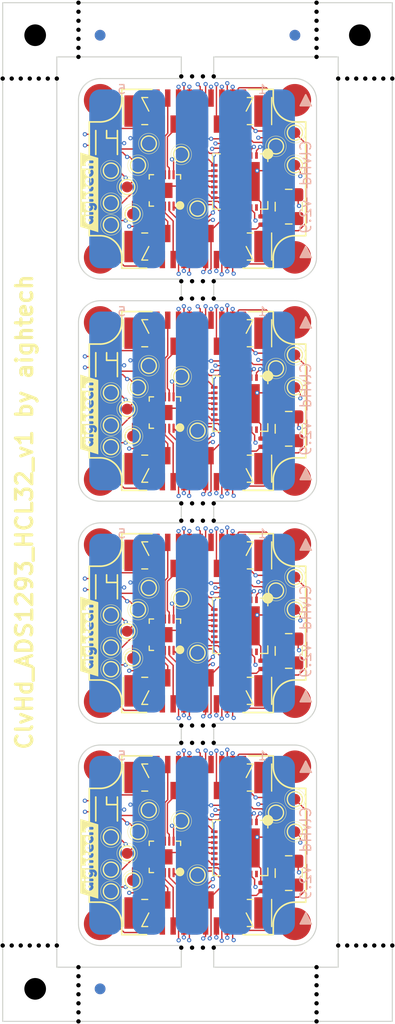
<source format=kicad_pcb>
(kicad_pcb (version 20221018) (generator pcbnew)
  (layers (0 "F.Cu" signal "Front") (1 "In1.Cu" signal) (2 "In2.Cu" signal) (31 "B.Cu" signal "Back") (34 "B.Paste" user) (35 "F.Paste" user) (36 "B.SilkS" user "B.Silkscreen") (37 "F.SilkS" user "F.Silkscreen") (38 "B.Mask" user) (39 "F.Mask" user) (44 "Edge.Cuts" user))
  (net 0 "")
  (net 1 "Board_0-+3.3V")
  (net 2 "Board_0-+5VA")
  (net 3 "Board_0-/Vcap")
  (net 4 "Board_0-/cvref")
  (net 5 "Board_0-/sdo")
  (net 6 "Board_0-ADD_IN1")
  (net 7 "Board_0-ADD_IN2")
  (net 8 "Board_0-ADD_IN3")
  (net 9 "Board_0-ADD_IN4")
  (net 10 "Board_0-ADD_OUT1")
  (net 11 "Board_0-ADD_OUT2")
  (net 12 "Board_0-ADD_OUT3")
  (net 13 "Board_0-ADD_OUT4")
  (net 14 "Board_0-ALARMB")
  (net 15 "Board_0-AUX1")
  (net 16 "Board_0-AUX2")
  (net 17 "Board_0-CS")
  (net 18 "Board_0-DIN")
  (net 19 "Board_0-DOUT")
  (net 20 "Board_0-D_RDYB")
  (net 21 "Board_0-GND")
  (net 22 "Board_0-I2C_SCL")
  (net 23 "Board_0-I2C_SDA")
  (net 24 "Board_0-IN1")
  (net 25 "Board_0-IN2")
  (net 26 "Board_0-IN3")
  (net 27 "Board_0-IN4")
  (net 28 "Board_0-IN5")
  (net 29 "Board_0-IN_ref")
  (net 30 "Board_0-LED_IN")
  (net 31 "Board_0-LED_OUT")
  (net 32 "Board_0-Net-(U1-CMOUT)")
  (net 33 "Board_0-Net-(U1-RLDIN)")
  (net 34 "Board_0-Net-(U1-RLDINV)")
  (net 35 "Board_0-Net-(U1-RLDOUT)")
  (net 36 "Board_0-OUT1")
  (net 37 "Board_0-OUT2")
  (net 38 "Board_0-OUT3")
  (net 39 "Board_0-RESETB")
  (net 40 "Board_0-SCLK")
  (net 41 "Board_0-XTAL1")
  (net 42 "Board_0-XTAL2")
  (net 43 "Board_0-unconnected-(I1-conn-Pad1)")
  (net 44 "Board_0-unconnected-(I2-conn-Pad1)")
  (net 45 "Board_0-unconnected-(I3-conn-Pad1)")
  (net 46 "Board_0-unconnected-(I4-conn-Pad1)")
  (net 47 "Board_0-unconnected-(J1-sh1-Pad19)")
  (net 48 "Board_0-unconnected-(J1-sh2-Pad20)")
  (net 49 "Board_0-unconnected-(J2-sh1-Pad19)")
  (net 50 "Board_0-unconnected-(J2-sh2-Pad20)")
  (net 51 "Board_0-unconnected-(U1-CLK-Pad21)")
  (net 52 "Board_0-unconnected-(U1-RSTB-Pad25)")
  (net 53 "Board_0-unconnected-(U1-SYNCB-Pad13)")
  (net 54 "Board_0-unconnected-(U1-WCT-Pad7)")
  (net 55 "Board_1-+3.3V")
  (net 56 "Board_1-+5VA")
  (net 57 "Board_1-/Vcap")
  (net 58 "Board_1-/cvref")
  (net 59 "Board_1-/sdo")
  (net 60 "Board_1-ADD_IN1")
  (net 61 "Board_1-ADD_IN2")
  (net 62 "Board_1-ADD_IN3")
  (net 63 "Board_1-ADD_IN4")
  (net 64 "Board_1-ADD_OUT1")
  (net 65 "Board_1-ADD_OUT2")
  (net 66 "Board_1-ADD_OUT3")
  (net 67 "Board_1-ADD_OUT4")
  (net 68 "Board_1-ALARMB")
  (net 69 "Board_1-AUX1")
  (net 70 "Board_1-AUX2")
  (net 71 "Board_1-CS")
  (net 72 "Board_1-DIN")
  (net 73 "Board_1-DOUT")
  (net 74 "Board_1-D_RDYB")
  (net 75 "Board_1-GND")
  (net 76 "Board_1-I2C_SCL")
  (net 77 "Board_1-I2C_SDA")
  (net 78 "Board_1-IN1")
  (net 79 "Board_1-IN2")
  (net 80 "Board_1-IN3")
  (net 81 "Board_1-IN4")
  (net 82 "Board_1-IN5")
  (net 83 "Board_1-IN_ref")
  (net 84 "Board_1-LED_IN")
  (net 85 "Board_1-LED_OUT")
  (net 86 "Board_1-Net-(U1-CMOUT)")
  (net 87 "Board_1-Net-(U1-RLDIN)")
  (net 88 "Board_1-Net-(U1-RLDINV)")
  (net 89 "Board_1-Net-(U1-RLDOUT)")
  (net 90 "Board_1-OUT1")
  (net 91 "Board_1-OUT2")
  (net 92 "Board_1-OUT3")
  (net 93 "Board_1-RESETB")
  (net 94 "Board_1-SCLK")
  (net 95 "Board_1-XTAL1")
  (net 96 "Board_1-XTAL2")
  (net 97 "Board_1-unconnected-(I1-conn-Pad1)")
  (net 98 "Board_1-unconnected-(I2-conn-Pad1)")
  (net 99 "Board_1-unconnected-(I3-conn-Pad1)")
  (net 100 "Board_1-unconnected-(I4-conn-Pad1)")
  (net 101 "Board_1-unconnected-(J1-sh1-Pad19)")
  (net 102 "Board_1-unconnected-(J1-sh2-Pad20)")
  (net 103 "Board_1-unconnected-(J2-sh1-Pad19)")
  (net 104 "Board_1-unconnected-(J2-sh2-Pad20)")
  (net 105 "Board_1-unconnected-(U1-CLK-Pad21)")
  (net 106 "Board_1-unconnected-(U1-RSTB-Pad25)")
  (net 107 "Board_1-unconnected-(U1-SYNCB-Pad13)")
  (net 108 "Board_1-unconnected-(U1-WCT-Pad7)")
  (net 109 "Board_2-+3.3V")
  (net 110 "Board_2-+5VA")
  (net 111 "Board_2-/Vcap")
  (net 112 "Board_2-/cvref")
  (net 113 "Board_2-/sdo")
  (net 114 "Board_2-ADD_IN1")
  (net 115 "Board_2-ADD_IN2")
  (net 116 "Board_2-ADD_IN3")
  (net 117 "Board_2-ADD_IN4")
  (net 118 "Board_2-ADD_OUT1")
  (net 119 "Board_2-ADD_OUT2")
  (net 120 "Board_2-ADD_OUT3")
  (net 121 "Board_2-ADD_OUT4")
  (net 122 "Board_2-ALARMB")
  (net 123 "Board_2-AUX1")
  (net 124 "Board_2-AUX2")
  (net 125 "Board_2-CS")
  (net 126 "Board_2-DIN")
  (net 127 "Board_2-DOUT")
  (net 128 "Board_2-D_RDYB")
  (net 129 "Board_2-GND")
  (net 130 "Board_2-I2C_SCL")
  (net 131 "Board_2-I2C_SDA")
  (net 132 "Board_2-IN1")
  (net 133 "Board_2-IN2")
  (net 134 "Board_2-IN3")
  (net 135 "Board_2-IN4")
  (net 136 "Board_2-IN5")
  (net 137 "Board_2-IN_ref")
  (net 138 "Board_2-LED_IN")
  (net 139 "Board_2-LED_OUT")
  (net 140 "Board_2-Net-(U1-CMOUT)")
  (net 141 "Board_2-Net-(U1-RLDIN)")
  (net 142 "Board_2-Net-(U1-RLDINV)")
  (net 143 "Board_2-Net-(U1-RLDOUT)")
  (net 144 "Board_2-OUT1")
  (net 145 "Board_2-OUT2")
  (net 146 "Board_2-OUT3")
  (net 147 "Board_2-RESETB")
  (net 148 "Board_2-SCLK")
  (net 149 "Board_2-XTAL1")
  (net 150 "Board_2-XTAL2")
  (net 151 "Board_2-unconnected-(I1-conn-Pad1)")
  (net 152 "Board_2-unconnected-(I2-conn-Pad1)")
  (net 153 "Board_2-unconnected-(I3-conn-Pad1)")
  (net 154 "Board_2-unconnected-(I4-conn-Pad1)")
  (net 155 "Board_2-unconnected-(J1-sh1-Pad19)")
  (net 156 "Board_2-unconnected-(J1-sh2-Pad20)")
  (net 157 "Board_2-unconnected-(J2-sh1-Pad19)")
  (net 158 "Board_2-unconnected-(J2-sh2-Pad20)")
  (net 159 "Board_2-unconnected-(U1-CLK-Pad21)")
  (net 160 "Board_2-unconnected-(U1-RSTB-Pad25)")
  (net 161 "Board_2-unconnected-(U1-SYNCB-Pad13)")
  (net 162 "Board_2-unconnected-(U1-WCT-Pad7)")
  (net 163 "Board_3-+3.3V")
  (net 164 "Board_3-+5VA")
  (net 165 "Board_3-/Vcap")
  (net 166 "Board_3-/cvref")
  (net 167 "Board_3-/sdo")
  (net 168 "Board_3-ADD_IN1")
  (net 169 "Board_3-ADD_IN2")
  (net 170 "Board_3-ADD_IN3")
  (net 171 "Board_3-ADD_IN4")
  (net 172 "Board_3-ADD_OUT1")
  (net 173 "Board_3-ADD_OUT2")
  (net 174 "Board_3-ADD_OUT3")
  (net 175 "Board_3-ADD_OUT4")
  (net 176 "Board_3-ALARMB")
  (net 177 "Board_3-AUX1")
  (net 178 "Board_3-AUX2")
  (net 179 "Board_3-CS")
  (net 180 "Board_3-DIN")
  (net 181 "Board_3-DOUT")
  (net 182 "Board_3-D_RDYB")
  (net 183 "Board_3-GND")
  (net 184 "Board_3-I2C_SCL")
  (net 185 "Board_3-I2C_SDA")
  (net 186 "Board_3-IN1")
  (net 187 "Board_3-IN2")
  (net 188 "Board_3-IN3")
  (net 189 "Board_3-IN4")
  (net 190 "Board_3-IN5")
  (net 191 "Board_3-IN_ref")
  (net 192 "Board_3-LED_IN")
  (net 193 "Board_3-LED_OUT")
  (net 194 "Board_3-Net-(U1-CMOUT)")
  (net 195 "Board_3-Net-(U1-RLDIN)")
  (net 196 "Board_3-Net-(U1-RLDINV)")
  (net 197 "Board_3-Net-(U1-RLDOUT)")
  (net 198 "Board_3-OUT1")
  (net 199 "Board_3-OUT2")
  (net 200 "Board_3-OUT3")
  (net 201 "Board_3-RESETB")
  (net 202 "Board_3-SCLK")
  (net 203 "Board_3-XTAL1")
  (net 204 "Board_3-XTAL2")
  (net 205 "Board_3-unconnected-(I1-conn-Pad1)")
  (net 206 "Board_3-unconnected-(I2-conn-Pad1)")
  (net 207 "Board_3-unconnected-(I3-conn-Pad1)")
  (net 208 "Board_3-unconnected-(I4-conn-Pad1)")
  (net 209 "Board_3-unconnected-(J1-sh1-Pad19)")
  (net 210 "Board_3-unconnected-(J1-sh2-Pad20)")
  (net 211 "Board_3-unconnected-(J2-sh1-Pad19)")
  (net 212 "Board_3-unconnected-(J2-sh2-Pad20)")
  (net 213 "Board_3-unconnected-(U1-CLK-Pad21)")
  (net 214 "Board_3-unconnected-(U1-RSTB-Pad25)")
  (net 215 "Board_3-unconnected-(U1-SYNCB-Pad13)")
  (net 216 "Board_3-unconnected-(U1-WCT-Pad7)")
  (footprint "00_Custom:insert_1.2mm" (layer "F.Cu") (at 157.500001 105.000004)
    (fp_text reference "I2" hide)
    (fp_text value "smd_insert" hide)
  )
  (footprint "Capacitor_SMD:C_0201_0603Metric" (layer "F.Cu") (at 148.730001 55.275002)
    (fp_text reference "C4" hide)
    (fp_text value "1nF" hide)
  )
  (footprint "00_Custom:insert_1.2mm" (layer "F.Cu") (at 157.500001 29.000001)
    (fp_text reference "I3" hide)
    (fp_text value "smd_insert" hide)
  )
  (footprint "Capacitor_SMD:C_0201_0603Metric" (layer "F.Cu") (at 147.940001 98.250004 90)
    (fp_text reference "C7" hide)
    (fp_text value "4.7uF" hide)
  )
  (footprint "Capacitor_SMD:C_0201_0603Metric" (layer "F.Cu") (at 148.730001 35.525001)
    (fp_text reference "R2" hide)
    (fp_text value "10M" hide)
  )
  (footprint "NPTH" (layer "F.Cu") (at 137.5 112.333337)
    (fp_text reference "REF**" hide)
    (fp_text value "NPTH" hide)
  )
  (footprint "00_Custom:TestPoint_Pad_D1.0mm" (layer "F.Cu") (at 157.500001 96.500004)
    (fp_text reference "TP8" hide)
    (fp_text value "TP_AUX3" hide)
  )
  (footprint "NPTH" (layer "F.Cu") (at 133.833334 107.000004)
    (fp_text reference "REF**" hide)
    (fp_text value "NPTH" hide)
  )
  (footprint "00_custom-footprints:ADS1293CISQE" (layer "F.Cu") (at 152.450001 77.500003 -90)
    (fp_text reference "U1" hide)
    (fp_text value "ADS1293CISQE-NOPB" hide)
  )
  (footprint "00_custom-footprints:XF2J-1824-12A" (layer "F.Cu") (at 148.500001 50.500002 180)
    (fp_text reference "J2" hide)
    (fp_text value "XF2J-1824-12A" hide)
  )
  (footprint "Capacitor_SMD:C_0201_0603Metric" (layer "F.Cu") (at 152.540001 80.870003 180)
    (fp_text reference "R4" hide)
    (fp_text value "51" hide)
  )
  (footprint "00_custom-footprints:SMD3225-4P" (layer "F.Cu") (at 156.930001 59.320002 90)
    (fp_text reference "XTAL1" hide)
    (fp_text value "4.096MHz" hide)
  )
  (footprint "Fiducial" (layer "F.Cu") (at 139.5 111.000004)
    (fp_text reference "REF**" hide)
    (fp_text value "Fiducial" hide)
  )
  (footprint "NPTH" (layer "F.Cu") (at 135.5 107.000004)
    (fp_text reference "REF**" hide)
    (fp_text value "NPTH" hide)
  )
  (footprint "kibuzzard-63F61033" (layer "F.Cu") (at 138.500002 58.000002 90)
    (fp_text reference "kibuzzard-63F61033" hide)
    (fp_text value "G***" hide)
  )
  (footprint "NPTH" (layer "F.Cu") (at 147.000001 88.300003)
    (fp_text reference "REF**" hide)
    (fp_text value "NPTH" hide)
  )
  (footprint "Capacitor_SMD:C_0201_0603Metric" (layer "F.Cu") (at 154.670001 101.220004 180)
    (fp_text reference "C8" hide)
    (fp_text value "100nF" hide)
  )
  (footprint "NPTH" (layer "F.Cu") (at 137.5 109.833337)
    (fp_text reference "REF**" hide)
    (fp_text value "NPTH" hide)
  )
  (footprint "Capacitor_SMD:C_0201_0603Metric" (layer "F.Cu") (at 148.730001 34.775001)
    (fp_text reference "C4" hide)
    (fp_text value "1nF" hide)
  )
  (footprint "00_Custom:insert_1.2mm" (layer "F.Cu") (at 157.500001 84.500003)
    (fp_text reference "I2" hide)
    (fp_text value "smd_insert" hide)
  )
  (footprint "00_custom-footprints:SMD3225-4P" (layer "F.Cu") (at 156.930001 38.820001 90)
    (fp_text reference "XTAL1" hide)
    (fp_text value "4.096MHz" hide)
  )
  (footprint "00_Custom:TestPoint_Pad_D1.0mm" (layer "F.Cu") (at 147.000001 75.000003)
    (fp_text reference "TP5" hide)
    (fp_text value "TP_SCL" hide)
  )
  (footprint "NPTH" (layer "F.Cu") (at 147.000001 86.700003)
    (fp_text reference "REF**" hide)
    (fp_text value "NPTH" hide)
  )
  (footprint "00_custom-footprints:ADS1293CISQE" (layer "F.Cu") (at 152.450001 36.500001 -90)
    (fp_text reference "U1" hide)
    (fp_text value "ADS1293CISQE-NOPB" hide)
  )
  (footprint "Capacitor_SMD:C_0201_0603Metric" (layer "F.Cu") (at 156.440001 35.870001)
    (fp_text reference "C6" hide)
    (fp_text value "1uF" hide)
  )
  (footprint "Capacitor_SMD:C_0201_0603Metric" (layer "F.Cu") (at 149.080001 77.790003 -90)
    (fp_text reference "C3" hide)
    (fp_text value "100nF" hide)
  )
  (footprint "00_Custom:TestPoint_Pad_D1.0mm" (layer "F.Cu") (at 140.500001 100.000004)
    (fp_text reference "TP3" hide)
    (fp_text value "TP_SDA" hide)
  )
  (footprint "00_Custom:TestPoint_Pad_D1.0mm" (layer "F.Cu") (at 157.500001 73.000003)
    (fp_text reference "TP11" hide)
    (fp_text value "TP_AUX2" hide)
  )
  (footprint "00_Custom:TestPoint_Pad_D1.0mm" (layer "F.Cu") (at 144.000001 94.500004)
    (fp_text reference "TP4" hide)
    (fp_text value "TP_SDA" hide)
  )
  (footprint "NPTH" (layer "F.Cu") (at 163.166667 107.000004)
    (fp_text reference "REF**" hide)
    (fp_text value "NPTH" hide)
  )
  (footprint "NPTH" (layer "F.Cu") (at 148.000001 47.300001)
    (fp_text reference "REF**" hide)
    (fp_text value "NPTH" hide)
  )
  (footprint "00_Custom:TestPoint_Pad_D1.0mm" (layer "F.Cu") (at 142.500001 60.000002)
    (fp_text reference "TP2" hide)
    (fp_text value "TP_SDA" hide)
  )
  (footprint "NPTH" (layer "F.Cu") (at 159.500001 114.000004)
    (fp_text reference "REF**" hide)
    (fp_text value "NPTH" hide)
  )
  (footprint "00_custom-footprints:XF2J-1824-12A" (layer "F.Cu") (at 148.500001 63.000002)
    (fp_text reference "J1" hide)
    (fp_text value "XF2J-1824-12A" hide)
  )
  (footprint "NPTH" (layer "F.Cu") (at 133 27)
    (fp_text reference "REF**" hide)
    (fp_text value "NPTH" hide)
  )
  (footprint "Capacitor_SMD:C_0201_0603Metric" (layer "F.Cu") (at 148.730001 34.025001)
    (fp_text reference "R1" hide)
    (fp_text value "10K" hide)
  )
  (footprint "00_Custom:TestPoint_Pad_D1.0mm" (layer "F.Cu") (at 140.500002 76.500003)
    (fp_text reference "TP7" hide)
    (fp_text value "TP_AUX2" hide)
  )
  (footprint "00_Custom:TestPoint_Pad_D1.0mm" (layer "F.Cu") (at 140.500001 38.500001)
    (fp_text reference "TP3" hide)
    (fp_text value "TP_SDA" hide)
  )
  (footprint "NPTH" (layer "F.Cu") (at 137.5 20.833334)
    (fp_text reference "REF**" hide)
    (fp_text value "NPTH" hide)
  )
  (footprint "NPTH" (layer "F.Cu") (at 135.5 27)
    (fp_text reference "REF**" hide)
    (fp_text value "NPTH" hide)
  )
  (footprint "00_Custom:TestPoint_Pad_D1.0mm" (layer "F.Cu") (at 147.000001 34.000001)
    (fp_text reference "TP5" hide)
    (fp_text value "TP_SCL" hide)
  )
  (footprint "NPTH" (layer "F.Cu") (at 165.666667 27)
    (fp_text reference "REF**" hide)
    (fp_text value "NPTH" hide)
  )
  (footprint "kibuzzard-63F61033" (layer "F.Cu") (at 138.500002 99.000004 90)
    (fp_text reference "kibuzzard-63F61033" hide)
    (fp_text value "G***" hide)
  )
  (footprint "NPTH" (layer "F.Cu") (at 147.000001 67.800002)
    (fp_text reference "REF**" hide)
    (fp_text value "NPTH" hide)
  )
  (footprint "Fiducial" (layer "F.Cu") (at 139.5 23)
    (fp_text reference "REF**" hide)
    (fp_text value "Fiducial" hide)
  )
  (footprint "Capacitor_SMD:C_0201_0603Metric" (layer "F.Cu") (at 156.440001 77.630003 180)
    (fp_text reference "C1" hide)
    (fp_text value "22pF" hide)
  )
  (footprint "NPTH" (layer "F.Cu") (at 149 66.200002)
    (fp_text reference "REF**" hide)
    (fp_text value "NPTH" hide)
  )
  (footprint "00_Custom:insert_1.2mm" (layer "F.Cu") (at 157.500001 64.000002)
    (fp_text reference "I2" hide)
    (fp_text value "smd_insert" hide)
  )
  (footprint "00_custom-footprints:SMD3225-4P" (layer "F.Cu") (at 156.930001 100.320004 90)
    (fp_text reference "XTAL1" hide)
    (fp_text value "4.096MHz" hide)
  )
  (footprint "NPTH" (layer "F.Cu") (at 148.000001 26.800001)
    (fp_text reference "REF**" hide)
    (fp_text value "NPTH" hide)
  )
  (footprint "00_Custom:TestPoint_Pad_D1.0mm" (layer "F.Cu") (at 157.500001 93.500004)
    (fp_text reference "TP11" hide)
    (fp_text value "TP_AUX2" hide)
  )
  (footprint "NPTH" (layer "F.Cu") (at 134.666667 107.000004)
    (fp_text reference "REF**" hide)
    (fp_text value "NPTH" hide)
  )
  (footprint "NPTH" (layer "F.Cu") (at 150 86.700003)
    (fp_text reference "REF**" hide)
    (fp_text value "NPTH" hide)
  )
  (footprint "00_Custom:TestPoint_Pad_D1.0mm" (layer "F.Cu") (at 155.750001 94.750004)
    (fp_text reference "TP6" hide)
    (fp_text value "TP_AUX1" hide)
  )
  (footprint "00_Custom:TestPoint_Pad_D1.0mm" (layer "F.Cu") (at 155.750001 53.750002)
    (fp_text reference "TP6" hide)
    (fp_text value "TP_AUX1" hide)
  )
  (footprint "NPTH" (layer "F.Cu") (at 132.166667 107.000004)
    (fp_text reference "REF**" hide)
    (fp_text value "NPTH" hide)
  )
  (footprint "Capacitor_SMD:C_0201_0603Metric" (layer "F.Cu") (at 154.670001 60.220002 180)
    (fp_text reference "C8" hide)
    (fp_text value "100nF" hide)
  )
  (footprint "00_Custom:insert_1.2mm" (layer "F.Cu") (at 139.500001 84.500003)
    (fp_text reference "I1" hide)
    (fp_text value "smd_insert" hide)
  )
  (footprint "00_Custom:TestPoint_Pad_D1.0mm" (layer "F.Cu") (at 157.500001 55.500002)
    (fp_text reference "TP8" hide)
    (fp_text value "TP_AUX3" hide)
  )
  (footprint "Capacitor_SMD:C_0201_0603Metric" (layer "F.Cu") (at 148.730001 54.525002)
    (fp_text reference "R1" hide)
    (fp_text value "10K" hide)
  )
  (footprint "NPTH" (layer "F.Cu") (at 137.5 23.333334)
    (fp_text reference "REF**" hide)
    (fp_text value "NPTH" hide)
  )
  (footprint "NPTH" (layer "F.Cu") (at 159.500001 111.500004)
    (fp_text reference "REF**" hide)
    (fp_text value "NPTH" hide)
  )
  (footprint "NPTH" (layer "F.Cu") (at 150 26.800001)
    (fp_text reference "REF**" hide)
    (fp_text value "NPTH" hide)
  )
  (footprint "00_Custom:TestPoint_Pad_D1.0mm" (layer "F.Cu") (at 144.000001 53.500002)
    (fp_text reference "TP4" hide)
    (fp_text value "TP_SDA" hide)
  )
  (footprint "NPTH" (layer "F.Cu") (at 137.5 21.666667)
    (fp_text reference "REF**" hide)
    (fp_text value "NPTH" hide)
  )
  (footprint "NPTH" (layer "F.Cu") (at 137.5 22.5)
    (fp_text reference "REF**" hide)
    (fp_text value "NPTH" hide)
  )
  (footprint "00_Custom:TestPoint_Pad_D1.0mm" (layer "F.Cu") (at 140.500001 61.000002)
    (fp_text reference "TP10" hide)
    (fp_text value "TP_SDA" hide)
  )
  (footprint "NPTH" (layer "F.Cu") (at 137.5 113.16667)
    (fp_text reference "REF**" hide)
    (fp_text value "NPTH" hide)
  )
  (footprint "NPTH" (layer "F.Cu") (at 133.5 23)
    (fp_text reference "REF**" hide)
    (fp_text value "NPTH" hide)
  )
  (footprint "00_Custom:TestPoint_Pad_D1.0mm" (layer "F.Cu") (at 143.000001 55.500002)
    (fp_text reference "TP12" hide)
    (fp_text value "TP_AUX2" hide)
  )
  (footprint "NPTH" (layer "F.Cu") (at 165.666667 107.000004)
    (fp_text reference "REF**" hide)
    (fp_text value "NPTH" hide)
  )
  (footprint "00_Custom:TestPoint_Pad_D1.0mm" (layer "F.Cu") (at 155.750001 74.250003)
    (fp_text reference "TP6" hide)
    (fp_text value "TP_AUX1" hide)
  )
  (footprint "kibuzzard-63F61033" (layer "F.Cu") (at 138.500002 37.500001 90)
    (fp_text reference "kibuzzard-63F61033" hide)
    (fp_text value "G***" hide)
  )
  (footprint "NPTH" (layer "F.Cu") (at 163.166667 27)
    (fp_text reference "REF**" hide)
    (fp_text value "NPTH" hide)
  )
  (footprint "NPTH" (layer "F.Cu") (at 148.000001 67.800002)
    (fp_text reference "REF**" hide)
    (fp_text value "NPTH" hide)
  )
  (footprint "00_Custom:TestPoint_Pad_D1.0mm" (layer "F.Cu") (at 147.000001 95.500004)
    (fp_text reference "TP5" hide)
    (fp_text value "TP_SCL" hide)
  )
  (footprint "00_Custom:TestPoint_Pad_D1.0mm" (layer "F.Cu") (at 140.500001 81.500003)
    (fp_text reference "TP10" hide)
    (fp_text value "TP_SDA" hide)
  )
  (footprint "Capacitor_SMD:C_0201_0603Metric" (layer "F.Cu") (at 148.730001 75.775003)
    (fp_text reference "C4" hide)
    (fp_text value "1nF" hide)
  )
  (footprint "NPTH" (layer "F.Cu") (at 149 86.700003)
    (fp_text reference "REF**" hide)
    (fp_text value "NPTH" hide)
  )
  (footprint "NPTH" (layer "F.Cu") (at 149 67.800002)
    (fp_text reference "REF**" hide)
    (fp_text value "NPTH" hide)
  )
  (footprint "NPTH" (layer "F.Cu") (at 159.500001 23.333334)
    (fp_text reference "REF**" hide)
    (fp_text value "NPTH" hide)
  )
  (footprint "00_custom-footprints:WS2812-2020" (layer "F.Cu") (at 140.100001 94.400004 90)
    (fp_text reference "LED1" hide)
    (fp_text value "WS2812-2020" hide)
  )
  (footprint "NPTH" (layer "F.Cu") (at 159.500001 109.000004)
    (fp_text reference "REF**" hide)
    (fp_text value "NPTH" hide)
  )
  (footprint "00_custom-footprints:ADS1293CISQE" (layer "F.Cu") (at 152.450001 57.000002 -90)
    (fp_text reference "U1" hide)
    (fp_text value "ADS1293CISQE-NOPB" hide)
  )
  (footprint "NPTH" (layer "F.Cu") (at 137.5 114.000004)
    (fp_text reference "REF**" hide)
    (fp_text value "NPTH" hide)
  )
  (footprint "NPTH" (layer "F.Cu") (at 164.000001 27)
    (fp_text reference "REF**" hide)
    (fp_text value "NPTH" hide)
  )
  (footprint "NPTH" (layer "F.Cu") (at 137.5 111.500004)
    (fp_text reference "REF**" hide)
    (fp_text value "NPTH" hide)
  )
  (footprint "Capacitor_SMD:C_0201_0603Metric" (layer "F.Cu") (at 148.730001 96.275004)
    (fp_text reference "C4" hide)
    (fp_text value "1nF" hide)
  )
  (footprint "Capacitor_SMD:C_0201_0603Metric" (layer "F.Cu") (at 148.730001 75.025003)
    (fp_text reference "R1" hide)
    (fp_text value "10K" hide)
  )
  (footprint "NPTH" (layer "F.Cu") (at 150 45.700001)
    (fp_text reference "REF**" hide)
    (fp_text value "NPTH" hide)
  )
  (footprint "Capacitor_SMD:C_0201_0603Metric" (layer "F.Cu") (at 155.830001 75.750003 -90)
    (fp_text reference "C5" hide)
    (fp_text value "100nF" hide)
  )
  (footprint "NPTH" (layer "F.Cu") (at 149 47.300001)
    (fp_text reference "REF**" hide)
    (fp_text value "NPTH" hide)
  )
  (footprint "NPTH" (layer "F.Cu") (at 150 67.800002)
    (fp_text reference "REF**" hide)
    (fp_text value "NPTH" hide)
  )
  (footprint "Capacitor_SMD:C_0201_0603Metric" (layer "F.Cu") (at 154.670001 81.480003)
    (fp_text reference "C2" hide)
    (fp_text value "22pF" hide)
  )
  (footprint "00_custom-footprints:XF2J-1824-12A" (layer "F.Cu") (at 148.500001 91.500004 180)
    (fp_text reference "J2" hide)
    (fp_text value "XF2J-1824-12A" hide)
  )
  (footprint "00_Custom:TestPoint_Pad_D1.0mm" (layer "F.Cu") (at 140.500002 35.500001)
    (fp_text reference "TP7" hide)
    (fp_text value "TP_AUX2" hide)
  )
  (footprint "00_Custom:TestPoint_Pad_D1.0mm" (layer "F.Cu") (at 142.500001 80.500003)
    (fp_text reference "TP2" hide)
    (fp_text value "TP_SDA" hide)
  )
  (footprint "NPTH" (layer "F.Cu") (at 149 26.800001)
    (fp_text reference "REF**" hide)
    (fp_text value "NPTH" hide)
  )
  (footprint "NPTH" (layer "F.Cu") (at 159.500001 21.666667)
    (fp_text reference "REF**" hide)
    (fp_text value "NPTH" hide)
  )
  (footprint "00_Custom:TestPoint_Pad_D1.0mm" (layer "F.Cu") (at 148.500001 100.500004)
    (fp_text reference "TP1" hide)
    (fp_text value "TP_CS" hide)
  )
  (footprint "NPTH" (layer "F.Cu") (at 159.500001 113.16667)
    (fp_text reference "REF**" hide)
    (fp_text value "NPTH" hide)
  )
  (footprint "NPTH" (layer "F.Cu") (at 150 88.300003)
    (fp_text reference "REF**" hide)
    (fp_text value "NPTH" hide)
  )
  (footprint "00_Custom:TestPoint_Pad_D1.0mm" (layer "F.Cu") (at 148.500001 39.000001)
    (fp_text reference "TP1" hide)
    (fp_text value "TP_CS" hide)
  )
  (footprint "00_custom-footprints:XF2J-1824-12A" (layer "F.Cu") (at 148.500001 30.000001 180)
    (fp_text reference "J2" hide)
    (fp_text value "XF2J-1824-12A" hide)
  )
  (footprint "Capacitor_SMD:C_0201_0603Metric" (layer "F.Cu") (at 148.730001 76.525003)
    (fp_text reference "R2" hide)
    (fp_text value "10M" hide)
  )
  (footprint "NPTH" (layer "F.Cu") (at 133.833334 27)
    (fp_text reference "REF**" hide)
    (fp_text value "NPTH" hide)
  )
  (footprint "NPTH" (layer "F.Cu") (at 147.000001 26.800001)
    (fp_text reference "REF**" hide)
    (fp_text value "NPTH" hide)
  )
  (footprint "00_custom-footprints:XF2J-1824-12A" (layer "F.Cu") (at 148.500001 71.000003 180)
    (fp_text reference "J2" hide)
    (fp_text value "XF2J-1824-12A" hide)
  )
  (footprint "Capacitor_SMD:C_0201_0603Metric" (layer "F.Cu") (at 154.670001 101.980004)
    (fp_text reference "C2" hide)
    (fp_text value "22pF" hide)
  )
  (footprint "00_Custom:TestPoint_Pad_D1.0mm" (layer "F.Cu") (at 142.500001 101.000004)
    (fp_text reference "TP2" hide)
    (fp_text value "TP_SDA" hide)
  )
  (footprint "Fiducial" (layer "F.Cu") (at 157.500001 23)
    (fp_text reference "REF**" hide)
    (fp_text value "Fiducial" hide)
  )
  (footprint "00_Custom:TestPoint_Pad_D1.0mm" (layer "F.Cu") (at 140.500001 79.500003)
    (fp_text reference "TP3" hide)
    (fp_text value "TP_SDA" hide)
  )
  (footprint "00_Custom:TestPoint_Pad_D1.0mm" (layer "F.Cu") (at 140.500002 97.000004)
    (fp_text reference "TP7" hide)
    (fp_text value "TP_AUX2" hide)
  )
  (footprint "NPTH" (layer "F.Cu") (at 149 88.300003)
    (fp_text reference "REF**" hide)
    (fp_text value "NPTH" hide)
  )
  (footprint "00_Custom:TestPoint_Pad_D1.0mm" (layer "F.Cu") (at 157.500001 35.000001)
    (fp_text reference "TP8" hide)
    (fp_text value "TP_AUX3" hide)
  )
  (footprint "NPTH" (layer "F.Cu") (at 137.5 20)
    (fp_text reference "REF**" hide)
    (fp_text value "NPTH" hide)
  )
  (footprint "NPTH" (layer "F.Cu") (at 147.000001 66.200002)
    (fp_text reference "REF**" hide)
    (fp_text value "NPTH" hide)
  )
  (footprint "00_Custom:TestPoint_Pad_D1.0mm" (layer "F.Cu") (at 144.000001 33.000001)
    (fp_text reference "TP4" hide)
    (fp_text value "TP_SDA" hide)
  )
  (footprint "Capacitor_SMD:C_0201_0603Metric" (layer "F.Cu") (at 152.540001 101.370004 180)
    (fp_text reference "R4" hide)
    (fp_text value "51" hide)
  )
  (footprint "00_Custom:TestPoint_Pad_D1.0mm" (layer "F.Cu") (at 144.000001 74.000003)
    (fp_text reference "TP4" hide)
    (fp_text value "TP_SDA" hide)
  )
  (footprint "NPTH" (layer "F.Cu") (at 149 107.200004)
    (fp_text reference "REF**" hide)
    (fp_text value "NPTH" hide)
  )
  (footprint "NPTH" (layer "F.Cu") (at 159.500001 109.833337)
    (fp_text reference "REF**" hide)
    (fp_text value "NPTH" hide)
  )
  (footprint "Capacitor_SMD:C_0201_0603Metric" (layer "F.Cu") (at 152.540001 39.870001 180)
    (fp_text reference "R4" hide)
    (fp_text value "51" hide)
  )
  (footprint "00_Custom:insert_1.2mm" (layer "F.Cu") (at 157.500001 49.500002)
    (fp_text reference "I3" hide)
    (fp_text value "smd_insert" hide)
  )
  (footprint "00_Custom:TestPoint_Pad_D1.0mm" (layer "F.Cu") (at 140.500002 56.000002)
    (fp_text reference "TP7" hide)
    (fp_text value "TP_AUX2" hide)
  )
  (footprint "00_custom-footprints:XF2J-1824-12A" (layer "F.Cu") (at 148.500001 104.000004)
    (fp_text reference "J1" hide)
    (fp_text value "XF2J-1824-12A" hide)
  )
  (footprint "00_Custom:TestPoint_Pad_D1.0mm" (layer "F.Cu") (at 157.500001 52.500002)
    (fp_text reference "TP11" hide)
    (fp_text value "TP_AUX2" hide)
  )
  (footprint "NPTH" (layer "F.Cu") (at 164.833334 27)
    (fp_text reference "REF**" hide)
    (fp_text value "NPTH" hide)
  )
  (footprint "00_Custom:insert_1.2mm" (layer "F.Cu") (at 157.500001 43.500001)
    (fp_text reference "I2" hide)
    (fp_text value "smd_insert" hide)
  )
  (footprint "Capacitor_SMD:C_0201_0603Metric" (layer "F.Cu") (at 156.440001 56.370002)
    (fp_text reference "C6" hide)
    (fp_text value "1uF" hide)
  )
  (footprint "00_Custom:TestPoint_Pad_D1.0mm" (layer "F.Cu") (at 143.000001 76.000003)
    (fp_text reference "TP12" hide)
    (fp_text value "TP_AUX2" hide)
  )
  (footprint "Capacitor_SMD:C_0201_0603Metric" (layer "F.Cu") (at 152.540001 60.370002 180)
    (fp_text reference "R4" hide)
    (fp_text value "51" hide)
  )
  (footprint "00_Custom:TestPoint_Pad_D1.0mm" (layer "F.Cu") (at 140.500001 102.000004)
    (fp_text reference "TP10" hide)
    (fp_text value "TP_SDA" hide)
  )
  (footprint "NPTH" (layer "F.Cu") (at 131.333334 27)
    (fp_text reference "REF**" hide)
    (fp_text value "NPTH" hide)
  )
  (footprint "00_custom-footprints:XF2J-1824-12A" (layer "F.Cu") (at 148.500001 42.500001)
    (fp_text reference "J1" hide)
    (fp_text value "XF2J-1824-12A" hide)
  )
  (footprint "NPTH" (layer "F.Cu") (at 147.000001 45.700001)
    (fp_text reference "REF**" hide)
    (fp_text value "NPTH" hide)
  )
  (footprint "00_Custom:insert_1.2mm" (layer "F.Cu") (at 139.500001 64.000002)
    (fp_text reference "I1" hide)
    (fp_text value "smd_insert" hide)
  )
  (footprint "NPTH" (layer "F.Cu") (at 159.500001 110.66667)
    (fp_text reference "REF**" hide)
    (fp_text value "NPTH" hide)
  )
  (footprint "NPTH" (layer "F.Cu") (at 148.000001 66.200002)
    (fp_text reference "REF**" hide)
    (fp_text value "NPTH" hide)
  )
  (footprint "NPTH" (layer "F.Cu") (at 159.500001 22.5)
    (fp_text reference "REF**" hide)
    (fp_text value "NPTH" hide)
  )
  (footprint "NPTH" (layer "F.Cu") (at 148.000001 107.200004)
    (fp_text reference "REF**" hide)
    (fp_text value "NPTH" hide)
  )
  (footprint "Capacitor_SMD:C_0201_0603Metric" (layer "F.Cu") (at 147.940001 36.750001 90)
    (fp_text reference "C7" hide)
    (fp_text value "4.7uF" hide)
  )
  (footprint "Capacitor_SMD:C_0201_0603Metric" (layer "F.Cu") (at 156.440001 36.630001 180)
    (fp_text reference "C1" hide)
    (fp_text value "22pF" hide)
  )
  (footprint "Capacitor_SMD:C_0201_0603Metric" (layer "F.Cu") (at 148.730001 56.025002)
    (fp_text reference "R2" hide)
    (fp_text value "10M" hide)
  )
  (footprint "00_Custom:TestPoint_Pad_D1.0mm" (layer "F.Cu") (at 157.500001 32.000001)
    (fp_text reference "TP11" hide)
    (fp_text value "TP_AUX2" hide)
  )
  (footprint "NPTH" (layer "F.Cu") (at 161.500001 27)
    (fp_text reference "REF**" hide)
    (fp_text value "NPTH" hide)
  )
  (footprint "NPTH" (layer "F.Cu") (at 150 47.300001)
    (fp_text reference "REF**" hide)
    (fp_text value "NPTH" hide)
  )
  (footprint "00_custom-footprints:ADS1293CISQE" (layer "F.Cu") (at 152.450001 98.000004 -90)
    (fp_text reference "U1" hide)
    (fp_text value "ADS1293CISQE-NOPB" hide)
  )
  (footprint "NPTH" (layer "F.Cu") (at 130.5 107.000004)
    (fp_text reference "REF**" hide)
    (fp_text value "NPTH" hide)
  )
  (footprint "00_Custom:TestPoint_Pad_D1.0mm" (layer "F.Cu") (at 155.750001 33.250001)
    (fp_text reference "TP6" hide)
    (fp_text value "TP_AUX1" hide)
  )
  (footprint "00_custom-footprints:WS2812-2020" (layer "F.Cu") (at 140.100001 32.900001 90)
    (fp_text reference "LED1" hide)
    (fp_text value "WS2812-2020" hide)
  )
  (footprint "NPTH" (layer "F.Cu") (at 166.500001 107.000004)
    (fp_text reference "REF**" hide)
    (fp_text value "NPTH" hide)
  )
  (footprint "NPTH" (layer "F.Cu") (at 150 107.200004)
    (fp_text reference "REF**" hide)
    (fp_text value "NPTH" hide)
  )
  (footprint "Capacitor_SMD:C_0201_0603Metric" (layer "F.Cu") (at 149.080001 57.290002 -90)
    (fp_text reference "C3" hide)
    (fp_text value "100nF" hide)
  )
  (footprint "NPTH" (layer "F.Cu") (at 166.500001 27)
    (fp_text reference "REF**" hide)
    (fp_text value "NPTH" hide)
  )
  (footprint "00_Custom:TestPoint_Pad_D1.0mm" (layer "F.Cu") (at 140.500001 40.500001)
    (fp_text reference "TP10" hide)
    (fp_text value "TP_SDA" hide)
  )
  (footprint "00_Custom:insert_1.2mm" (layer "F.Cu") (at 139.500001 105.000004)
    (fp_text reference "I1" hide)
    (fp_text value "smd_insert" hide)
  )
  (footprint "00_Custom:TestPoint_Pad_D1.0mm" (layer "F.Cu") (at 147.000001 54.500002)
    (fp_text reference "TP5" hide)
    (fp_text value "TP_SCL" hide)
  )
  (footprint "00_Custom:insert_1.2mm" (layer "F.Cu") (at 139.500001 90.500004)
    (fp_text reference "I4" hide)
    (fp_text value "smd_insert" hide)
  )
  (footprint "Capacitor_SMD:C_0201_0603Metric" (layer "F.Cu") (at 154.670001 39.720001 180)
    (fp_text reference "C8" hide)
    (fp_text value "100nF" hide)
  )
  (footprint "00_Custom:insert_1.2mm" (layer "F.Cu") (at 157.500001 70.000003)
    (fp_text reference "I3" hide)
    (fp_text value "smd_insert" hide)
  )
  (footprint "00_Custom:TestPoint_Pad_D1.0mm" (layer "F.Cu") (at 143.000001 96.500004)
    (fp_text reference "TP12" hide)
    (fp_text value "TP_AUX2" hide)
  )
  (footprint "Capacitor_SMD:C_0201_0603Metric" (layer "F.Cu") (at 149.080001 98.290004 -90)
    (fp_text reference "C3" hide)
    (fp_text value "100nF" hide)
  )
  (footprint "NPTH" (layer "F.Cu") (at 148.000001 88.300003)
    (fp_text reference "REF**" hide)
    (fp_text value "NPTH" hide)
  )
  (footprint "00_custom-footprints:QFN-20-1EP_3x3mm_P0.4mm_EP1.4x1.4mm" (layer "F.Cu") (at 145.490001 78.320003 180)
    (fp_text reference "U2" hide)
    (fp_text value "HC32L110C6UA" hide)
  )
  (footprint "NPTH" (layer "F.Cu") (at 131.333334 107.000004)
    (fp_text reference "REF**" hide)
    (fp_text value "NPTH" hide)
  )
  (footprint "NPTH" (layer "F.Cu") (at 159.500001 25)
    (fp_text reference "REF**" hide)
    (fp_text value "NPTH" hide)
  )
  (footprint "NPTH" (layer "F.Cu") (at 164.000001 107.000004)
    (fp_text reference "REF**" hide)
    (fp_text value "NPTH" hide)
  )
  (footprint "Capacitor_SMD:C_0201_0603Metric" (layer "F.Cu") (at 148.730001 95.525004)
    (fp_text reference "R1" hide)
    (fp_text value "10K" hide)
  )
  (footprint "NPTH" (layer "F.Cu") (at 147.000001 47.300001)
    (fp_text reference "REF**" hide)
    (fp_text value "NPTH" hide)
  )
  (footprint "00_custom-footprints:QFN-20-1EP_3x3mm_P0.4mm_EP1.4x1.4mm" (layer "F.Cu") (at 145.490001 57.820002 180)
    (fp_text reference "U2" hide)
    (fp_text value "HC32L110C6UA" hide)
  )
  (footprint "00_custom-footprints:WS2812-2020" (layer "F.Cu") (at 140.100001 53.400002 90)
    (fp_text reference "LED1" hide)
    (fp_text value "WS2812-2020" hide)
  )
  (footprint "NPTH" (layer "F.Cu") (at 159.500001 24.166667)
    (fp_text reference "REF**" hide)
    (fp_text value "NPTH" hide)
  )
  (footprint "NPTH" (layer "F.Cu") (at 134.666667 27)
    (fp_text reference "REF**" hide)
    (fp_text value "NPTH" hide)
  )
  (footprint "NPTH" (layer "F.Cu") (at 150 66.200002)
    (fp_text reference "REF**" hide)
    (fp_text value "NPTH" hide)
  )
  (footprint "NPTH" (layer "F.Cu") (at 137.5 24.166667)
    (fp_text reference "REF**" hide)
    (fp_text value "NPTH" hide)
  )
  (footprint "00_Custom:TestPoint_Pad_D1.0mm" (layer "F.Cu") (at 148.500001 59.500002)
    (fp_text reference "TP1" hide)
    (fp_text value "TP_CS" hide)
  )
  (footprint "NPTH" (layer "F.Cu") (at 161.500001 107.000004)
    (fp_text reference "REF**" hide)
    (fp_text value "NPTH" hide)
  )
  (footprint "NPTH" (layer "F.Cu") (at 162.333334 107.000004)
    (fp_text reference "REF**" hide)
    (fp_text value "NPTH" hide)
  )
  (footprint "NPTH" (layer "F.Cu") (at 132.166667 27)
    (fp_text reference "REF**" hide)
    (fp_text value "NPTH" hide)
  )
  (footprint "Capacitor_SMD:C_0201_0603Metric" (layer "F.Cu") (at 156.440001 98.130004 180)
    (fp_text reference "C1" hide)
    (fp_text value "22pF" hide)
  )
  (footprint "Capacitor_SMD:C_0201_0603Metric" (layer "F.Cu") (at 156.440001 57.130002 180)
    (fp_text reference "C1" hide)
    (fp_text value "22pF" hide)
  )
  (footprint "00_Custom:TestPoint_Pad_D1.0mm" (layer "F.Cu") (at 142.000002 98.500003)
    (fp_text reference "TP9" hide)
    (fp_text value "TP_SDA" hide)
  )
  (footprint "00_Custom:insert_1.2mm" (layer "F.Cu") (at 139.500001 49.500002)
    (fp_text reference "I4" hide)
    (fp_text value "smd_insert" hide)
  )
  (footprint "NPTH" (layer "F.Cu") (at 164.833334 107.000004)
    (fp_text reference "REF**" hide)
    (fp_text value "NPTH" hide)
  )
  (footprint "NPTH" (layer "F.Cu") (at 133.5 111.000004)
    (fp_text reference "REF**" hide)
    (fp_text value "NPTH" hide)
  )
  (footprint "Capacitor_SMD:C_0201_0603Metric" (layer "F.Cu") (at 155.830001 34.750001 -90)
    (fp_text reference "C5" hide)
    (fp_text value "100nF" hide)
  )
  (footprint "00_custom-footprints:WS2812-2020" (layer "F.Cu") (at 140.100001 73.900003 90)
    (fp_text reference "LED1" hide)
    (fp_text value "WS2812-2020" hide)
  )
  (footprint "Capacitor_SMD:C_0201_0603Metric" (layer "F.Cu") (at 154.670001 60.980002)
    (fp_text reference "C2" hide)
    (fp_text value "22pF" hide)
  )
  (footprint "00_custom-footprints:QFN-20-1EP_3x3mm_P0.4mm_EP1.4x1.4mm" (layer "F.Cu") (at 145.490001 98.820004 180)
    (fp_text reference "U2" hide)
    (fp_text value "HC32L110C6UA" hide)
  )
  (footprint "00_Custom:insert_1.2mm" (layer "F.Cu") (at 139.500001 43.500001)
    (fp_text reference "I1" hide)
    (fp_text value "smd_insert" hide)
  )
  (footprint "NPTH" (layer "F.Cu") (at 159.500001 112.333337)
    (fp_text reference "REF**" hide)
    (fp_text value "NPTH" hide)
  )
  (footprint "NPTH" (layer "F.Cu") (at 147.000001 107.200004)
    (fp_text reference "REF**" hide)
    (fp_text value "NPTH" hide)
  )
  (footprint "NPTH" (layer "F.Cu") (at 133 107.000004)
    (fp_text reference "REF**" hide)
    (fp_text value "NPTH" hide)
  )
  (footprint "Capacitor_SMD:C_0201_0603Metric" (layer "F.Cu") (at 149.080001 36.790001 -90)
    (fp_text reference "C3" hide)
    (fp_text value "100nF" hide)
  )
  (footprint "00_Custom:insert_1.2mm" (layer "F.Cu") (at 157.500001 90.500004)
    (fp_text reference "I3" hide)
    (fp_text value "smd_insert" hide)
  )
  (footprint "00_Custom:TestPoint_Pad_D1.0mm" (layer "F.Cu") (at 157.500001 76.000003)
    (fp_text reference "TP8" hide)
    (fp_text value "TP_AUX3" hide)
  )
  (footprint "Capacitor_SMD:C_0201_0603Metric" (layer "F.Cu") (at 147.940001 77.750003 90)
    (fp_text reference "C7" hide)
    (fp_text value "4.7uF" hide)
  )
  (footprint "00_Custom:TestPoint_Pad_D1.0mm" (layer "F.Cu") (at 142.000002 78.000002)
    (fp_text reference "TP9" hide)
    (fp_text value "TP_SDA" hide)
  )
  (footprint "00_Custom:TestPoint_Pad_D1.0mm" (layer "F.Cu") (at 142.000002 57.500001)
    (fp_text reference "TP9" hide)
    (fp_text value "TP_SDA" hide)
  )
  (footprint "00_Custom:insert_1.2mm" (layer "F.Cu") (at 139.500001 70.000003)
    (fp_text reference "I4" hide)
    (fp_text value "smd_insert" hide)
  )
  (footprint "NPTH" (layer "F.Cu") (at 137.5 110.66667)
    (fp_text reference "REF**" hide)
    (fp_text value "NPTH" hide)
  )
  (footprint "NPTH" (layer "F.Cu") (at 162.333334 27)
    (fp_text reference "REF**" hide)
    (fp_text value "NPTH" hide)
  )
  (footprint "00_Custom:insert_1.2mm" (layer "F.Cu") (at 139.500001 29.000001)
    (fp_text reference "I4" hide)
    (fp_text value "smd_insert" hide)
  )
  (footprint "00_custom-footprints:QFN-20-1EP_3x3mm_P0.4mm_EP1.4x1.4mm" (layer "F.Cu") (at 145.490001 37.320001 180)
    (fp_text reference "U2" hide)
    (fp_text value "HC32L110C6UA" hide)
  )
  (footprint "Capacitor_SMD:C_0201_0603Metric" (layer "F.Cu") (at 154.670001 40.480001)
    (fp_text reference "C2" hide)
    (fp_text value "22pF" hide)
  )
  (footprint "NPTH" (layer "F.Cu") (at 148.000001 45.700001)
    (fp_text reference "REF**" hide)
    (fp_text value "NPTH" hide)
  )
  (footprint "00_custom-footprints:XF2J-1824-12A" (layer "F.Cu") (at 148.500001 83.500003)
    (fp_text reference "J1" hide)
    (fp_text value "XF2J-1824-12A" hide)
  )
  (footprint "NPTH" (layer "F.Cu") (at 159.500001 20)
    (fp_text reference "REF**" hide)
    (fp_text value "NPTH" hide)
  )
  (footprint "NPTH" (layer "F.Cu") (at 159.500001 20.833334)
    (fp_text reference "REF**" hide)
    (fp_text value "NPTH" hide)
  )
  (footprint "Capacitor_SMD:C_0201_0603Metric" (layer "F.Cu") (at 154.670001 80.720003 180)
    (fp_text reference "C8" hide)
    (fp_text value "100nF" hide)
  )
  (footprint "00_Custom:TestPoint_Pad_D1.0mm" (layer "F.Cu") (at 143.000001 35.000001)
    (fp_text reference "TP12" hide)
    (fp_text value "TP_AUX2" hide)
  )
  (footprint "00_custom-footprints:SMD3225-4P" (layer "F.Cu") (at 156.930001 79.820003 90)
    (fp_text reference "XTAL1" hide)
    (fp_text value "4.096MHz" hide)
  )
  (footprint "NPTH" (layer "F.Cu") (at 137.5 109.000004)
    (fp_text reference "REF**" hide)
    (fp_text value "NPTH" hide)
  )
  (footprint "Capacitor_SMD:C_0201_0603Metric" (layer "F.Cu") (at 148.730001 97.025004)
    (fp_text reference "R2" hide)
    (fp_text value "10M" hide)
  )
  (footprint "NPTH" (layer "F.Cu") (at 149 45.700001)
    (fp_text reference "REF**" hide)
    (fp_text value "NPTH" hide)
  )
  (footprint "NPTH" (layer "F.Cu") (at 148.000001 86.700003)
    (fp_text reference "REF**" hide)
    (fp_text value "NPTH" hide)
  )
  (footprint "NPTH" (layer "F.Cu") (at 130.5 27)
    (fp_text reference "REF**" hide)
    (fp_text value "NPTH" hide)
  )
  (footprint "Capacitor_SMD:C_0201_0603Metric" (layer "F.Cu") (at 155.830001 55.250002 -90)
    (fp_text reference "C5" hide)
    (fp_text value "100nF" hide)
  )
  (footprint "00_Custom:TestPoint_Pad_D1.0mm" (layer "F.Cu") (at 142.000002 37)
    (fp_text reference "TP9" hide)
    (fp_text value "TP_SDA" hide)
  )
  (footprint "00_Custom:TestPoint_Pad_D1.0mm" (layer "F.Cu") (at 142.500001 39.500001)
    (fp_text reference "TP2" hide)
    (fp_text value "TP_SDA" hide)
  )
  (footprint "00_Custom:TestPoint_Pad_D1.0mm" (layer "F.Cu") (at 148.500001 80.000003)
    (fp_text reference "TP1" hide)
    (fp_text value "TP_CS" hide)
  )
  (footprint "Capacitor_SMD:C_0201_0603Metric" (layer "F.Cu") (at 156.440001 76.870003)
    (fp_text reference "C6" hide)
    (fp_text value "1uF" hide)
  )
  (footprint "Capacitor_SMD:C_0201_0603Metric" (layer "F.Cu") (at 156.440001 97.370004)
    (fp_text reference "C6" hide)
    (fp_text value "1uF" hide)
  )
  (footprint "Capacitor_SMD:C_0201_0603Metric" (layer "F.Cu") (at 155.830001 96.250004 -90)
    (fp_text reference "C5" hide)
    (fp_text value "100nF" hide)
  )
  (footprint "00_Custom:TestPoint_Pad_D1.0mm" (layer "F.Cu") (at 140.500001 59.000002)
    (fp_text reference "TP3" hide)
    (fp_text value "TP_SDA" hide)
  )
  (footprint "NPTH" (layer "F.Cu") (at 163.500001 23)
    (fp_text reference "REF**" hide)
    (fp_text value "NPTH" hide)
  )
  (footprint "Capacitor_SMD:C_0201_0603Metric" (layer "F.Cu") (at 147.940001 57.250002 90)
    (fp_text reference "C7" hide)
    (fp_text value "4.7uF" hide)
  )
  (footprint "kibuzzard-63F61033" (layer "F.Cu") (at 138.500002 78.500003 90)
    (fp_text reference "kibuzzard-63F61033" hide)
    (fp_text value "G***" hide)
  )
  (footprint "NPTH" (layer "F.Cu") (at 137.5 25)
    (fp_text reference "REF**" hide)
    (fp_text value "NPTH" hide)
  )
  (footprint "Fiducial" (layer "B.Cu") (at 157.500001 23)
    (fp_text reference "REF**" hide)
    (fp_text value "Fiducial" hide)
  )
  (footprint "Fiducial" (layer "B.Cu") (at 139.5 23)
    (fp_text reference "REF**" hide)
    (fp_text value "Fiducial" hide)
  )
  (footprint "Fiducial" (layer "B.Cu") (at 139.5 111.000004)
    (fp_text reference "REF**" hide)
    (fp_text value "Fiducial" hide)
  )
  (gr_poly (pts (xy 159.000002 91.000003) (xy 158.000002 91.000003) (xy 158.500002 90.000003)) (stroke (width 0.1524)) (fill solid) (layer "B.SilkS"))
  (gr_poly (pts (xy 159.000002 84.500002) (xy 158.000002 84.500002) (xy 158.500002 83.500002)) (stroke (width 0.1524)) (fill solid) (layer "B.SilkS"))
  (gr_poly (pts (xy 159.000002 105.000003) (xy 158.000002 105.000003) (xy 158.500002 104.000003)) (stroke (width 0.1524)) (fill solid) (layer "B.SilkS"))
  (gr_poly (pts (xy 159.000002 50.000001) (xy 158.000002 50.000001) (xy 158.500002 49.000001)) (stroke (width 0.1524)) (fill solid) (layer "B.SilkS"))
  (gr_poly (pts (xy 159.000002 64.000001) (xy 158.000002 64.000001) (xy 158.500002 63.000001)) (stroke (width 0.1524)) (fill solid) (layer "B.SilkS"))
  (gr_poly (pts (xy 159.000002 70.500002) (xy 158.000002 70.500002) (xy 158.500002 69.500002)) (stroke (width 0.1524)) (fill solid) (layer "B.SilkS"))
  (gr_poly (pts (xy 159.000002 43.5) (xy 158.000002 43.5) (xy 158.500002 42.5)) (stroke (width 0.1524)) (fill solid) (layer "B.SilkS"))
  (gr_poly (pts (xy 159.000002 29.5) (xy 158.000002 29.5) (xy 158.500002 28.5)) (stroke (width 0.1524)) (fill solid) (layer "B.SilkS"))
  (gr_line (start 139.5 51.500001) (end 138.5 51.5) (stroke (width 0.15)) (layer "F.SilkS"))
  (gr_line (start 157.500001 62.000002) (end 158.500001 62.000003) (stroke (width 0.15)) (layer "F.SilkS"))
  (gr_line (start 157.500001 82.500003) (end 158.500001 82.500004) (stroke (width 0.15)) (layer "F.SilkS"))
  (gr_line (start 155.5 70.000002) (end 155.500001 69.000002) (stroke (width 0.15)) (layer "F.SilkS"))
  (gr_line (start 138.500002 61.300002) (end 138.500001 62.000001) (stroke (width 0.15)) (layer "F.SilkS"))
  (gr_circle (center 143.000001 96.500004) (end 143.950001 96.500004) (stroke (width 0.0381)) (fill none) (layer "F.SilkS"))
  (gr_line (start 139.5 92.500003) (end 138.5 92.500002) (stroke (width 0.15)) (layer "F.SilkS"))
  (gr_line (start 153.200001 89.500003) (end 155.500001 89.500003) (stroke (width 0.15)) (layer "F.SilkS"))
  (gr_line (start 153.200001 48.500001) (end 155.500001 48.500001) (stroke (width 0.15)) (layer "F.SilkS"))
  (gr_circle (center 157.500001 76.000003) (end 158.450001 76.000003) (stroke (width 0.0381)) (fill none) (layer "F.SilkS"))
  (gr_circle (center 142.000001 57.500001) (end 142.950001 57.500001) (stroke (width 0.0381)) (fill none) (layer "F.SilkS"))
  (gr_circle (center 157.500001 93.500004) (end 158.450001 93.500004) (stroke (width 0.0381)) (fill none) (layer "F.SilkS"))
  (gr_line (start 152.700001 44.500001) (end 155.5 44.500001) (stroke (width 0.15)) (layer "F.SilkS"))
  (gr_circle (center 140.500001 102.000004) (end 141.450001 102.000004) (stroke (width 0.0381)) (fill none) (layer "F.SilkS"))
  (gr_line (start 144.300001 89.500004) (end 141.500001 89.500003) (stroke (width 0.15)) (layer "F.SilkS"))
  (gr_line (start 141.5 49.500001) (end 141.500001 48.500001) (stroke (width 0.15)) (layer "F.SilkS"))
  (gr_arc (start 157.5 92.500003) (mid 156.085787 91.914216) (end 155.5 90.500003) (stroke (width 0.1524)) (layer "F.SilkS"))
  (gr_line (start 155.500001 64.000002) (end 155.5 65.000002) (stroke (width 0.15)) (layer "F.SilkS"))
  (gr_circle (center 140.500001 59.000002) (end 141.450001 59.000002) (stroke (width 0.0381)) (fill none) (layer "F.SilkS"))
  (gr_arc (start 141.5 70.000002) (mid 140.914214 71.414216) (end 139.5 72.000002) (stroke (width 0.1524)) (layer "F.SilkS"))
  (gr_circle (center 142.500001 39.500001) (end 143.450001 39.500001) (stroke (width 0.0381)) (fill none) (layer "F.SilkS"))
  (gr_circle (center 155.750001 94.750004) (end 156.700001 94.750004) (stroke (width 0.0381)) (fill none) (layer "F.SilkS"))
  (gr_circle (center 157.500001 35.000001) (end 158.450001 35.000001) (stroke (width 0.0381)) (fill none) (layer "F.SilkS"))
  (gr_circle (center 140.500002 97.000004) (end 141.450002 97.000004) (stroke (width 0.0381)) (fill none) (layer "F.SilkS"))
  (gr_circle (center 147.000001 34.000001) (end 147.950001 34.000001) (stroke (width 0.0381)) (fill none) (layer "F.SilkS"))
  (gr_circle (center 147.000001 54.500002) (end 147.950001 54.500002) (stroke (width 0.0381)) (fill none) (layer "F.SilkS"))
  (gr_line (start 155.500001 84.500003) (end 155.5 85.500003) (stroke (width 0.15)) (layer "F.SilkS"))
  (gr_circle (center 155.750001 33.250001) (end 156.700001 33.250001) (stroke (width 0.0381)) (fill none) (layer "F.SilkS"))
  (gr_circle (center 148.500001 39.000001) (end 149.450001 39.000001) (stroke (width 0.0381)) (fill none) (layer "F.SilkS"))
  (gr_circle (center 157.500001 73.000003) (end 158.450001 73.000003) (stroke (width 0.0381)) (fill none) (layer "F.SilkS"))
  (gr_circle (center 144.000001 94.500004) (end 144.950001 94.500004) (stroke (width 0.0381)) (fill none) (layer "F.SilkS"))
  (gr_line (start 152.700001 106.000004) (end 155.5 106.000004) (stroke (width 0.15)) (layer "F.SilkS"))
  (gr_circle (center 140.500001 81.500003) (end 141.450001 81.500003) (stroke (width 0.0381)) (fill none) (layer "F.SilkS"))
  (gr_circle (center 143.000001 55.500002) (end 143.950001 55.500002) (stroke (width 0.0381)) (fill none) (layer "F.SilkS"))
  (gr_circle (center 142.500001 60.000002) (end 143.450001 60.000002) (stroke (width 0.0381)) (fill none) (layer "F.SilkS"))
  (gr_line (start 158.5 51.500002) (end 158.500001 62.000003) (stroke (width 0.15)) (layer "F.SilkS"))
  (gr_arc (start 157.5 51.500001) (mid 156.085787 50.914214) (end 155.5 49.500001) (stroke (width 0.1524)) (layer "F.SilkS"))
  (gr_line (start 139.5 31) (end 138.5 30.999999) (stroke (width 0.15)) (layer "F.SilkS"))
  (gr_line (start 155.500001 105.000004) (end 155.5 106.000004) (stroke (width 0.15)) (layer "F.SilkS"))
  (gr_circle (center 157.500001 32.000001) (end 158.450001 32.000001) (stroke (width 0.0381)) (fill none) (layer "F.SilkS"))
  (gr_line (start 143.800001 44.500001) (end 141.500001 44.500001) (stroke (width 0.15)) (layer "F.SilkS"))
  (gr_line (start 153.200001 69.000002) (end 155.500001 69.000002) (stroke (width 0.15)) (layer "F.SilkS"))
  (gr_arc (start 155.500001 64.000002) (mid 156.085787 62.585788) (end 157.500001 62.000002) (stroke (width 0.1524)) (layer "F.SilkS"))
  (gr_line (start 138.500002 81.800003) (end 138.500001 82.500002) (stroke (width 0.15)) (layer "F.SilkS"))
  (gr_line (start 138.500002 102.300004) (end 138.500001 103.000003) (stroke (width 0.15)) (layer "F.SilkS"))
  (gr_circle (center 144.000001 33.000001) (end 144.950001 33.000001) (stroke (width 0.0381)) (fill none) (layer "F.SilkS"))
  (gr_line (start 157.500001 41.500001) (end 158.500001 41.500002) (stroke (width 0.15)) (layer "F.SilkS"))
  (gr_circle (center 155.750001 53.750002) (end 156.700001 53.750002) (stroke (width 0.0381)) (fill none) (layer "F.SilkS"))
  (gr_line (start 158.5 31.000001) (end 158.500001 41.500002) (stroke (width 0.15)) (layer "F.SilkS"))
  (gr_line (start 143.800001 85.500003) (end 141.500001 85.500003) (stroke (width 0.15)) (layer "F.SilkS"))
  (gr_line (start 155.5 49.500001) (end 155.500001 48.500001) (stroke (width 0.15)) (layer "F.SilkS"))
  (gr_circle (center 140.500002 56.000002) (end 141.450002 56.000002) (stroke (width 0.0381)) (fill none) (layer "F.SilkS"))
  (gr_circle (center 140.500001 61.000002) (end 141.450001 61.000002) (stroke (width 0.0381)) (fill none) (layer "F.SilkS"))
  (gr_line (start 141.500001 44.500001) (end 141.500001 43.500001) (stroke (width 0.15)) (layer "F.SilkS"))
  (gr_arc (start 141.5 49.500001) (mid 140.914214 50.914215) (end 139.5 51.500001) (stroke (width 0.1524)) (layer "F.SilkS"))
  (gr_circle (center 140.500001 79.500003) (end 141.450001 79.500003) (stroke (width 0.0381)) (fill none) (layer "F.SilkS"))
  (gr_circle (center 142.000001 37) (end 142.950001 37) (stroke (width 0.0381)) (fill none) (layer "F.SilkS"))
  (gr_line (start 157.5 72.000002) (end 158.5 72.000003) (stroke (width 0.15)) (layer "F.SilkS"))
  (gr_circle (center 140.500001 40.500001) (end 141.450001 40.500001) (stroke (width 0.0381)) (fill none) (layer "F.SilkS"))
  (gr_line (start 139.500001 82.500003) (end 138.500001 82.500002) (stroke (width 0.15)) (layer "F.SilkS"))
  (gr_arc (start 141.5 29) (mid 140.914214 30.414214) (end 139.5 31) (stroke (width 0.1524)) (layer "F.SilkS"))
  (gr_circle (center 140.500001 100.000004) (end 141.450001 100.000004) (stroke (width 0.0381)) (fill none) (layer "F.SilkS"))
  (gr_line (start 138.5 51.5) (end 138.500002 54.700002) (stroke (width 0.15)) (layer "F.SilkS"))
  (gr_circle (center 144.000001 74.000003) (end 144.950001 74.000003) (stroke (width 0.0381)) (fill none) (layer "F.SilkS"))
  (gr_arc (start 139.500001 41.500001) (mid 140.914215 42.085787) (end 141.500001 43.500001) (stroke (width 0.1524)) (layer "F.SilkS"))
  (gr_circle (center 157.500001 52.500002) (end 158.450001 52.500002) (stroke (width 0.0381)) (fill none) (layer "F.SilkS"))
  (gr_arc (start 139.500001 103.000004) (mid 140.914215 103.58579) (end 141.500001 105.000004) (stroke (width 0.1524)) (layer "F.SilkS"))
  (gr_line (start 158.5 92.500004) (end 158.500001 103.000005) (stroke (width 0.15)) (layer "F.SilkS"))
  (gr_arc (start 139.500001 82.500003) (mid 140.914215 83.085789) (end 141.500001 84.500003) (stroke (width 0.1524)) (layer "F.SilkS"))
  (gr_line (start 141.500001 85.500003) (end 141.500001 84.500003) (stroke (width 0.15)) (layer "F.SilkS"))
  (gr_line (start 138.5 30.999999) (end 138.500002 34.200001) (stroke (width 0.15)) (layer "F.SilkS"))
  (gr_circle (center 155.750001 74.250003) (end 156.700001 74.250003) (stroke (width 0.0381)) (fill none) (layer "F.SilkS"))
  (gr_circle (center 143.000001 76.000003) (end 143.950001 76.000003) (stroke (width 0.0381)) (fill none) (layer "F.SilkS"))
  (gr_line (start 141.500001 65.000002) (end 141.500001 64.000002) (stroke (width 0.15)) (layer "F.SilkS"))
  (gr_line (start 139.500001 41.500001) (end 138.500001 41.5) (stroke (width 0.15)) (layer "F.SilkS"))
  (gr_line (start 144.300001 28.000001) (end 141.500001 28) (stroke (width 0.15)) (layer "F.SilkS"))
  (gr_line (start 141.5 29) (end 141.500001 28) (stroke (width 0.15)) (layer "F.SilkS"))
  (gr_circle (center 140.500002 35.500001) (end 141.450002 35.500001) (stroke (width 0.0381)) (fill none) (layer "F.SilkS"))
  (gr_circle (center 143.000001 35.000001) (end 143.950001 35.000001) (stroke (width 0.0381)) (fill none) (layer "F.SilkS"))
  (gr_line (start 157.5 92.500003) (end 158.5 92.500004) (stroke (width 0.15)) (layer "F.SilkS"))
  (gr_line (start 152.700001 85.500003) (end 155.5 85.500003) (stroke (width 0.15)) (layer "F.SilkS"))
  (gr_arc (start 155.500001 84.500003) (mid 156.085787 83.085789) (end 157.500001 82.500003) (stroke (width 0.1524)) (layer "F.SilkS"))
  (gr_line (start 144.300001 69.000003) (end 141.500001 69.000002) (stroke (width 0.15)) (layer "F.SilkS"))
  (gr_circle (center 142.000001 98.500003) (end 142.950001 98.500003) (stroke (width 0.0381)) (fill none) (layer "F.SilkS"))
  (gr_arc (start 139.500001 62.000002) (mid 140.914215 62.585788) (end 141.500001 64.000002) (stroke (width 0.1524)) (layer "F.SilkS"))
  (gr_line (start 141.5 70.000002) (end 141.500001 69.000002) (stroke (width 0.15)) (layer "F.SilkS"))
  (gr_circle (center 140.500002 76.500003) (end 141.450002 76.500003) (stroke (width 0.0381)) (fill none) (layer "F.SilkS"))
  (gr_circle (center 148.500001 59.500002) (end 149.450001 59.500002) (stroke (width 0.0381)) (fill none) (layer "F.SilkS"))
  (gr_arc (start 157.5 31) (mid 156.085787 30.414213) (end 155.5 29) (stroke (width 0.1524)) (layer "F.SilkS"))
  (gr_circle (center 147.000001 95.500004) (end 147.950001 95.500004) (stroke (width 0.0381)) (fill none) (layer "F.SilkS"))
  (gr_circle (center 157.500001 55.500002) (end 158.450001 55.500002) (stroke (width 0.0381)) (fill none) (layer "F.SilkS"))
  (gr_line (start 158.5 72.000003) (end 158.500001 82.500004) (stroke (width 0.15)) (layer "F.SilkS"))
  (gr_circle (center 142.000001 78.000002) (end 142.950001 78.000002) (stroke (width 0.0381)) (fill none) (layer "F.SilkS"))
  (gr_line (start 139.500001 103.000004) (end 138.500001 103.000003) (stroke (width 0.15)) (layer "F.SilkS"))
  (gr_line (start 139.5 72.000002) (end 138.5 72.000001) (stroke (width 0.15)) (layer "F.SilkS"))
  (gr_line (start 157.5 31) (end 158.5 31.000001) (stroke (width 0.15)) (layer "F.SilkS"))
  (gr_line (start 144.300001 48.500002) (end 141.500001 48.500001) (stroke (width 0.15)) (layer "F.SilkS"))
  (gr_circle (center 142.500001 80.500003) (end 143.450001 80.500003) (stroke (width 0.0381)) (fill none) (layer "F.SilkS"))
  (gr_circle (center 148.500001 100.500004) (end 149.450001 100.500004) (stroke (width 0.0381)) (fill none) (layer "F.SilkS"))
  (gr_circle (center 140.500001 38.500001) (end 141.450001 38.500001) (stroke (width 0.0381)) (fill none) (layer "F.SilkS"))
  (gr_circle (center 142.500001 101.000004) (end 143.450001 101.000004) (stroke (width 0.0381)) (fill none) (layer "F.SilkS"))
  (gr_line (start 141.5 90.500003) (end 141.500001 89.500003) (stroke (width 0.15)) (layer "F.SilkS"))
  (gr_arc (start 157.5 72.000002) (mid 156.085787 71.414215) (end 155.5 70.000002) (stroke (width 0.1524)) (layer "F.SilkS"))
  (gr_line (start 155.5 29) (end 155.500001 28) (stroke (width 0.15)) (layer "F.SilkS"))
  (gr_circle (center 157.500001 96.500004) (end 158.450001 96.500004) (stroke (width 0.0381)) (fill none) (layer "F.SilkS"))
  (gr_line (start 153.200001 28) (end 155.500001 28) (stroke (width 0.15)) (layer "F.SilkS"))
  (gr_line (start 143.800001 106.000004) (end 141.500001 106.000004) (stroke (width 0.15)) (layer "F.SilkS"))
  (gr_line (start 143.800001 65.000002) (end 141.500001 65.000002) (stroke (width 0.15)) (layer "F.SilkS"))
  (gr_circle (center 148.500001 80.000003) (end 149.450001 80.000003) (stroke (width 0.0381)) (fill none) (layer "F.SilkS"))
  (gr_arc (start 155.500001 43.500001) (mid 156.085787 42.085787) (end 157.500001 41.500001) (stroke (width 0.1524)) (layer "F.SilkS"))
  (gr_line (start 141.500001 106.000004) (end 141.500001 105.000004) (stroke (width 0.15)) (layer "F.SilkS"))
  (gr_arc (start 155.500001 105.000004) (mid 156.085787 103.58579) (end 157.500001 103.000004) (stroke (width 0.1524)) (layer "F.SilkS"))
  (gr_circle (center 144.000001 53.500002) (end 144.950001 53.500002) (stroke (width 0.0381)) (fill none) (layer "F.SilkS"))
  (gr_line (start 155.5 90.500003) (end 155.500001 89.500003) (stroke (width 0.15)) (layer "F.SilkS"))
  (gr_circle (center 147.000001 75.000003) (end 147.950001 75.000003) (stroke (width 0.0381)) (fill none) (layer "F.SilkS"))
  (gr_arc (start 141.5 90.500003) (mid 140.914214 91.914217) (end 139.5 92.500003) (stroke (width 0.1524)) (layer "F.SilkS"))
  (gr_line (start 157.500001 103.000004) (end 158.500001 103.000005) (stroke (width 0.15)) (layer "F.SilkS"))
  (gr_line (start 155.500001 43.500001) (end 155.5 44.500001) (stroke (width 0.15)) (layer "F.SilkS"))
  (gr_line (start 138.5 72.000001) (end 138.500002 75.200003) (stroke (width 0.15)) (layer "F.SilkS"))
  (gr_line (start 157.5 51.500001) (end 158.5 51.500002) (stroke (width 0.15)) (layer "F.SilkS"))
  (gr_line (start 152.700001 65.000002) (end 155.5 65.000002) (stroke (width 0.15)) (layer "F.SilkS"))
  (gr_line (start 138.5 92.500002) (end 138.500002 95.700004) (stroke (width 0.15)) (layer "F.SilkS"))
  (gr_line (start 139.500001 62.000002) (end 138.500001 62.000001) (stroke (width 0.15)) (layer "F.SilkS"))
  (gr_line (start 138.500002 40.800001) (end 138.500001 41.5) (stroke (width 0.15)) (layer "F.SilkS"))
  (gr_line (start 157.802856 106.97694) (end 157.902598 106.959063) (stroke (width 0.1)) (layer "Edge.Cuts"))
  (gr_line (start 158.557929 86.197291) (end 158.642537 86.141529) (stroke (width 0.1)) (layer "Edge.Cuts"))
  (gr_line (start 159.489045 90.290945) (end 159.475378 90.187133) (stroke (width 0.1)) (layer "Edge.Cuts"))
  (gr_line (start 158.838262 68.513711) (end 158.758641 68.445709) (stroke (width 0.1)) (layer "Edge.Cuts"))
  (gr_line (start 157.601299 65.997435) (end 157.702337 65.98974) (stroke (width 0.1)) (layer "Edge.Cuts"))
  (gr_line (start 159.197289 65.05793) (end 159.248694 64.970605) (stroke (width 0.1)) (layer "Edge.Cuts"))
  (gr_line (start 159.054293 48.241359) (end 158.98629 48.161739) (stroke (width 0.1)) (layer "Edge.Cuts"))
  (gr_line (start 158.642537 65.641528) (end 158.724212 65.581553) (stroke (width 0.1)) (layer "Edge.Cuts"))
  (gr_line (start 150 27) (end 150 25) (stroke (width 0.1)) (layer "Edge.Cuts"))
  (gr_line (start 137.568148 28.482362) (end 137.543704 28.584176) (stroke (width 0.1)) (layer "Edge.Cuts"))
  (gr_line (start 137.510956 69.790945) (end 137.50274 69.89533) (stroke (width 0.1)) (layer "Edge.Cuts"))
  (gr_line (start 158.949586 44.877934) (end 159.017517 44.802745) (stroke (width 0.1)) (layer "Edge.Cuts"))
  (gr_line (start 159.375505 85.194613) (end 159.408279 85.098729) (stroke (width 0.1)) (layer "Edge.Cuts"))
  (gr_line (start 138.881966 68.097889) (end 138.783264 68.132841) (stroke (width 0.1)) (layer "Edge.Cuts"))
  (gr_line (start 158.098727 106.908282) (end 158.194611 106.875508) (stroke (width 0.1)) (layer "Edge.Cuts"))
  (gr_line (start 158.017638 68.06815) (end 157.915823 68.043706) (stroke (width 0.1)) (layer "Edge.Cuts"))
  (gr_line (start 130.5 114.000004) (end 166.500001 114.000004) (stroke (width 0.1)) (layer "Edge.Cuts"))
  (gr_line (start 138.881966 27.097887) (end 138.783264 27.132839) (stroke (width 0.1)) (layer "Edge.Cuts"))
  (gr_line (start 137.500001 43.500001) (end 137.502567 43.601299) (stroke (width 0.1)) (layer "Edge.Cuts"))
  (gr_line (start 137.751307 64.970605) (end 137.802712 65.05793) (stroke (width 0.1)) (layer "Edge.Cuts"))
  (gr_line (start 159.197289 85.557931) (end 159.248694 85.470606) (stroke (width 0.1)) (layer "Edge.Cuts"))
  (gr_line (start 158.380789 86.295612) (end 158.470604 86.248696) (stroke (width 0.1)) (layer "Edge.Cuts"))
  (gr_line (start 147 45.500001) (end 147 46.500001) (stroke (width 0.1)) (layer "Edge.Cuts"))
  (gr_line (start 137.945708 27.741359) (end 137.881966 27.824429) (stroke (width 0.1)) (layer "Edge.Cuts"))
  (gr_line (start 157.802856 65.976938) (end 157.902598 65.959061) (stroke (width 0.1)) (layer "Edge.Cuts"))
  (gr_line (start 138.197256 86.017519) (end 138.275789 86.081554) (stroke (width 0.1)) (layer "Edge.Cuts"))
  (gr_line (start 137.524623 49.187132) (end 137.510956 49.290944) (stroke (width 0.1)) (layer "Edge.Cuts"))
  (gr_line (start 139.395328 27.00274) (end 139.290943 27.010956) (stroke (width 0.1)) (layer "Edge.Cuts"))
  (gr_line (start 158.914214 68.585788) (end 158.838262 68.513711) (stroke (width 0.1)) (layer "Edge.Cuts"))
  (gr_line (start 159.456296 69.584178) (end 159.431853 69.482363) (stroke (width 0.1)) (layer "Edge.Cuts"))
  (gr_line (start 137.502567 43.601299) (end 137.510262 43.702337) (stroke (width 0.1)) (layer "Edge.Cuts"))
  (gr_line (start 158.313473 68.17291) (end 158.216736 68.13284) (stroke (width 0.1)) (layer "Edge.Cuts"))
  (gr_line (start 138.783264 88.632842) (end 138.686526 88.672912) (stroke (width 0.1)) (layer "Edge.Cuts"))
  (gr_line (start 159.118035 48.32443) (end 159.054293 48.241359) (stroke (width 0.1)) (layer "Edge.Cuts"))
  (gr_line (start 137.591722 44.098727) (end 137.624496 44.194611) (stroke (width 0.1)) (layer "Edge.Cuts"))
  (gr_line (start 147 27) (end 139.5 27) (stroke (width 0.1)) (layer "Edge.Cuts"))
  (gr_line (start 158.098727 65.90828) (end 158.194611 65.875506) (stroke (width 0.1)) (layer "Edge.Cuts"))
  (gr_line (start 158.838262 48.01371) (end 158.758641 47.945708) (stroke (width 0.1)) (layer "Edge.Cuts"))
  (gr_line (start 158.642537 86.141529) (end 158.724212 86.081554) (stroke (width 0.1)) (layer "Edge.Cuts"))
  (gr_line (start 159.232052 27.999999) (end 159.177342 27.910721) (stroke (width 0.1)) (layer "Edge.Cuts"))
  (gr_line (start 159.232052 89.500002) (end 159.177342 89.410724) (stroke (width 0.1)) (layer "Edge.Cuts"))
  (gr_line (start 137.918449 106.224215) (end 137.982484 106.302748) (stroke (width 0.1)) (layer "Edge.Cuts"))
  (gr_line (start 139.290943 88.510959) (end 139.187131 88.524626) (stroke (width 0.1)) (layer "Edge.Cuts"))
  (gr_line (start 138.686526 68.172911) (end 138.592019 68.217989) (stroke (width 0.1)) (layer "Edge.Cuts"))
  (gr_line (start 137.624496 44.194611) (end 137.662085 44.288712) (stroke (width 0.1)) (layer "Edge.Cuts"))
  (gr_line (start 159.367162 69.283265) (end 159.327092 69.186528) (stroke (width 0.1)) (layer "Edge.Cuts"))
  (gr_line (start 137.982484 106.302748) (end 138.050415 106.377937) (stroke (width 0.1)) (layer "Edge.Cuts"))
  (gr_line (start 138.711289 45.337916) (end 138.80539 45.375505) (stroke (width 0.1)) (layer "Edge.Cuts"))
  (gr_line (start 137.717987 69.092021) (end 137.672909 69.186528) (stroke (width 0.1)) (layer "Edge.Cuts"))
  (gr_line (start 159.476937 84.802858) (end 159.489739 84.702339) (stroke (width 0.1)) (layer "Edge.Cuts"))
  (gr_line (start 159.118035 27.824429) (end 159.054293 27.741358) (stroke (width 0.1)) (layer "Edge.Cuts"))
  (gr_line (start 159.45906 105.402601) (end 159.476937 105.302859) (stroke (width 0.1)) (layer "Edge.Cuts"))
  (gr_line (start 139.297664 106.989742) (end 139.398702 106.997437) (stroke (width 0.1)) (layer "Edge.Cuts"))
  (gr_line (start 137.858474 65.142538) (end 137.918449 65.224213) (stroke (width 0.1)) (layer "Edge.Cuts"))
  (gr_line (start 158.724212 65.581553) (end 158.802745 65.517518) (stroke (width 0.1)) (layer "Edge.Cuts"))
  (gr_line (start 139.297664 86.489741) (end 139.398702 86.497436) (stroke (width 0.1)) (layer "Edge.Cuts"))
  (gr_line (start 137.624496 64.694612) (end 137.662085 64.788713) (stroke (width 0.1)) (layer "Edge.Cuts"))
  (gr_line (start 159.500001 28.999999) (end 159.497261 28.895328) (stroke (width 0.1)) (layer "Edge.Cuts"))
  (gr_line (start 159.500001 105.000004) (end 159.500001 97.750003) (stroke (width 0.1)) (layer "Edge.Cuts"))
  (gr_line (start 137.858474 106.14254) (end 137.918449 106.224215) (stroke (width 0.1)) (layer "Edge.Cuts"))
  (gr_line (start 159.367162 48.783264) (end 159.327092 48.686527) (stroke (width 0.1)) (layer "Edge.Cuts"))
  (gr_line (start 159.476937 64.302857) (end 159.489739 64.202338) (stroke (width 0.1)) (layer "Edge.Cuts"))
  (gr_line (start 138.442072 106.697292) (end 138.529397 106.748697) (stroke (width 0.1)) (layer "Edge.Cuts"))
  (gr_line (start 159.017517 85.802747) (end 159.081552 85.724214) (stroke (width 0.1)) (layer "Edge.Cuts"))
  (gr_line (start 159.337916 105.788715) (end 159.375505 105.694614) (stroke (width 0.1)) (layer "Edge.Cuts"))
  (gr_line (start 158.589278 27.322658) (end 158.5 27.267948) (stroke (width 0.1)) (layer "Edge.Cuts"))
  (gr_line (start 138.619212 65.795611) (end 138.711289 65.837917) (stroke (width 0.1)) (layer "Edge.Cuts"))
  (gr_line (start 137.502567 84.601301) (end 137.510262 84.702339) (stroke (width 0.1)) (layer "Edge.Cuts"))
  (gr_line (start 138.783264 27.132839) (end 138.686526 27.172909) (stroke (width 0.1)) (layer "Edge.Cuts"))
  (gr_line (start 150 107.000004) (end 157.500001 107.000004) (stroke (width 0.1)) (layer "Edge.Cuts"))
  (gr_line (start 158.557929 65.69729) (end 158.642537 65.641528) (stroke (width 0.1)) (layer "Edge.Cuts"))
  (gr_line (start 137.591722 85.098729) (end 137.624496 85.194613) (stroke (width 0.1)) (layer "Edge.Cuts"))
  (gr_line (start 157.915823 68.043706) (end 157.812869 68.024625) (stroke (width 0.1)) (layer "Edge.Cuts"))
  (gr_line (start 158.313473 88.672911) (end 158.216736 88.632841) (stroke (width 0.1)) (layer "Edge.Cuts"))
  (gr_line (start 157.802856 45.476937) (end 157.902598 45.45906) (stroke (width 0.1)) (layer "Edge.Cuts"))
  (gr_line (start 159.232052 69.000001) (end 159.177342 68.910723) (stroke (width 0.1)) (layer "Edge.Cuts"))
  (gr_line (start 138.592019 88.71799) (end 138.5 88.767952) (stroke (width 0.1)) (layer "Edge.Cuts"))
  (gr_line (start 139.084176 88.543707) (end 138.982362 88.568151) (stroke (width 0.1)) (layer "Edge.Cuts"))
  (gr_line (start 137.858474 85.642539) (end 137.918449 85.724214) (stroke (width 0.1)) (layer "Edge.Cuts"))
  (gr_line (start 159.500001 97.750003) (end 159.500001 90.500002) (stroke (width 0.1)) (layer "Edge.Cuts"))
  (gr_line (start 138.901274 86.408281) (end 138.998695 86.436157) (stroke (width 0.1)) (layer "Edge.Cuts"))
  (gr_line (start 158.98629 68.66174) (end 158.914214 68.585788) (stroke (width 0.1)) (layer "Edge.Cuts"))
  (gr_line (start 159.489739 105.20234) (end 159.497434 105.101302) (stroke (width 0.1)) (layer "Edge.Cuts"))
  (gr_line (start 159.29561 44.380789) (end 159.337916 44.288712) (stroke (width 0.1)) (layer "Edge.Cuts"))
  (gr_line (start 159.118035 68.824431) (end 159.054293 68.74136) (stroke (width 0.1)) (layer "Edge.Cuts"))
  (gr_line (start 157.500001 86.500003) (end 157.601299 86.497436) (stroke (width 0.1)) (layer "Edge.Cuts"))
  (gr_line (start 138.80539 45.375505) (end 138.901274 45.408279) (stroke (width 0.1)) (layer "Edge.Cuts"))
  (gr_line (start 137.540941 64.402599) (end 137.563846 64.501307) (stroke (width 0.1)) (layer "Edge.Cuts"))
  (gr_line (start 138.01371 48.16174) (end 137.945708 48.24136) (stroke (width 0.1)) (layer "Edge.Cuts"))
  (gr_line (start 158.877934 44.949586) (end 158.949586 44.877934) (stroke (width 0.1)) (layer "Edge.Cuts"))
  (gr_line (start 158.949586 85.877936) (end 159.017517 85.802747) (stroke (width 0.1)) (layer "Edge.Cuts"))
  (gr_line (start 137.563846 44.001306) (end 137.591722 44.098727) (stroke (width 0.1)) (layer "Edge.Cuts"))
  (gr_line (start 137.597887 28.381966) (end 137.568148 28.482362) (stroke (width 0.1)) (layer "Edge.Cuts"))
  (gr_line (start 158.288712 45.337916) (end 158.380789 45.29561) (stroke (width 0.1)) (layer "Edge.Cuts"))
  (gr_line (start 159.497261 90.395331) (end 159.489045 90.290945) (stroke (width 0.1)) (layer "Edge.Cuts"))
  (gr_line (start 139.500001 107.000004) (end 147 107.000004) (stroke (width 0.1)) (layer "Edge.Cuts"))
  (gr_line (start 158.470604 106.748697) (end 158.557929 106.697292) (stroke (width 0.1)) (layer "Edge.Cuts"))
  (gr_line (start 158.802745 106.51752) (end 158.877934 106.449589) (stroke (width 0.1)) (layer "Edge.Cuts"))
  (gr_line (start 137.704391 64.88079) (end 137.751307 64.970605) (stroke (width 0.1)) (layer "Edge.Cuts"))
  (gr_line (start 138.275789 106.581555) (end 138.357464 106.64153) (stroke (width 0.1)) (layer "Edge.Cuts"))
  (gr_line (start 158.194611 106.875508) (end 158.288712 106.837919) (stroke (width 0.1)) (layer "Edge.Cuts"))
  (gr_line (start 137.717987 89.592022) (end 137.672909 89.686529) (stroke (width 0.1)) (layer "Edge.Cuts"))
  (gr_line (start 137.597887 48.881967) (end 137.568148 48.982363) (stroke (width 0.1)) (layer "Edge.Cuts"))
  (gr_line (start 158.098727 45.408279) (end 158.194611 45.375505) (stroke (width 0.1)) (layer "Edge.Cuts"))
  (gr_line (start 158.470604 86.248696) (end 158.557929 86.197291) (stroke (width 0.1)) (layer "Edge.Cuts"))
  (gr_line (start 138.982362 88.568151) (end 138.881966 88.59789) (stroke (width 0.1)) (layer "Edge.Cuts"))
  (gr_line (start 161.500001 109.000004) (end 150 109.000004) (stroke (width 0.1)) (layer "Edge.Cuts"))
  (gr_line (start 150 68.000002) (end 150 67.000002) (stroke (width 0.1)) (layer "Edge.Cuts"))
  (gr_line (start 158.98629 27.661738) (end 158.914214 27.585786) (stroke (width 0.1)) (layer "Edge.Cuts"))
  (gr_line (start 138.619212 86.295612) (end 138.711289 86.337918) (stroke (width 0.1)) (layer "Edge.Cuts"))
  (gr_line (start 137.50274 49.395329) (end 137.5 49.500001) (stroke (width 0.1)) (layer "Edge.Cuts"))
  (gr_line (start 137.945708 48.24136) (end 137.881966 48.32443) (stroke (width 0.1)) (layer "Edge.Cuts"))
  (gr_line (start 159.248694 44.470604) (end 159.29561 44.380789) (stroke (width 0.1)) (layer "Edge.Cuts"))
  (gr_line (start 138.410722 27.322659) (end 138.324429 27.381966) (stroke (width 0.1)) (layer "Edge.Cuts"))
  (gr_line (start 158.407981 27.217986) (end 158.313473 27.172908) (stroke (width 0.1)) (layer "Edge.Cuts"))
  (gr_line (start 137.510262 105.20234) (end 137.523064 105.302859) (stroke (width 0.1)) (layer "Edge.Cuts"))
  (gr_line (start 139.197145 106.97694) (end 139.297664 106.989742) (stroke (width 0.1)) (layer "Edge.Cuts"))
  (gr_line (start 158.194611 86.375507) (end 158.288712 86.337918) (stroke (width 0.1)) (layer "Edge.Cuts"))
  (gr_line (start 158.877934 106.449589) (end 158.949586 106.377937) (stroke (width 0.1)) (layer "Edge.Cuts"))
  (gr_line (start 158.758641 47.945708) (end 158.675571 47.881966) (stroke (width 0.1)) (layer "Edge.Cuts"))
  (gr_line (start 139.097403 65.959061) (end 139.197145 65.976938) (stroke (width 0.1)) (layer "Edge.Cuts"))
  (gr_line (start 159.500001 43.500001) (end 159.500001 28.999999) (stroke (width 0.1)) (layer "Edge.Cuts"))
  (gr_line (start 159.141527 44.642537) (end 159.197289 44.557929) (stroke (width 0.1)) (layer "Edge.Cuts"))
  (gr_line (start 158.589278 88.822661) (end 158.5 88.767951) (stroke (width 0.1)) (layer "Edge.Cuts"))
  (gr_line (start 139.5 88.500003) (end 139.395328 88.502743) (stroke (width 0.1)) (layer "Edge.Cuts"))
  (gr_line (start 158.758641 27.445707) (end 158.675571 27.381965) (stroke (width 0.1)) (layer "Edge.Cuts"))
  (gr_line (start 138.442072 45.197289) (end 138.529397 45.248694) (stroke (width 0.1)) (layer "Edge.Cuts"))
  (gr_line (start 159.118035 89.324432) (end 159.054293 89.241361) (stroke (width 0.1)) (layer "Edge.Cuts"))
  (gr_line (start 158.5 27.267948) (end 158.407981 27.217986) (stroke (width 0.1)) (layer "Edge.Cuts"))
  (gr_line (start 158.380789 65.795611) (end 158.470604 65.748695) (stroke (width 0.1)) (layer "Edge.Cuts"))
  (gr_line (start 139.084176 27.043704) (end 138.982362 27.068148) (stroke (width 0.1)) (layer "Edge.Cuts"))
  (gr_line (start 137.802712 65.05793) (end 137.858474 65.142538) (stroke (width 0.1)) (layer "Edge.Cuts"))
  (gr_line (start 137.672909 69.186528) (end 137.632839 69.283266) (stroke (width 0.1)) (layer "Edge.Cuts"))
  (gr_line (start 150 25) (end 161.500001 25) (stroke (width 0.1)) (layer "Edge.Cuts"))
  (gr_line (start 158.118034 88.597889) (end 158.017638 88.568151) (stroke (width 0.1)) (layer "Edge.Cuts"))
  (gr_line (start 138.050415 85.877936) (end 138.122067 85.949588) (stroke (width 0.1)) (layer "Edge.Cuts"))
  (gr_line (start 147 67.000002) (end 147 68.000002) (stroke (width 0.1)) (layer "Edge.Cuts"))
  (gr_line (start 158.589278 47.822659) (end 158.5 47.767949) (stroke (width 0.1)) (layer "Edge.Cuts"))
  (gr_line (start 159.367162 89.783266) (end 159.327092 89.686529) (stroke (width 0.1)) (layer "Edge.Cuts"))
  (gr_line (start 159.402114 28.381965) (end 159.367162 28.283263) (stroke (width 0.1)) (layer "Edge.Cuts"))
  (gr_line (start 139.187131 88.524626) (end 139.084176 88.543707) (stroke (width 0.1)) (layer "Edge.Cuts"))
  (gr_line (start 159.327092 69.186528) (end 159.282014 69.09202) (stroke (width 0.1)) (layer "Edge.Cuts"))
  (gr_line (start 135.5 109.000004) (end 135.5 25) (stroke (width 0.1)) (layer "Edge.Cuts"))
  (gr_line (start 159.431853 89.982364) (end 159.402114 89.881968) (stroke (width 0.1)) (layer "Edge.Cuts"))
  (gr_line (start 138.686526 27.172909) (end 138.592019 27.217987) (stroke (width 0.1)) (layer "Edge.Cuts"))
  (gr_line (start 138.410722 68.322661) (end 138.324429 68.381968) (stroke (width 0.1)) (layer "Edge.Cuts"))
  (gr_line (start 159.081552 85.724214) (end 159.141527 85.642539) (stroke (width 0.1)) (layer "Edge.Cuts"))
  (gr_line (start 139.398702 106.997437) (end 139.500001 107.000004) (stroke (width 0.1)) (layer "Edge.Cuts"))
  (gr_line (start 138.529397 65.748695) (end 138.619212 65.795611) (stroke (width 0.1)) (layer "Edge.Cuts"))
  (gr_line (start 159.177342 89.410724) (end 159.118035 89.324432) (stroke (width 0.1)) (layer "Edge.Cuts"))
  (gr_line (start 158.758641 68.445709) (end 158.675571 68.381967) (stroke (width 0.1)) (layer "Edge.Cuts"))
  (gr_line (start 159.436155 44.001306) (end 159.45906 43.902598) (stroke (width 0.1)) (layer "Edge.Cuts"))
  (gr_line (start 161.500001 25) (end 161.500001 109.000004) (stroke (width 0.1)) (layer "Edge.Cuts"))
  (gr_line (start 159.177342 27.910721) (end 159.118035 27.824429) (stroke (width 0.1)) (layer "Edge.Cuts"))
  (gr_line (start 139.197145 45.476937) (end 139.297664 45.489739) (stroke (width 0.1)) (layer "Edge.Cuts"))
  (gr_line (start 138.161739 27.51371) (end 138.085786 27.585786) (stroke (width 0.1)) (layer "Edge.Cuts"))
  (gr_line (start 137.591722 64.598728) (end 137.624496 64.694612) (stroke (width 0.1)) (layer "Edge.Cuts"))
  (gr_line (start 158.877934 65.449587) (end 158.949586 65.377935) (stroke (width 0.1)) (layer "Edge.Cuts"))
  (gr_line (start 159.375505 64.694612) (end 159.408279 64.598728) (stroke (width 0.1)) (layer "Edge.Cuts"))
  (gr_line (start 158.675571 47.881966) (end 158.589278 47.822659) (stroke (width 0.1)) (layer "Edge.Cuts"))
  (gr_line (start 139.500001 45.500001) (end 147 45.500001) (stroke (width 0.1)) (layer "Edge.Cuts"))
  (gr_line (start 137.523064 84.802858) (end 137.540941 84.9026) (stroke (width 0.1)) (layer "Edge.Cuts"))
  (gr_line (start 137.500001 64.000002) (end 137.502567 64.1013) (stroke (width 0.1)) (layer "Edge.Cuts"))
  (gr_line (start 159.327092 89.686529) (end 159.282014 89.592021) (stroke (width 0.1)) (layer "Edge.Cuts"))
  (gr_line (start 157.5 27) (end 150 27) (stroke (width 0.1)) (layer "Edge.Cuts"))
  (gr_line (start 137.881966 89.324432) (end 137.822659 89.410725) (stroke (width 0.1)) (layer "Edge.Cuts"))
  (gr_line (start 158.557929 106.697292) (end 158.642537 106.64153) (stroke (width 0.1)) (layer "Edge.Cuts"))
  (gr_line (start 159.489045 28.790942) (end 159.475378 28.68713) (stroke (width 0.1)) (layer "Edge.Cuts"))
  (gr_line (start 159.489739 64.202338) (end 159.497434 64.1013) (stroke (width 0.1)) (layer "Edge.Cuts"))
  (gr_line (start 159.141527 106.14254) (end 159.197289 106.057932) (stroke (width 0.1)) (layer "Edge.Cuts"))
  (gr_line (start 159.232052 48.5) (end 159.177342 48.410722) (stroke (width 0.1)) (layer "Edge.Cuts"))
  (gr_line (start 137.540941 105.402601) (end 137.563846 105.501309) (stroke (width 0.1)) (layer "Edge.Cuts"))
  (gr_line (start 137.945708 68.741361) (end 137.881966 68.824431) (stroke (width 0.1)) (layer "Edge.Cuts"))
  (gr_line (start 158.914214 48.085787) (end 158.838262 48.01371) (stroke (width 0.1)) (layer "Edge.Cuts"))
  (gr_line (start 138.901274 106.908282) (end 138.998695 106.936158) (stroke (width 0.1)) (layer "Edge.Cuts"))
  (gr_line (start 138.241359 68.44571) (end 138.161739 68.513712) (stroke (width 0.1)) (layer "Edge.Cuts"))
  (gr_line (start 159.476937 43.802856) (end 159.489739 43.702337) (stroke (width 0.1)) (layer "Edge.Cuts"))
  (gr_line (start 138.711289 86.337918) (end 138.80539 86.375507) (stroke (width 0.1)) (layer "Edge.Cuts"))
  (gr_line (start 138.619212 106.795613) (end 138.711289 106.837919) (stroke (width 0.1)) (layer "Edge.Cuts"))
  (gr_line (start 157.709057 88.510959) (end 157.604671 88.502743) (stroke (width 0.1)) (layer "Edge.Cuts"))
  (gr_line (start 138.80539 86.375507) (end 138.901274 86.408281) (stroke (width 0.1)) (layer "Edge.Cuts"))
  (gr_line (start 147 68.000002) (end 139.5 68.000002) (stroke (width 0.1)) (layer "Edge.Cuts"))
  (gr_line (start 137.802712 106.057932) (end 137.858474 106.14254) (stroke (width 0.1)) (layer "Edge.Cuts"))
  (gr_line (start 137.624496 85.194613) (end 137.662085 85.288714) (stroke (width 0.1)) (layer "Edge.Cuts"))
  (gr_line (start 159.248694 64.970605) (end 159.29561 64.88079) (stroke (width 0.1)) (layer "Edge.Cuts"))
  (gr_line (start 137.524623 28.687131) (end 137.510956 28.790943) (stroke (width 0.1)) (layer "Edge.Cuts"))
  (gr_line (start 159.054293 68.74136) (end 158.98629 68.66174) (stroke (width 0.1)) (layer "Edge.Cuts"))
  (gr_line (start 137.632839 69.283266) (end 137.597887 69.381968) (stroke (width 0.1)) (layer "Edge.Cuts"))
  (gr_line (start 137.704391 44.380789) (end 137.751307 44.470604) (stroke (width 0.1)) (layer "Edge.Cuts"))
  (gr_line (start 147 25) (end 147 27) (stroke (width 0.1)) (layer "Edge.Cuts"))
  (gr_line (start 166.500001 20) (end 130.5 20) (stroke (width 0.1)) (layer "Edge.Cuts"))
  (gr_line (start 139.5 27) (end 139.395328 27.00274) (stroke (width 0.1)) (layer "Edge.Cuts"))
  (gr_line (start 158.5 47.767949) (end 158.407981 47.717987) (stroke (width 0.1)) (layer "Edge.Cuts"))
  (gr_line (start 159.500001 49.5) (end 159.497261 49.395329) (stroke (width 0.1)) (layer "Edge.Cuts"))
  (gr_line (start 150 67.000002) (end 150 66.000002) (stroke (width 0.1)) (layer "Edge.Cuts"))
  (gr_line (start 147 25) (end 147 25) (stroke (width 0.1)) (layer "Edge.Cuts"))
  (gr_line (start 137.563846 85.001308) (end 137.591722 85.098729) (stroke (width 0.1)) (layer "Edge.Cuts"))
  (gr_line (start 157.702337 65.98974) (end 157.802856 65.976938) (stroke (width 0.1)) (layer "Edge.Cuts"))
  (gr_line (start 135.5 25) (end 147 25) (stroke (width 0.1)) (layer "Edge.Cuts"))
  (gr_line (start 157.702337 86.489741) (end 157.802856 86.476939) (stroke (width 0.1)) (layer "Edge.Cuts"))
  (gr_line (start 159.456296 28.584176) (end 159.431853 28.482361) (stroke (width 0.1)) (layer "Edge.Cuts"))
  (gr_line (start 159.475378 49.187131) (end 159.456296 49.084177) (stroke (width 0.1)) (layer "Edge.Cuts"))
  (gr_line (start 137.50274 28.895328) (end 137.5 29) (stroke (width 0.1)) (layer "Edge.Cuts"))
  (gr_line (start 137.543704 69.584178) (end 137.524623 69.687133) (stroke (width 0.1)) (layer "Edge.Cuts"))
  (gr_line (start 157.709057 68.010958) (end 157.604671 68.002742) (stroke (width 0.1)) (layer "Edge.Cuts"))
  (gr_line (start 138.998695 45.436155) (end 139.097403 45.45906) (stroke (width 0.1)) (layer "Edge.Cuts"))
  (gr_line (start 159.402114 48.881966) (end 159.367162 48.783264) (stroke (width 0.1)) (layer "Edge.Cuts"))
  (gr_line (start 138.998695 86.436157) (end 139.097403 86.459062) (stroke (width 0.1)) (layer "Edge.Cuts"))
  (gr_line (start 137.662085 85.288714) (end 137.704391 85.380791) (stroke (width 0.1)) (layer "Edge.Cuts"))
  (gr_line (start 137.982484 65.302746) (end 138.050415 65.377935) (stroke (width 0.1)) (layer "Edge.Cuts"))
  (gr_line (start 158.802745 45.017517) (end 158.877934 44.949586) (stroke (width 0.1)) (layer "Edge.Cuts"))
  (gr_line (start 158.5 88.767951) (end 158.407981 88.717989) (stroke (width 0.1)) (layer "Edge.Cuts"))
  (gr_line (start 137.858474 44.642537) (end 137.918449 44.724212) (stroke (width 0.1)) (layer "Edge.Cuts"))
  (gr_line (start 139.500001 86.500003) (end 147 86.500003) (stroke (width 0.1)) (layer "Edge.Cuts"))
  (gr_line (start 157.902598 45.45906) (end 158.001306 45.436155) (stroke (width 0.1)) (layer "Edge.Cuts"))
  (gr_line (start 137.543704 28.584176) (end 137.524623 28.687131) (stroke (width 0.1)) (layer "Edge.Cuts"))
  (gr_line (start 159.248694 85.470606) (end 159.29561 85.380791) (stroke (width 0.1)) (layer "Edge.Cuts"))
  (gr_line (start 137.918449 85.724214) (end 137.982484 85.802747) (stroke (width 0.1)) (layer "Edge.Cuts"))
  (gr_line (start 137.802712 44.557929) (end 137.858474 44.642537) (stroke (width 0.1)) (layer "Edge.Cuts"))
  (gr_line (start 137.5 70.000002) (end 137.500001 84.500003) (stroke (width 0.1)) (layer "Edge.Cuts"))
  (gr_line (start 138.881966 47.597888) (end 138.783264 47.63284) (stroke (width 0.1)) (layer "Edge.Cuts"))
  (gr_line (start 137.632839 89.783267) (end 137.597887 89.881969) (stroke (width 0.1)) (layer "Edge.Cuts"))
  (gr_line (start 138.085786 68.585788) (end 138.01371 68.661741) (stroke (width 0.1)) (layer "Edge.Cuts"))
  (gr_line (start 138.241359 27.445708) (end 138.161739 27.51371) (stroke (width 0.1)) (layer "Edge.Cuts"))
  (gr_line (start 138.122067 106.449589) (end 138.197256 106.51752) (stroke (width 0.1)) (layer "Edge.Cuts"))
  (gr_line (start 159.402114 89.881968) (end 159.367162 89.783266) (stroke (width 0.1)) (layer "Edge.Cuts"))
  (gr_line (start 159.500001 70.000001) (end 159.497261 69.89533) (stroke (width 0.1)) (layer "Edge.Cuts"))
  (gr_line (start 137.822659 27.910722) (end 137.767949 28) (stroke (width 0.1)) (layer "Edge.Cuts"))
  (gr_line (start 147 46.500001) (end 147 47.500001) (stroke (width 0.1)) (layer "Edge.Cuts"))
  (gr_line (start 158.288712 86.337918) (end 158.380789 86.295612) (stroke (width 0.1)) (layer "Edge.Cuts"))
  (gr_line (start 147 66.000002) (end 147 67.000002) (stroke (width 0.1)) (layer "Edge.Cuts"))
  (gr_line (start 138.80539 106.875508) (end 138.901274 106.908282) (stroke (width 0.1)) (layer "Edge.Cuts"))
  (gr_line (start 138.122067 65.449587) (end 138.197256 65.517518) (stroke (width 0.1)) (layer "Edge.Cuts"))
  (gr_line (start 138.01371 27.661739) (end 137.945708 27.741359) (stroke (width 0.1)) (layer "Edge.Cuts"))
  (gr_line (start 139.290943 27.010956) (end 139.187131 27.024623) (stroke (width 0.1)) (layer "Edge.Cuts"))
  (gr_line (start 158.380789 106.795613) (end 158.470604 106.748697) (stroke (width 0.1)) (layer "Edge.Cuts"))
  (gr_line (start 157.702337 45.489739) (end 157.802856 45.476937) (stroke (width 0.1)) (layer "Edge.Cuts"))
  (gr_line (start 137.5 90.500003) (end 137.500001 105.000004) (stroke (width 0.1)) (layer "Edge.Cuts"))
  (gr_line (start 159.45906 64.402599) (end 159.476937 64.302857) (stroke (width 0.1)) (layer "Edge.Cuts"))
  (gr_line (start 138.881966 88.59789) (end 138.783264 88.632842) (stroke (width 0.1)) (layer "Edge.Cuts"))
  (gr_line (start 138.5 47.76795) (end 138.410722 47.82266) (stroke (width 0.1)) (layer "Edge.Cuts"))
  (gr_line (start 159.45906 84.9026) (end 159.476937 84.802858) (stroke (width 0.1)) (layer "Edge.Cuts"))
  (gr_line (start 157.5 47.500001) (end 150 47.500001) (stroke (width 0.1)) (layer "Edge.Cuts"))
  (gr_line (start 138.085786 27.585786) (end 138.01371 27.661739) (stroke (width 0.1)) (layer "Edge.Cuts"))
  (gr_line (start 157.812869 47.524624) (end 157.709057 47.510957) (stroke (width 0.1)) (layer "Edge.Cuts"))
  (gr_line (start 147 47.500001) (end 139.5 47.500001) (stroke (width 0.1)) (layer "Edge.Cuts"))
  (gr_line (start 157.604671 68.002742) (end 157.5 68.000002) (stroke (width 0.1)) (layer "Edge.Cuts"))
  (gr_line (start 157.604671 27.00274) (end 157.5 27) (stroke (width 0.1)) (layer "Edge.Cuts"))
  (gr_line (start 159.431853 28.482361) (end 159.402114 28.381965) (stroke (width 0.1)) (layer "Edge.Cuts"))
  (gr_line (start 137.540941 43.902598) (end 137.563846 44.001306) (stroke (width 0.1)) (layer "Edge.Cuts"))
  (gr_line (start 137.767949 48.500001) (end 137.717987 48.59202) (stroke (width 0.1)) (layer "Edge.Cuts"))
  (gr_line (start 157.5 68.000002) (end 150 68.000002) (stroke (width 0.1)) (layer "Edge.Cuts"))
  (gr_line (start 137.767949 89.500003) (end 137.717987 89.592022) (stroke (width 0.1)) (layer "Edge.Cuts"))
  (gr_line (start 159.45906 43.902598) (end 159.476937 43.802856) (stroke (width 0.1)) (layer "Edge.Cuts"))
  (gr_line (start 139.5 47.500001) (end 139.395328 47.502741) (stroke (width 0.1)) (layer "Edge.Cuts"))
  (gr_line (start 137.822659 89.410725) (end 137.767949 89.500003) (stroke (width 0.1)) (layer "Edge.Cuts"))
  (gr_line (start 138.80539 65.875506) (end 138.901274 65.90828) (stroke (width 0.1)) (layer "Edge.Cuts"))
  (gr_line (start 147 107.000004) (end 147 109.000004) (stroke (width 0.1)) (layer "Edge.Cuts"))
  (gr_line (start 138.122067 44.949586) (end 138.197256 45.017517) (stroke (width 0.1)) (layer "Edge.Cuts"))
  (gr_line (start 159.497261 49.395329) (end 159.489045 49.290943) (stroke (width 0.1)) (layer "Edge.Cuts"))
  (gr_line (start 159.29561 85.380791) (end 159.337916 85.288714) (stroke (width 0.1)) (layer "Edge.Cuts"))
  (gr_line (start 157.802856 86.476939) (end 157.902598 86.459062) (stroke (width 0.1)) (layer "Edge.Cuts"))
  (gr_line (start 147 87.500003) (end 147 88.500003) (stroke (width 0.1)) (layer "Edge.Cuts"))
  (gr_line (start 159.248694 105.970607) (end 159.29561 105.880792) (stroke (width 0.1)) (layer "Edge.Cuts"))
  (gr_line (start 158.877934 85.949588) (end 158.949586 85.877936) (stroke (width 0.1)) (layer "Edge.Cuts"))
  (gr_line (start 158.724212 106.581555) (end 158.802745 106.51752) (stroke (width 0.1)) (layer "Edge.Cuts"))
  (gr_line (start 159.141527 85.642539) (end 159.197289 85.557931) (stroke (width 0.1)) (layer "Edge.Cuts"))
  (gr_line (start 138.161739 89.013713) (end 138.085786 89.085789) (stroke (width 0.1)) (layer "Edge.Cuts"))
  (gr_line (start 157.915823 27.043704) (end 157.812869 27.024623) (stroke (width 0.1)) (layer "Edge.Cuts"))
  (gr_line (start 138.241359 47.945709) (end 138.161739 48.013711) (stroke (width 0.1)) (layer "Edge.Cuts"))
  (gr_line (start 166.500001 114.000004) (end 166.500001 20) (stroke (width 0.1)) (layer "Edge.Cuts"))
  (gr_line (start 157.601299 106.997437) (end 157.702337 106.989742) (stroke (width 0.1)) (layer "Edge.Cuts"))
  (gr_line (start 158.017638 27.068148) (end 157.915823 27.043704) (stroke (width 0.1)) (layer "Edge.Cuts"))
  (gr_line (start 137.751307 44.470604) (end 137.802712 44.557929) (stroke (width 0.1)) (layer "Edge.Cuts"))
  (gr_line (start 138.686526 47.67291) (end 138.592019 47.717988) (stroke (width 0.1)) (layer "Edge.Cuts"))
  (gr_line (start 150 86.500003) (end 157.500001 86.500003) (stroke (width 0.1)) (layer "Edge.Cuts"))
  (gr_line (start 158.017638 47.568149) (end 157.915823 47.543705) (stroke (width 0.1)) (layer "Edge.Cuts"))
  (gr_line (start 159.431853 48.982362) (end 159.402114 48.881966) (stroke (width 0.1)) (layer "Edge.Cuts"))
  (gr_line (start 159.017517 65.302746) (end 159.081552 65.224213) (stroke (width 0.1)) (layer "Edge.Cuts"))
  (gr_line (start 157.812869 27.024623) (end 157.709057 27.010956) (stroke (width 0.1)) (layer "Edge.Cuts"))
  (gr_line (start 159.197289 106.057932) (end 159.248694 105.970607) (stroke (width 0.1)) (layer "Edge.Cuts"))
  (gr_line (start 138.324429 68.381968) (end 138.241359 68.44571) (stroke (width 0.1)) (layer "Edge.Cuts"))
  (gr_line (start 138.197256 106.51752) (end 138.275789 106.581555) (stroke (width 0.1)) (layer "Edge.Cuts"))
  (gr_line (start 137.632839 28.283264) (end 137.597887 28.381966) (stroke (width 0.1)) (layer "Edge.Cuts"))
  (gr_line (start 138.197256 65.517518) (end 138.275789 65.581553) (stroke (width 0.1)) (layer "Edge.Cuts"))
  (gr_line (start 138.619212 45.29561) (end 138.711289 45.337916) (stroke (width 0.1)) (layer "Edge.Cuts"))
  (gr_line (start 159.081552 44.724212) (end 159.141527 44.642537) (stroke (width 0.1)) (layer "Edge.Cuts"))
  (gr_line (start 138.050415 106.377937) (end 138.122067 106.449589) (stroke (width 0.1)) (layer "Edge.Cuts"))
  (gr_line (start 158.5 68.26795) (end 158.407981 68.217988) (stroke (width 0.1)) (layer "Edge.Cuts"))
  (gr_line (start 158.194611 45.375505) (end 158.288712 45.337916) (stroke (width 0.1)) (layer "Edge.Cuts"))
  (gr_line (start 157.5 88.500003) (end 150 88.500003) (stroke (width 0.1)) (layer "Edge.Cuts"))
  (gr_line (start 157.500001 107.000004) (end 157.601299 106.997437) (stroke (width 0.1)) (layer "Edge.Cuts"))
  (gr_line (start 139.097403 106.959063) (end 139.197145 106.97694) (stroke (width 0.1)) (layer "Edge.Cuts"))
  (gr_line (start 159.408279 105.59873) (end 159.436155 105.501309) (stroke (width 0.1)) (layer "Edge.Cuts"))
  (gr_line (start 137.50274 90.395331) (end 137.5 90.500003) (stroke (width 0.1)) (layer "Edge.Cuts"))
  (gr_line (start 139.290943 68.010958) (end 139.187131 68.024625) (stroke (width 0.1)) (layer "Edge.Cuts"))
  (gr_line (start 159.456296 90.084179) (end 159.431853 89.982364) (stroke (width 0.1)) (layer "Edge.Cuts"))
  (gr_line (start 137.510262 84.702339) (end 137.523064 84.802858) (stroke (width 0.1)) (layer "Edge.Cuts"))
  (gr_line (start 137.597887 69.381968) (end 137.568148 69.482364) (stroke (width 0.1)) (layer "Edge.Cuts"))
  (gr_line (start 138.275789 45.081552) (end 138.357464 45.141527) (stroke (width 0.1)) (layer "Edge.Cuts"))
  (gr_line (start 158.001306 106.936158) (end 158.098727 106.908282) (stroke (width 0.1)) (layer "Edge.Cuts"))
  (gr_line (start 137.717987 48.59202) (end 137.672909 48.686527) (stroke (width 0.1)) (layer "Edge.Cuts"))
  (gr_line (start 150 66.000002) (end 157.500001 66.000002) (stroke (width 0.1)) (layer "Edge.Cuts"))
  (gr_line (start 158.216736 27.132838) (end 158.118034 27.097886) (stroke (width 0.1)) (layer "Edge.Cuts"))
  (gr_line (start 138.442072 86.197291) (end 138.529397 86.248696) (stroke (width 0.1)) (layer "Edge.Cuts"))
  (gr_line (start 138.085786 89.085789) (end 138.01371 89.161742) (stroke (width 0.1)) (layer "Edge.Cuts"))
  (gr_line (start 139.398702 45.497434) (end 139.500001 45.500001) (stroke (width 0.1)) (layer "Edge.Cuts"))
  (gr_line (start 157.604671 47.502741) (end 157.5 47.500001) (stroke (width 0.1)) (layer "Edge.Cuts"))
  (gr_line (start 158.642537 106.64153) (end 158.724212 106.581555) (stroke (width 0.1)) (layer "Edge.Cuts"))
  (gr_line (start 158.802745 65.517518) (end 158.877934 65.449587) (stroke (width 0.1)) (layer "Edge.Cuts"))
  (gr_line (start 137.822659 48.410723) (end 137.767949 48.500001) (stroke (width 0.1)) (layer "Edge.Cuts"))
  (gr_line (start 137.523064 64.302857) (end 137.540941 64.402599) (stroke (width 0.1)) (layer "Edge.Cuts"))
  (gr_line (start 138.324429 27.381966) (end 138.241359 27.445708) (stroke (width 0.1)) (layer "Edge.Cuts"))
  (gr_line (start 137.751307 85.470606) (end 137.802712 85.557931) (stroke (width 0.1)) (layer "Edge.Cuts"))
  (gr_line (start 158.017638 88.568151) (end 157.915823 88.543707) (stroke (width 0.1)) (layer "Edge.Cuts"))
  (gr_line (start 138.901274 45.408279) (end 138.998695 45.436155) (stroke (width 0.1)) (layer "Edge.Cuts"))
  (gr_line (start 157.812869 88.524626) (end 157.709057 88.510959) (stroke (width 0.1)) (layer "Edge.Cuts"))
  (gr_line (start 159.497261 28.895328) (end 159.489045 28.790942) (stroke (width 0.1)) (layer "Edge.Cuts"))
  (gr_line (start 159.489045 69.790944) (end 159.475378 69.687132) (stroke (width 0.1)) (layer "Edge.Cuts"))
  (gr_line (start 157.709057 47.510957) (end 157.604671 47.502741) (stroke (width 0.1)) (layer "Edge.Cuts"))
  (gr_line (start 137.881966 68.824431) (end 137.822659 68.910724) (stroke (width 0.1)) (layer "Edge.Cuts"))
  (gr_line (start 137.502567 105.101302) (end 137.510262 105.20234) (stroke (width 0.1)) (layer "Edge.Cuts"))
  (gr_line (start 159.497434 105.101302) (end 159.500001 105.000004) (stroke (width 0.1)) (layer "Edge.Cuts"))
  (gr_line (start 157.915823 88.543707) (end 157.812869 88.524626) (stroke (width 0.1)) (layer "Edge.Cuts"))
  (gr_line (start 137.523064 105.302859) (end 137.540941 105.402601) (stroke (width 0.1)) (layer "Edge.Cuts"))
  (gr_line (start 157.601299 86.497436) (end 157.702337 86.489741) (stroke (width 0.1)) (layer "Edge.Cuts"))
  (gr_line (start 137.510262 43.702337) (end 137.523064 43.802856) (stroke (width 0.1)) (layer "Edge.Cuts"))
  (gr_line (start 147 86.500003) (end 147 87.500003) (stroke (width 0.1)) (layer "Edge.Cuts"))
  (gr_line (start 158.118034 68.097888) (end 158.017638 68.06815) (stroke (width 0.1)) (layer "Edge.Cuts"))
  (gr_line (start 158.216736 88.632841) (end 158.118034 88.597889) (stroke (width 0.1)) (layer "Edge.Cuts"))
  (gr_line (start 147 88.500003) (end 139.5 88.500003) (stroke (width 0.1)) (layer "Edge.Cuts"))
  (gr_line (start 158.914214 89.085789) (end 158.838262 89.013712) (stroke (width 0.1)) (layer "Edge.Cuts"))
  (gr_line (start 159.367162 28.283263) (end 159.327092 28.186526) (stroke (width 0.1)) (layer "Edge.Cuts"))
  (gr_line (start 137.767949 28) (end 137.717987 28.092019) (stroke (width 0.1)) (layer "Edge.Cuts"))
  (gr_line (start 157.902598 106.959063) (end 158.001306 106.936158) (stroke (width 0.1)) (layer "Edge.Cuts"))
  (gr_line (start 159.500001 64.000002) (end 159.500001 49.5) (stroke (width 0.1)) (layer "Edge.Cuts"))
  (gr_line (start 159.497434 64.1013) (end 159.500001 64.000002) (stroke (width 0.1)) (layer "Edge.Cuts"))
  (gr_line (start 159.177342 48.410722) (end 159.118035 48.32443) (stroke (width 0.1)) (layer "Edge.Cuts"))
  (gr_line (start 157.902598 65.959061) (end 158.001306 65.936156) (stroke (width 0.1)) (layer "Edge.Cuts"))
  (gr_line (start 139.290943 47.510957) (end 139.187131 47.524624) (stroke (width 0.1)) (layer "Edge.Cuts"))
  (gr_line (start 137.597887 89.881969) (end 137.568148 89.982365) (stroke (width 0.1)) (layer "Edge.Cuts"))
  (gr_line (start 158.914214 27.585786) (end 158.838262 27.513709) (stroke (width 0.1)) (layer "Edge.Cuts"))
  (gr_line (start 150 88.500003) (end 150 87.500003) (stroke (width 0.1)) (layer "Edge.Cuts"))
  (gr_line (start 157.902598 86.459062) (end 158.001306 86.436157) (stroke (width 0.1)) (layer "Edge.Cuts"))
  (gr_line (start 137.945708 89.241362) (end 137.881966 89.324432) (stroke (width 0.1)) (layer "Edge.Cuts"))
  (gr_line (start 158.642537 45.141527) (end 158.724212 45.081552) (stroke (width 0.1)) (layer "Edge.Cuts"))
  (gr_line (start 137.591722 105.59873) (end 137.624496 105.694614) (stroke (width 0.1)) (layer "Edge.Cuts"))
  (gr_line (start 139.395328 47.502741) (end 139.290943 47.510957) (stroke (width 0.1)) (layer "Edge.Cuts"))
  (gr_line (start 158.98629 48.161739) (end 158.914214 48.085787) (stroke (width 0.1)) (layer "Edge.Cuts"))
  (gr_line (start 137.662085 105.788715) (end 137.704391 105.880792) (stroke (width 0.1)) (layer "Edge.Cuts"))
  (gr_line (start 159.475378 90.187133) (end 159.456296 90.084179) (stroke (width 0.1)) (layer "Edge.Cuts"))
  (gr_line (start 159.497434 43.601299) (end 159.500001 43.500001) (stroke (width 0.1)) (layer "Edge.Cuts"))
  (gr_line (start 139.297664 45.489739) (end 139.398702 45.497434) (stroke (width 0.1)) (layer "Edge.Cuts"))
  (gr_line (start 159.436155 64.501307) (end 159.45906 64.402599) (stroke (width 0.1)) (layer "Edge.Cuts"))
  (gr_line (start 158.589278 68.32266) (end 158.5 68.26795) (stroke (width 0.1)) (layer "Edge.Cuts"))
  (gr_line (start 159.337916 44.288712) (end 159.375505 44.194611) (stroke (width 0.1)) (layer "Edge.Cuts"))
  (gr_line (start 139.097403 86.459062) (end 139.197145 86.476939) (stroke (width 0.1)) (layer "Edge.Cuts"))
  (gr_line (start 138.592019 68.217989) (end 138.5 68.267951) (stroke (width 0.1)) (layer "Edge.Cuts"))
  (gr_line (start 157.500001 45.500001) (end 157.601299 45.497434) (stroke (width 0.1)) (layer "Edge.Cuts"))
  (gr_line (start 137.704391 85.380791) (end 137.751307 85.470606) (stroke (width 0.1)) (layer "Edge.Cuts"))
  (gr_line (start 138.050415 65.377935) (end 138.122067 65.449587) (stroke (width 0.1)) (layer "Edge.Cuts"))
  (gr_line (start 137.524623 90.187134) (end 137.510956 90.290946) (stroke (width 0.1)) (layer "Edge.Cuts"))
  (gr_line (start 159.489045 49.290943) (end 159.475378 49.187131) (stroke (width 0.1)) (layer "Edge.Cuts"))
  (gr_line (start 137.918449 44.724212) (end 137.982484 44.802745) (stroke (width 0.1)) (layer "Edge.Cuts"))
  (gr_line (start 138.161739 68.513712) (end 138.085786 68.585788) (stroke (width 0.1)) (layer "Edge.Cuts"))
  (gr_line (start 159.081552 65.224213) (end 159.141527 65.142538) (stroke (width 0.1)) (layer "Edge.Cuts"))
  (gr_line (start 137.540941 84.9026) (end 137.563846 85.001308) (stroke (width 0.1)) (layer "Edge.Cuts"))
  (gr_line (start 139.084176 68.043706) (end 138.982362 68.06815) (stroke (width 0.1)) (layer "Edge.Cuts"))
  (gr_line (start 159.327092 48.686527) (end 159.282014 48.592019) (stroke (width 0.1)) (layer "Edge.Cuts"))
  (gr_line (start 139.398702 65.997435) (end 139.500001 66.000002) (stroke (width 0.1)) (layer "Edge.Cuts"))
  (gr_line (start 159.054293 89.241361) (end 158.98629 89.161741) (stroke (width 0.1)) (layer "Edge.Cuts"))
  (gr_line (start 150 46.500001) (end 150 45.500001) (stroke (width 0.1)) (layer "Edge.Cuts"))
  (gr_line (start 138.275789 86.081554) (end 138.357464 86.141529) (stroke (width 0.1)) (layer "Edge.Cuts"))
  (gr_line (start 137.624496 105.694614) (end 137.662085 105.788715) (stroke (width 0.1)) (layer "Edge.Cuts"))
  (gr_line (start 138.197256 45.017517) (end 138.275789 45.081552) (stroke (width 0.1)) (layer "Edge.Cuts"))
  (gr_line (start 158.838262 27.513709) (end 158.758641 27.445707) (stroke (width 0.1)) (layer "Edge.Cuts"))
  (gr_line (start 158.001306 65.936156) (end 158.098727 65.90828) (stroke (width 0.1)) (layer "Edge.Cuts"))
  (gr_line (start 158.838262 89.013712) (end 158.758641 88.94571) (stroke (width 0.1)) (layer "Edge.Cuts"))
  (gr_line (start 139.5 68.000002) (end 139.395328 68.002742) (stroke (width 0.1)) (layer "Edge.Cuts"))
  (gr_line (start 159.500001 84.500003) (end 159.500001 70.000001) (stroke (width 0.1)) (layer "Edge.Cuts"))
  (gr_line (start 138.529397 86.248696) (end 138.619212 86.295612) (stroke (width 0.1)) (layer "Edge.Cuts"))
  (gr_line (start 139.395328 68.002742) (end 139.290943 68.010958) (stroke (width 0.1)) (layer "Edge.Cuts"))
  (gr_line (start 138.085786 48.085787) (end 138.01371 48.16174) (stroke (width 0.1)) (layer "Edge.Cuts"))
  (gr_line (start 138.711289 65.837917) (end 138.80539 65.875506) (stroke (width 0.1)) (layer "Edge.Cuts"))
  (gr_line (start 159.456296 49.084177) (end 159.431853 48.982362) (stroke (width 0.1)) (layer "Edge.Cuts"))
  (gr_line (start 157.500001 66.000002) (end 157.601299 65.997435) (stroke (width 0.1)) (layer "Edge.Cuts"))
  (gr_line (start 159.337916 85.288714) (end 159.375505 85.194613) (stroke (width 0.1)) (layer "Edge.Cuts"))
  (gr_line (start 157.915823 47.543705) (end 157.812869 47.524624) (stroke (width 0.1)) (layer "Edge.Cuts"))
  (gr_line (start 137.767949 69.000002) (end 137.717987 69.092021) (stroke (width 0.1)) (layer "Edge.Cuts"))
  (gr_line (start 158.557929 45.197289) (end 158.642537 45.141527) (stroke (width 0.1)) (layer "Edge.Cuts"))
  (gr_line (start 158.724212 86.081554) (end 158.802745 86.017519) (stroke (width 0.1)) (layer "Edge.Cuts"))
  (gr_line (start 138.529397 106.748697) (end 138.619212 106.795613) (stroke (width 0.1)) (layer "Edge.Cuts"))
  (gr_line (start 137.662085 64.788713) (end 137.704391 64.88079) (stroke (width 0.1)) (layer "Edge.Cuts"))
  (gr_line (start 139.398702 86.497436) (end 139.500001 86.500003) (stroke (width 0.1)) (layer "Edge.Cuts"))
  (gr_line (start 137.563846 64.501307) (end 137.591722 64.598728) (stroke (width 0.1)) (layer "Edge.Cuts"))
  (gr_line (start 159.475378 69.687132) (end 159.456296 69.584178) (stroke (width 0.1)) (layer "Edge.Cuts"))
  (gr_line (start 137.568148 48.982363) (end 137.543704 49.084177) (stroke (width 0.1)) (layer "Edge.Cuts"))
  (gr_line (start 137.822659 68.910724) (end 137.767949 69.000002) (stroke (width 0.1)) (layer "Edge.Cuts"))
  (gr_line (start 158.407981 88.717989) (end 158.313473 88.672911) (stroke (width 0.1)) (layer "Edge.Cuts"))
  (gr_line (start 130.5 20) (end 130.5 114.000004) (stroke (width 0.1)) (layer "Edge.Cuts"))
  (gr_line (start 157.604671 88.502743) (end 157.5 88.500003) (stroke (width 0.1)) (layer "Edge.Cuts"))
  (gr_line (start 159.500001 90.500002) (end 159.497261 90.395331) (stroke (width 0.1)) (layer "Edge.Cuts"))
  (gr_line (start 159.282014 69.09202) (end 159.232052 69.000001) (stroke (width 0.1)) (layer "Edge.Cuts"))
  (gr_line (start 138.161739 48.013711) (end 138.085786 48.085787) (stroke (width 0.1)) (layer "Edge.Cuts"))
  (gr_line (start 159.197289 44.557929) (end 159.248694 44.470604) (stroke (width 0.1)) (layer "Edge.Cuts"))
  (gr_line (start 138.592019 47.717988) (end 138.5 47.76795) (stroke (width 0.1)) (layer "Edge.Cuts"))
  (gr_line (start 137.662085 44.288712) (end 137.704391 44.380789) (stroke (width 0.1)) (layer "Edge.Cuts"))
  (gr_line (start 159.177342 68.910723) (end 159.118035 68.824431) (stroke (width 0.1)) (layer "Edge.Cuts"))
  (gr_line (start 138.5 68.267951) (end 138.410722 68.322661) (stroke (width 0.1)) (layer "Edge.Cuts"))
  (gr_line (start 150 45.500001) (end 157.500001 45.500001) (stroke (width 0.1)) (layer "Edge.Cuts"))
  (gr_line (start 158.216736 68.13284) (end 158.118034 68.097888) (stroke (width 0.1)) (layer "Edge.Cuts"))
  (gr_line (start 158.194611 65.875506) (end 158.288712 65.837917) (stroke (width 0.1)) (layer "Edge.Cuts"))
  (gr_line (start 137.563846 105.501309) (end 137.591722 105.59873) (stroke (width 0.1)) (layer "Edge.Cuts"))
  (gr_line (start 138.998695 65.936156) (end 139.097403 65.959061) (stroke (width 0.1)) (layer "Edge.Cuts"))
  (gr_line (start 137.524623 69.687133) (end 137.510956 69.790945) (stroke (width 0.1)) (layer "Edge.Cuts"))
  (gr_line (start 137.543704 49.084177) (end 137.524623 49.187132) (stroke (width 0.1)) (layer "Edge.Cuts"))
  (gr_line (start 159.431853 69.482363) (end 159.402114 69.381967) (stroke (width 0.1)) (layer "Edge.Cuts"))
  (gr_line (start 137.717987 28.092019) (end 137.672909 28.186526) (stroke (width 0.1)) (layer "Edge.Cuts"))
  (gr_line (start 138.711289 106.837919) (end 138.80539 106.875508) (stroke (width 0.1)) (layer "Edge.Cuts"))
  (gr_line (start 150 47.500001) (end 150 46.500001) (stroke (width 0.1)) (layer "Edge.Cuts"))
  (gr_line (start 138.357464 45.141527) (end 138.442072 45.197289) (stroke (width 0.1)) (layer "Edge.Cuts"))
  (gr_line (start 138.901274 65.90828) (end 138.998695 65.936156) (stroke (width 0.1)) (layer "Edge.Cuts"))
  (gr_line (start 137.918449 65.224213) (end 137.982484 65.302746) (stroke (width 0.1)) (layer "Edge.Cuts"))
  (gr_line (start 137.672909 28.186526) (end 137.632839 28.283264) (stroke (width 0.1)) (layer "Edge.Cuts"))
  (gr_line (start 159.337916 64.788713) (end 159.375505 64.694612) (stroke (width 0.1)) (layer "Edge.Cuts"))
  (gr_line (start 137.632839 48.783265) (end 137.597887 48.881967) (stroke (width 0.1)) (layer "Edge.Cuts"))
  (gr_line (start 138.324429 47.881967) (end 138.241359 47.945709) (stroke (width 0.1)) (layer "Edge.Cuts"))
  (gr_line (start 138.982362 68.06815) (end 138.881966 68.097889) (stroke (width 0.1)) (layer "Edge.Cuts"))
  (gr_line (start 139.187131 47.524624) (end 139.084176 47.543705) (stroke (width 0.1)) (layer "Edge.Cuts"))
  (gr_line (start 138.5 88.767952) (end 138.410722 88.822662) (stroke (width 0.1)) (layer "Edge.Cuts"))
  (gr_line (start 159.327092 28.186526) (end 159.282014 28.092018) (stroke (width 0.1)) (layer "Edge.Cuts"))
  (gr_line (start 137.568148 89.982365) (end 137.543704 90.084179) (stroke (width 0.1)) (layer "Edge.Cuts"))
  (gr_line (start 159.408279 44.098727) (end 159.436155 44.001306) (stroke (width 0.1)) (layer "Edge.Cuts"))
  (gr_line (start 159.497434 84.601301) (end 159.500001 84.500003) (stroke (width 0.1)) (layer "Edge.Cuts"))
  (gr_line (start 159.29561 64.88079) (end 159.337916 64.788713) (stroke (width 0.1)) (layer "Edge.Cuts"))
  (gr_line (start 138.998695 106.936158) (end 139.097403 106.959063) (stroke (width 0.1)) (layer "Edge.Cuts"))
  (gr_line (start 138.01371 89.161742) (end 137.945708 89.241362) (stroke (width 0.1)) (layer "Edge.Cuts"))
  (gr_line (start 158.118034 47.597887) (end 158.017638 47.568149) (stroke (width 0.1)) (layer "Edge.Cuts"))
  (gr_line (start 138.982362 47.568149) (end 138.881966 47.597888) (stroke (width 0.1)) (layer "Edge.Cuts"))
  (gr_line (start 157.812869 68.024625) (end 157.709057 68.010958) (stroke (width 0.1)) (layer "Edge.Cuts"))
  (gr_line (start 158.288712 106.837919) (end 158.380789 106.795613) (stroke (width 0.1)) (layer "Edge.Cuts"))
  (gr_line (start 158.098727 86.408281) (end 158.194611 86.375507) (stroke (width 0.1)) (layer "Edge.Cuts"))
  (gr_line (start 137.672909 48.686527) (end 137.632839 48.783265) (stroke (width 0.1)) (layer "Edge.Cuts"))
  (gr_line (start 158.313473 47.672909) (end 158.216736 47.632839) (stroke (width 0.1)) (layer "Edge.Cuts"))
  (gr_line (start 159.408279 85.098729) (end 159.436155 85.001308) (stroke (width 0.1)) (layer "Edge.Cuts"))
  (gr_line (start 137.5 49.500001) (end 137.500001 64.000002) (stroke (width 0.1)) (layer "Edge.Cuts"))
  (gr_line (start 138.982362 27.068148) (end 138.881966 27.097887) (stroke (width 0.1)) (layer "Edge.Cuts"))
  (gr_line (start 158.675571 68.381967) (end 158.589278 68.32266) (stroke (width 0.1)) (layer "Edge.Cuts"))
  (gr_line (start 158.407981 68.217988) (end 158.313473 68.17291) (stroke (width 0.1)) (layer "Edge.Cuts"))
  (gr_line (start 159.375505 44.194611) (end 159.408279 44.098727) (stroke (width 0.1)) (layer "Edge.Cuts"))
  (gr_line (start 158.949586 65.377935) (end 159.017517 65.302746) (stroke (width 0.1)) (layer "Edge.Cuts"))
  (gr_line (start 137.50274 69.89533) (end 137.5 70.000002) (stroke (width 0.1)) (layer "Edge.Cuts"))
  (gr_line (start 137.704391 105.880792) (end 137.751307 105.970607) (stroke (width 0.1)) (layer "Edge.Cuts"))
  (gr_line (start 158.216736 47.632839) (end 158.118034 47.597887) (stroke (width 0.1)) (layer "Edge.Cuts"))
  (gr_line (start 159.489739 84.702339) (end 159.497434 84.601301) (stroke (width 0.1)) (layer "Edge.Cuts"))
  (gr_line (start 159.054293 27.741358) (end 158.98629 27.661738) (stroke (width 0.1)) (layer "Edge.Cuts"))
  (gr_line (start 137.543704 90.084179) (end 137.524623 90.187134) (stroke (width 0.1)) (layer "Edge.Cuts"))
  (gr_line (start 157.702337 106.989742) (end 157.802856 106.97694) (stroke (width 0.1)) (layer "Edge.Cuts"))
  (gr_line (start 139.197145 65.976938) (end 139.297664 65.98974) (stroke (width 0.1)) (layer "Edge.Cuts"))
  (gr_line (start 137.510956 90.290946) (end 137.50274 90.395331) (stroke (width 0.1)) (layer "Edge.Cuts"))
  (gr_line (start 159.497261 69.89533) (end 159.489045 69.790944) (stroke (width 0.1)) (layer "Edge.Cuts"))
  (gr_line (start 139.395328 88.502743) (end 139.290943 88.510959) (stroke (width 0.1)) (layer "Edge.Cuts"))
  (gr_line (start 138.357464 86.141529) (end 138.442072 86.197291) (stroke (width 0.1)) (layer "Edge.Cuts"))
  (gr_line (start 159.017517 106.302748) (end 159.081552 106.224215) (stroke (width 0.1)) (layer "Edge.Cuts"))
  (gr_line (start 138.275789 65.581553) (end 138.357464 65.641528) (stroke (width 0.1)) (layer "Edge.Cuts"))
  (gr_line (start 138.357464 106.64153) (end 138.442072 106.697292) (stroke (width 0.1)) (layer "Edge.Cuts"))
  (gr_line (start 158.802745 86.017519) (end 158.877934 85.949588) (stroke (width 0.1)) (layer "Edge.Cuts"))
  (gr_line (start 138.241359 88.945711) (end 138.161739 89.013713) (stroke (width 0.1)) (layer "Edge.Cuts"))
  (gr_line (start 147 109.000004) (end 135.5 109.000004) (stroke (width 0.1)) (layer "Edge.Cuts"))
  (gr_line (start 138.529397 45.248694) (end 138.619212 45.29561) (stroke (width 0.1)) (layer "Edge.Cuts"))
  (gr_line (start 138.686526 88.672912) (end 138.592019 88.71799) (stroke (width 0.1)) (layer "Edge.Cuts"))
  (gr_line (start 139.187131 68.024625) (end 139.084176 68.043706) (stroke (width 0.1)) (layer "Edge.Cuts"))
  (gr_line (start 139.097403 45.45906) (end 139.197145 45.476937) (stroke (width 0.1)) (layer "Edge.Cuts"))
  (gr_line (start 157.601299 45.497434) (end 157.702337 45.489739) (stroke (width 0.1)) (layer "Edge.Cuts"))
  (gr_line (start 159.017517 44.802745) (end 159.081552 44.724212) (stroke (width 0.1)) (layer "Edge.Cuts"))
  (gr_line (start 130.5 114.000004) (end 130.5 114.000004) (stroke (width 0.1)) (layer "Edge.Cuts"))
  (gr_line (start 137.510956 49.290944) (end 137.50274 49.395329) (stroke (width 0.1)) (layer "Edge.Cuts"))
  (gr_line (start 137.523064 43.802856) (end 137.540941 43.902598) (stroke (width 0.1)) (layer "Edge.Cuts"))
  (gr_line (start 157.709057 27.010956) (end 157.604671 27.00274) (stroke (width 0.1)) (layer "Edge.Cuts"))
  (gr_line (start 159.402114 69.381967) (end 159.367162 69.283265) (stroke (width 0.1)) (layer "Edge.Cuts"))
  (gr_line (start 159.29561 105.880792) (end 159.337916 105.788715) (stroke (width 0.1)) (layer "Edge.Cuts"))
  (gr_line (start 158.407981 47.717987) (end 158.313473 47.672909) (stroke (width 0.1)) (layer "Edge.Cuts"))
  (gr_line (start 159.141527 65.142538) (end 159.197289 65.05793) (stroke (width 0.1)) (layer "Edge.Cuts"))
  (gr_line (start 158.949586 106.377937) (end 159.017517 106.302748) (stroke (width 0.1)) (layer "Edge.Cuts"))
  (gr_line (start 138.01371 68.661741) (end 137.945708 68.741361) (stroke (width 0.1)) (layer "Edge.Cuts"))
  (gr_line (start 137.881966 48.32443) (end 137.822659 48.410723) (stroke (width 0.1)) (layer "Edge.Cuts"))
  (gr_line (start 139.500001 66.000002) (end 147 66.000002) (stroke (width 0.1)) (layer "Edge.Cuts"))
  (gr_line (start 158.470604 65.748695) (end 158.557929 65.69729) (stroke (width 0.1)) (layer "Edge.Cuts"))
  (gr_line (start 139.187131 27.024623) (end 139.084176 27.043704) (stroke (width 0.1)) (layer "Edge.Cuts"))
  (gr_line (start 137.751307 105.970607) (end 137.802712 106.057932) (stroke (width 0.1)) (layer "Edge.Cuts"))
  (gr_line (start 158.288712 65.837917) (end 158.380789 65.795611) (stroke (width 0.1)) (layer "Edge.Cuts"))
  (gr_line (start 139.084176 47.543705) (end 138.982362 47.568149) (stroke (width 0.1)) (layer "Edge.Cuts"))
  (gr_line (start 161.500001 25) (end 161.500001 25) (stroke (width 0.1)) (layer "Edge.Cuts"))
  (gr_line (start 137.982484 85.802747) (end 138.050415 85.877936) (stroke (width 0.1)) (layer "Edge.Cuts"))
  (gr_line (start 138.783264 68.132841) (end 138.686526 68.172911) (stroke (width 0.1)) (layer "Edge.Cuts"))
  (gr_line (start 158.758641 88.94571) (end 158.675571 88.881968) (stroke (width 0.1)) (layer "Edge.Cuts"))
  (gr_line (start 137.982484 44.802745) (end 138.050415 44.877934) (stroke (width 0.1)) (layer "Edge.Cuts"))
  (gr_line (start 159.436155 105.501309) (end 159.45906 105.402601) (stroke (width 0.1)) (layer "Edge.Cuts"))
  (gr_line (start 137.881966 27.824429) (end 137.822659 27.910722) (stroke (width 0.1)) (layer "Edge.Cuts"))
  (gr_line (start 137.5 29) (end 137.500001 43.500001) (stroke (width 0.1)) (layer "Edge.Cuts"))
  (gr_line (start 137.510956 28.790943) (end 137.50274 28.895328) (stroke (width 0.1)) (layer "Edge.Cuts"))
  (gr_line (start 137.802712 85.557931) (end 137.858474 85.642539) (stroke (width 0.1)) (layer "Edge.Cuts"))
  (gr_line (start 138.410722 88.822662) (end 138.324429 88.881969) (stroke (width 0.1)) (layer "Edge.Cuts"))
  (gr_line (start 158.675571 88.881968) (end 158.589278 88.822661) (stroke (width 0.1)) (layer "Edge.Cuts"))
  (gr_line (start 138.324429 88.881969) (end 138.241359 88.945711) (stroke (width 0.1)) (layer "Edge.Cuts"))
  (gr_line (start 158.380789 45.29561) (end 158.470604 45.248694) (stroke (width 0.1)) (layer "Edge.Cuts"))
  (gr_line (start 159.375505 105.694614) (end 159.408279 105.59873) (stroke (width 0.1)) (layer "Edge.Cuts"))
  (gr_line (start 137.510262 64.202338) (end 137.523064 64.302857) (stroke (width 0.1)) (layer "Edge.Cuts"))
  (gr_line (start 159.282014 28.092018) (end 159.232052 27.999999) (stroke (width 0.1)) (layer "Edge.Cuts"))
  (gr_line (start 159.081552 106.224215) (end 159.141527 106.14254) (stroke (width 0.1)) (layer "Edge.Cuts"))
  (gr_line (start 138.050415 44.877934) (end 138.122067 44.949586) (stroke (width 0.1)) (layer "Edge.Cuts"))
  (gr_line (start 150 109.000004) (end 150 107.000004) (stroke (width 0.1)) (layer "Edge.Cuts"))
  (gr_line (start 158.724212 45.081552) (end 158.802745 45.017517) (stroke (width 0.1)) (layer "Edge.Cuts"))
  (gr_line (start 150 87.500003) (end 150 86.500003) (stroke (width 0.1)) (layer "Edge.Cuts"))
  (gr_line (start 158.675571 27.381965) (end 158.589278 27.322658) (stroke (width 0.1)) (layer "Edge.Cuts"))
  (gr_line (start 137.672909 89.686529) (end 137.632839 89.783267) (stroke (width 0.1)) (layer "Edge.Cuts"))
  (gr_line (start 138.410722 47.82266) (end 138.324429 47.881967) (stroke (width 0.1)) (layer "Edge.Cuts"))
  (gr_line (start 137.568148 69.482364) (end 137.543704 69.584178) (stroke (width 0.1)) (layer "Edge.Cuts"))
  (gr_line (start 138.592019 27.217987) (end 138.5 27.267949) (stroke (width 0.1)) (layer "Edge.Cuts"))
  (gr_line (start 137.500001 105.000004) (end 137.502567 105.101302) (stroke (width 0.1)) (layer "Edge.Cuts"))
  (gr_line (start 138.442072 65.69729) (end 138.529397 65.748695) (stroke (width 0.1)) (layer "Edge.Cuts"))
  (gr_line (start 159.489739 43.702337) (end 159.497434 43.601299) (stroke (width 0.1)) (layer "Edge.Cuts"))
  (gr_line (start 137.502567 64.1013) (end 137.510262 64.202338) (stroke (width 0.1)) (layer "Edge.Cuts"))
  (gr_line (start 159.282014 89.592021) (end 159.232052 89.500002) (stroke (width 0.1)) (layer "Edge.Cuts"))
  (gr_line (start 158.001306 45.436155) (end 158.098727 45.408279) (stroke (width 0.1)) (layer "Edge.Cuts"))
  (gr_line (start 158.470604 45.248694) (end 158.557929 45.197289) (stroke (width 0.1)) (layer "Edge.Cuts"))
  (gr_line (start 139.197145 86.476939) (end 139.297664 86.489741) (stroke (width 0.1)) (layer "Edge.Cuts"))
  (gr_line (start 139.297664 65.98974) (end 139.398702 65.997435) (stroke (width 0.1)) (layer "Edge.Cuts"))
  (gr_line (start 138.122067 85.949588) (end 138.197256 86.017519) (stroke (width 0.1)) (layer "Edge.Cuts"))
  (gr_line (start 159.408279 64.598728) (end 159.436155 64.501307) (stroke (width 0.1)) (layer "Edge.Cuts"))
  (gr_line (start 159.475378 28.68713) (end 159.456296 28.584176) (stroke (width 0.1)) (layer "Edge.Cuts"))
  (gr_line (start 138.783264 47.63284) (end 138.686526 47.67291) (stroke (width 0.1)) (layer "Edge.Cuts"))
  (gr_line (start 138.5 27.267949) (end 138.410722 27.322659) (stroke (width 0.1)) (layer "Edge.Cuts"))
  (gr_line (start 159.436155 85.001308) (end 159.45906 84.9026) (stroke (width 0.1)) (layer "Edge.Cuts"))
  (gr_line (start 158.001306 86.436157) (end 158.098727 86.408281) (stroke (width 0.1)) (layer "Edge.Cuts"))
  (gr_line (start 159.282014 48.592019) (end 159.232052 48.5) (stroke (width 0.1)) (layer "Edge.Cuts"))
  (gr_line (start 158.118034 27.097886) (end 158.017638 27.068148) (stroke (width 0.1)) (layer "Edge.Cuts"))
  (gr_line (start 158.313473 27.172908) (end 158.216736 27.132838) (stroke (width 0.1)) (layer "Edge.Cuts"))
  (gr_line (start 159.476937 105.302859) (end 159.489739 105.20234) (stroke (width 0.1)) (layer "Edge.Cuts"))
  (gr_line (start 137.500001 84.500003) (end 137.502567 84.601301) (stroke (width 0.1)) (layer "Edge.Cuts"))
  (gr_line (start 138.357464 65.641528) (end 138.442072 65.69729) (stroke (width 0.1)) (layer "Edge.Cuts"))
  (gr_line (start 158.98629 89.161741) (end 158.914214 89.085789) (stroke (width 0.1)) (layer "Edge.Cuts"))
  (gr_text "1" (at 154.500001 28.000001) (layer "B.SilkS") (effects (font (size 0.8128 0.8128) (thickness 0.127)) (justify mirror)))
  (gr_text "1" (at 154.500001 48.500002) (layer "B.SilkS") (effects (font (size 0.8128 0.8128) (thickness 0.127)) (justify mirror)))
  (gr_text "ClvHd-v2.9" (at 158.500002 57.500001 90) (layer "B.SilkS") (effects (font (size 1 1) (thickness 0.127)) (justify mirror)))
  (gr_text "5" (at 141.500001 28.000001) (layer "B.SilkS") (effects (font (size 0.8128 0.8128) (thickness 0.127)) (justify mirror)))
  (gr_text "ClvHd-v2.9" (at 158.500002 37 90) (layer "B.SilkS") (effects (font (size 1 1) (thickness 0.127)) (justify mirror)))
  (gr_text "5" (at 141.500001 48.500002) (layer "B.SilkS") (effects (font (size 0.8128 0.8128) (thickness 0.127)) (justify mirror)))
  (gr_text "5" (at 141.500001 89.500004) (layer "B.SilkS") (effects (font (size 0.8128 0.8128) (thickness 0.127)) (justify mirror)))
  (gr_text "1" (at 154.500001 69.000003) (layer "B.SilkS") (effects (font (size 0.8128 0.8128) (thickness 0.127)) (justify mirror)))
  (gr_text "1" (at 154.500001 89.500004) (layer "B.SilkS") (effects (font (size 0.8128 0.8128) (thickness 0.127)) (justify mirror)))
  (gr_text "5" (at 141.500001 69.000003) (layer "B.SilkS") (effects (font (size 0.8128 0.8128) (thickness 0.127)) (justify mirror)))
  (gr_text "ClvHd-v2.9" (at 158.500002 98.500003 90) (layer "B.SilkS") (effects (font (size 1 1) (thickness 0.127)) (justify mirror)))
  (gr_text "ClvHd-v2.9" (at 158.500002 78.000002 90) (layer "B.SilkS") (effects (font (size 1 1) (thickness 0.127)) (justify mirror)))
  (gr_text "ClvHd_ADS1293_HCL32_v1 by aightech" (at 132.5 67.000002 90) (layer "F.SilkS") (effects (font (size 1.5 1.5) (thickness 0.3))))
  (segment (start 152.780001 30.750001) (end 152.780001 28.830001) (width 0.127) (layer "F.Cu") (net 1))
  (segment (start 153.870001 31.840001) (end 155.760001 31.840001) (width 0.127) (layer "F.Cu") (net 1))
  (segment (start 141.585003 33.815001) (end 140.650001 33.815001) (width 0.127) (layer "F.Cu") (net 1))
  (segment (start 155.760001 31.840001) (end 156.550001 32.630001) (width 0.127) (layer "F.Cu") (net 1))
  (segment (start 157.805001 39.920001) (end 156.900001 39.015001) (width 0.127) (layer "F.Cu") (net 1))
  (segment (start 153.950001 40.880001) (end 154.350001 40.480001) (width 0.127) (layer "F.Cu") (net 1))
  (segment (start 152.750001 41.300001) (end 153.170001 40.880001) (width 0.127) (layer "F.Cu") (net 1))
  (segment (start 156.550001 32.630001) (end 156.550001 35.050001) (width 0.127) (layer "F.Cu") (net 1))
  (segment (start 156.900001 39.015001) (end 156.900001 36.770001) (width 0.127) (layer "F.Cu") (net 1))
  (segment (start 154.990001 39.840001) (end 154.350001 40.480001) (width 0.127) (layer "F.Cu") (net 1))
  (segment (start 154.990001 39.720001) (end 154.990001 39.840001) (width 0.127) (layer "F.Cu") (net 1))
  (segment (start 146.290001 34.600001) (end 146.290001 35.870001) (width 0.127) (layer "F.Cu") (net 1))
  (segment (start 154.766501 40.896501) (end 156.828501 40.896501) (width 0.127) (layer "F.Cu") (net 1))
  (segment (start 152.780001 28.830001) (end 152.75 28.8) (width 0.127) (layer "F.Cu") (net 1))
  (segment (start 142.23 34.23) (end 143.000001 35.000001) (width 0.127) (layer "F.Cu") (net 1))
  (segment (start 157.240001 36.150001) (end 156.760001 36.630001) (width 0.127) (layer "F.Cu") (net 1))
  (segment (start 153.870001 31.840001) (end 152.780001 30.750001) (width 0.127) (layer "F.Cu") (net 1))
  (segment (start 146.140001 34.450001) (end 146.290001 34.600001) (width 0.127) (layer "F.Cu") (net 1))
  (segment (start 154.850001 38.000001) (end 154.850001 39.580001) (width 0.127) (layer "F.Cu") (net 1))
  (segment (start 154.350001 40.480001) (end 154.766501 40.896501) (width 0.127) (layer "F.Cu") (net 1))
  (segment (start 156.900001 36.770001) (end 156.760001 36.630001) (width 0.127) (layer "F.Cu") (net 1))
  (segment (start 142.000002 34.23) (end 142.23 34.23) (width 0.127) (layer "F.Cu") (net 1))
  (segment (start 156.550001 35.050001) (end 157.240001 35.740001) (width 0.127) (layer "F.Cu") (net 1))
  (segment (start 154.850001 39.580001) (end 154.990001 39.720001) (width 0.127) (layer "F.Cu") (net 1))
  (segment (start 153.170001 40.880001) (end 153.950001 40.880001) (width 0.127) (layer "F.Cu") (net 1))
  (segment (start 157.240001 35.740001) (end 157.240001 36.150001) (width 0.127) (layer "F.Cu") (net 1))
  (segment (start 156.828501 40.896501) (end 157.805001 39.920001) (width 0.127) (layer "F.Cu") (net 1))
  (segment (start 142.000002 34.23) (end 141.585003 33.815001) (width 0.127) (layer "F.Cu") (net 1))
  (via (at 146.140001 34.450001) (size 0.4) (drill 0.2) (layers "F.Cu" "B.Cu") (net 1))
  (via (at 142.000002 34.23) (size 0.4) (drill 0.2) (layers "F.Cu" "B.Cu") (net 1))
  (via (at 153.870001 31.840001) (size 0.4) (drill 0.2) (layers "F.Cu" "B.Cu") (net 1))
  (segment (start 155.650001 43.780001) (end 155.650001 42.850001) (width 0.127) (layer "F.Cu") (net 2))
  (segment (start 158.580001 40.297959) (end 158.580001 33.080001) (width 0.127) (layer "F.Cu") (net 2))
  (segment (start 152.250001 27.943001) (end 152.346501 27.846501) (width 0.127) (layer "F.Cu") (net 2))
  (segment (start 155.440001 28.430001) (end 155.440001 29.940001) (width 0.127) (layer "F.Cu") (net 2))
  (segment (start 158.580001 33.080001) (end 157.500001 32.000001) (width 0.127) (layer "F.Cu") (net 2))
  (segment (start 152.653501 44.103501) (end 155.326501 44.103501) (width 0.127) (layer "F.Cu") (net 2))
  (segment (start 155.440001 29.940001) (end 157.500001 32.000001) (width 0.127) (layer "F.Cu") (net 2))
  (segment (start 152.250001 43.700001) (end 152.653501 44.103501) (width 0.127) (layer "F.Cu") (net 2))
  (segment (start 153.666501 32.886501) (end 154.451279 32.886501) (width 0.127) (layer "F.Cu") (net 2))
  (segment (start 157.837959 41.040001) (end 158.580001 40.297959) (width 0.127) (layer "F.Cu") (net 2))
  (segment (start 152.250001 31.200001) (end 152.250001 27.943001) (width 0.127) (layer "F.Cu") (net 2))
  (segment (start 155.420001 34.430001) (end 154.850001 35.000001) (width 0.127) (layer "F.Cu") (net 2))
  (segment (start 154.720001 33.155223) (end 154.720001 34.870001) (width 0.127) (layer "F.Cu") (net 2))
  (segment (start 154.720001 34.870001) (end 154.850001 35.000001) (width 0.127) (layer "F.Cu") (net 2))
  (segment (start 155.326501 44.103501) (end 155.650001 43.780001) (width 0.127) (layer "F.Cu") (net 2))
  (segment (start 155.830001 34.430001) (end 155.420001 34.430001) (width 0.127) (layer "F.Cu") (net 2))
  (segment (start 157.460001 41.040001) (end 157.837959 41.040001) (width 0.127) (layer "F.Cu") (net 2))
  (segment (start 155.650001 42.850001) (end 157.460001 41.040001) (width 0.127) (layer "F.Cu") (net 2))
  (segment (start 152.250001 31.470001) (end 153.666501 32.886501) (width 0.127) (layer "F.Cu") (net 2))
  (segment (start 154.451279 32.886501) (end 154.720001 33.155223) (width 0.127) (layer "F.Cu") (net 2))
  (segment (start 152.250001 31.200001) (end 152.250001 31.470001) (width 0.127) (layer "F.Cu") (net 2))
  (segment (start 154.856501 27.846501) (end 155.440001 28.430001) (width 0.127) (layer "F.Cu") (net 2))
  (segment (start 152.346501 27.846501) (end 154.856501 27.846501) (width 0.127) (layer "F.Cu") (net 2))
  (segment (start 147.850001 36.520001) (end 147.940001 36.430001) (width 0.127) (layer "F.Cu") (net 3))
  (segment (start 146.940001 36.520001) (end 147.850001 36.520001) (width 0.127) (layer "F.Cu") (net 3))
  (segment (start 154.850001 36.000002) (end 155.99 36.000002) (width 0.127) (layer "F.Cu") (net 4))
  (segment (start 155.99 36.000002) (end 156.120001 35.870001) (width 0.127) (layer "F.Cu") (net 4))
  (segment (start 152.95 39.780002) (end 152.95 38.900001) (width 0.127) (layer "F.Cu") (net 5))
  (segment (start 152.860001 39.870001) (end 152.95 39.780002) (width 0.127) (layer "F.Cu") (net 5))
  (segment (start 144.750001 41.300001) (end 144.040001 40.590001) (width 0.127) (layer "F.Cu") (net 6))
  (segment (start 144.040001 40.590001) (end 144.040001 38.120001) (width 0.127) (layer "F.Cu") (net 6))
  (segment (start 144.690001 39.883001) (end 144.690001 38.770001) (width 0.127) (layer "F.Cu") (net 7))
  (segment (start 145.250001 40.443001) (end 144.690001 39.883001) (width 0.127) (layer "F.Cu") (net 7))
  (segment (start 145.250001 43.700001) (end 145.250001 40.443001) (width 0.127) (layer "F.Cu") (net 7))
  (segment (start 145.750001 41.300001) (end 145.750001 40.190001) (width 0.127) (layer "F.Cu") (net 8))
  (segment (start 145.750001 40.190001) (end 145.090001 39.530001) (width 0.127) (layer "F.Cu") (net 8))
  (segment (start 145.090001 39.530001) (end 145.090001 38.770001) (width 0.127) (layer "F.Cu") (net 8))
  (segment (start 146.250001 43.700001) (end 146.250001 40.140001) (width 0.127) (layer "F.Cu") (net 9))
  (segment (start 146.250001 40.140001) (end 145.490001 39.380001) (width 0.127) (layer "F.Cu") (net 9))
  (segment (start 145.490001 39.380001) (end 145.490001 38.770001) (width 0.127) (layer "F.Cu") (net 9))
  (segment (start 144.750001 35.810001) (end 144.750001 28.800001) (width 0.127) (layer "F.Cu") (net 10))
  (segment (start 144.690001 35.870001) (end 144.750001 35.810001) (width 0.127) (layer "F.Cu") (net 10))
  (segment (start 145.090001 35.870001) (end 145.090001 31.360001) (width 0.127) (layer "F.Cu") (net 11))
  (segment (start 145.090001 31.360001) (end 145.250001 31.200001) (width 0.127) (layer "F.Cu") (net 11))
  (segment (start 145.750001 32.057001) (end 145.750001 28.800001) (width 0.127) (layer "F.Cu") (net 12))
  (segment (start 145.490001 35.870001) (end 145.490001 32.317001) (width 0.127) (layer "F.Cu") (net 12))
  (segment (start 145.490001 32.317001) (end 145.750001 32.057001) (width 0.127) (layer "F.Cu") (net 12))
  (segment (start 145.890001 35.870001) (end 145.890001 35.250001) (width 0.127) (layer "F.Cu") (net 13))
  (segment (start 145.720001 35.080001) (end 145.720001 32.393885) (width 0.127) (layer "F.Cu") (net 13))
  (segment (start 146.250001 31.863885) (end 146.250001 31.200001) (width 0.127) (layer "F.Cu") (net 13))
  (segment (start 145.890001 35.250001) (end 145.720001 35.080001) (width 0.127) (layer "F.Cu") (net 13))
  (segment (start 145.720001 32.393885) (end 146.250001 31.863885) (width 0.127) (layer "F.Cu") (net 13))
  (segment (start 148.530001 38.330001) (end 150.380001 38.330001) (width 0.127) (layer "F.Cu") (net 14))
  (segment (start 150.380001 38.330001) (end 150.950001 38.900001) (width 0.127) (layer "F.Cu") (net 14))
  (segment (start 146.940001 37.320001) (end 147.520001 37.320001) (width 0.127) (layer "F.Cu") (net 14))
  (segment (start 147.520001 37.320001) (end 148.530001 38.330001) (width 0.127) (layer "F.Cu") (net 14))
  (segment (start 149.250001 44.630001) (end 149.030001 44.850001) (width 0.127) (layer "F.Cu") (net 15))
  (segment (start 154.960001 32.460001) (end 155.750001 33.250001) (width 0.127) (layer "F.Cu") (net 15))
  (segment (start 149.250001 31.200001) (end 149.250001 27.510001) (width 0.127) (layer "F.Cu") (net 15))
  (segment (start 154.120001 32.460001) (end 154.960001 32.460001) (width 0.127) (layer "F.Cu") (net 15))
  (segment (start 149.250001 43.700001) (end 149.250001 44.630001) (width 0.127) (layer "F.Cu") (net 15))
  (via (at 149.030001 44.850001) (size 0.4) (drill 0.2) (layers "F.Cu" "B.Cu") (net 15))
  (via (at 154.120001 32.460001) (size 0.4) (drill 0.2) (layers "F.Cu" "B.Cu") (net 15))
  (via (at 149.250001 27.510001) (size 0.4) (drill 0.2) (layers "F.Cu" "B.Cu") (net 15))
  (segment (start 150.250001 31.200001) (end 150.250001 27.520001) (width 0.127) (layer "F.Cu") (net 16))
  (segment (start 150.250001 44.745223) (end 150.250001 43.700001) (width 0.127) (layer "F.Cu") (net 16))
  (segment (start 158.000001 35.500001) (end 157.500001 35.000001) (width 0.1) (layer "F.Cu") (net 16))
  (segment (start 158.000001 36.000001) (end 158.000001 35.500001) (width 0.1) (layer "F.Cu") (net 16))
  (segment (start 150.240001 44.755223) (end 150.250001 44.745223) (width 0.127) (layer "F.Cu") (net 16))
  (via (at 158.000001 36.000001) (size 0.4) (drill 0.2) (layers "F.Cu" "B.Cu") (net 16))
  (via (at 150.250001 27.520001) (size 0.4) (drill 0.2) (layers "F.Cu" "B.Cu") (net 16))
  (via (at 150.240001 44.755223) (size 0.4) (drill 0.2) (layers "F.Cu" "B.Cu") (net 16))
  (segment (start 151.45 38.900001) (end 151.45 39.132002) (width 0.127) (layer "F.Cu") (net 17))
  (segment (start 149.948001 38.630001) (end 148.820001 38.630001) (width 0.127) (layer "F.Cu") (net 17))
  (segment (start 148.820001 38.680001) (end 148.820001 38.630001) (width 0.127) (layer "F.Cu") (net 17))
  (segment (start 151.228501 39.353501) (end 150.671501 39.353501) (width 0.127) (layer "F.Cu") (net 17))
  (segment (start 150.671501 39.353501) (end 149.948001 38.630001) (width 0.127) (layer "F.Cu") (net 17))
  (segment (start 148.820001 38.630001) (end 148.310001 38.630001) (width 0.127) (layer "F.Cu") (net 17))
  (segment (start 151.45 39.132002) (end 151.228501 39.353501) (width 0.127) (layer "F.Cu") (net 17))
  (segment (start 148.500001 39.000001) (end 148.820001 38.680001) (width 0.127) (layer "F.Cu") (net 17))
  (segment (start 147.400001 37.720001) (end 146.940001 37.720001) (width 0.127) (layer "F.Cu") (net 17))
  (segment (start 148.310001 38.630001) (end 147.400001 37.720001) (width 0.127) (layer "F.Cu") (net 17))
  (segment (start 150.740001 45.060001) (end 150.750001 45.050001) (width 0.127) (layer "F.Cu") (net 18))
  (segment (start 150.750001 45.050001) (end 150.750001 41.300001) (width 0.127) (layer "F.Cu") (net 18))
  (segment (start 150.750001 40.750001) (end 152.450001 39.050001) (width 0.127) (layer "F.Cu") (net 18))
  (segment (start 150.750001 41.300001) (end 150.750001 40.750001) (width 0.127) (layer "F.Cu") (net 18))
  (segment (start 152.450001 39.050001) (end 152.450001 38.900001) (width 0.127) (layer "F.Cu") (net 18))
  (segment (start 150.750001 28.800001) (end 150.750001 27.760001) (width 0.127) (layer "F.Cu") (net 18))
  (via (at 150.750001 27.760001) (size 0.4) (drill 0.2) (layers "F.Cu" "B.Cu") (net 18))
  (via (at 150.740001 45.060001) (size 0.4) (drill 0.2) (layers "F.Cu" "B.Cu") (net 18))
  (segment (start 151.750001 44.910001) (end 151.750001 41.300001) (width 0.127) (layer "F.Cu") (net 19))
  (segment (start 151.750001 40.750001) (end 152.220001 40.280001) (width 0.127) (layer "F.Cu") (net 19))
  (segment (start 151.750001 41.300001) (end 151.750001 40.750001) (width 0.127) (layer "F.Cu") (net 19))
  (segment (start 151.840001 45.000001) (end 151.750001 44.910001) (width 0.127) (layer "F.Cu") (net 19))
  (segment (start 152.220001 40.280001) (end 152.220001 39.870001) (width 0.127) (layer "F.Cu") (net 19))
  (segment (start 151.750001 28.800001) (end 151.750001 27.760001) (width 0.127) (layer "F.Cu") (net 19))
  (via (at 151.750001 27.760001) (size 0.4) (drill 0.2) (layers "F.Cu" "B.Cu") (net 19))
  (via (at 151.840001 45.000001) (size 0.4) (drill 0.2) (layers "F.Cu" "B.Cu") (net 19))
  (segment (start 143.350001 39.880001) (end 143.350001 38.000001) (width 0.127) (layer "F.Cu") (net 20))
  (segment (start 143.350001 38.000001) (end 143.630001 37.720001) (width 0.127) (layer "F.Cu") (net 20))
  (segment (start 153.780001 40.020001) (end 153.860001 40.100001) (width 0.127) (layer "F.Cu") (net 20))
  (segment (start 143.630001 37.720001) (end 144.040001 37.720001) (width 0.127) (layer "F.Cu") (net 20))
  (segment (start 142.590001 40.640001) (end 143.350001 39.880001) (width 0.127) (layer "F.Cu") (net 20))
  (segment (start 153.450002 39.075001) (end 153.780001 39.405) (width 0.127) (layer "F.Cu") (net 20))
  (segment (start 142.190001 40.640001) (end 142.590001 40.640001) (width 0.127) (layer "F.Cu") (net 20))
  (segment (start 153.450002 38.900001) (end 153.450002 39.075001) (width 0.127) (layer "F.Cu") (net 20))
  (segment (start 153.780001 39.405) (end 153.780001 40.020001) (width 0.127) (layer "F.Cu") (net 20))
  (via (at 142.190001 40.640001) (size 0.4) (drill 0.2) (layers "F.Cu" "B.Cu") (net 20))
  (via (at 153.860001 40.100001) (size 0.4) (drill 0.2) (layers "F.Cu" "B.Cu") (net 20))
  (segment (start 155.400002 35.5) (end 155.830001 35.070001) (width 0.127) (layer "F.Cu") (net 21))
  (segment (start 149.080001 37.250001) (end 149.830001 38.000001) (width 0.127) (layer "F.Cu") (net 21))
  (segment (start 149.830001 38.000001) (end 150.050001 38.000001) (width 0.127) (layer "F.Cu") (net 21))
  (segment (start 148.750001 27.749999) (end 148.520002 27.52) (width 0.127) (layer "F.Cu") (net 21))
  (segment (start 150.950001 38.000001) (end 152.450001 36.500001) (width 0.127) (layer "F.Cu") (net 21))
  (segment (start 154.350001 39.720001) (end 154.350001 38.400001) (width 0.127) (layer "F.Cu") (net 21))
  (segment (start 147.790001 36.920001) (end 147.940001 37.070001) (width 0.127) (layer "F.Cu") (net 21))
  (segment (start 148.750001 28.800001) (end 148.750001 27.749999) (width 0.127) (layer "F.Cu") (net 21))
  (segment (start 138.090002 32.14) (end 139.395002 32.14) (width 0.127) (layer "F.Cu") (net 21))
  (segment (start 157.880001 38.750001) (end 157.805001 38.675001) (width 0.127) (layer "F.Cu") (net 21))
  (segment (start 148.750001 40.943001) (end 149.653001 40.040001) (width 0.127) (layer "F.Cu") (net 21))
  (segment (start 150.050001 38.000001) (end 150.950001 38.000001) (width 0.127) (layer "F.Cu") (net 21))
  (segment (start 140.900002 40.1) (end 141.860002 40.1) (width 0.127) (layer "F.Cu") (net 21))
  (segment (start 155.960001 35.070001) (end 156.760001 35.870001) (width 0.127) (layer "F.Cu") (net 21))
  (segment (start 157.805001 38.675001) (end 157.805001 37.720001) (width 0.127) (layer "F.Cu") (net 21))
  (segment (start 146.940001 36.920001) (end 147.790001 36.920001) (width 0.127) (layer "F.Cu") (net 21))
  (segment (start 149.653001 40.040001) (end 149.920001 40.040001) (width 0.127) (layer "F.Cu") (net 21))
  (segment (start 151.250001 44.784597) (end 151.250001 43.700001) (width 0.127) (layer "F.Cu") (net 21))
  (segment (start 139.395002 32.14) (end 139.550001 31.985001) (width 0.127) (layer "F.Cu") (net 21))
  (segment (start 147.980001 37.110001) (end 147.940001 37.070001) (width 0.127) (layer "F.Cu") (net 21))
  (segment (start 155.830001 35.070001) (end 155.960001 35.070001) (width 0.127) (layer "F.Cu") (net 21))
  (segment (start 153.009999 36.500001) (end 154.01 35.5) (width 0.127) (layer "F.Cu") (net 21))
  (segment (start 152.450001 36.500001) (end 153.009999 36.500001) (width 0.127) (layer "F.Cu") (net 21))
  (segment (start 154.350001 38.400001) (end 152.450001 36.500001) (width 0.127) (layer "F.Cu") (net 21))
  (segment (start 149.080001 37.110001) (end 149.080001 37.250001) (width 0.127) (layer "F.Cu") (net 21))
  (segment (start 154.850001 35.5) (end 155.400002 35.5) (width 0.127) (layer "F.Cu") (net 21))
  (segment (start 140.500001 40.500001) (end 140.900002 40.1) (width 0.127) (layer "F.Cu") (net 21))
  (segment (start 145.890001 36.920001) (end 145.490001 37.320001) (width 0.127) (layer "F.Cu") (net 21))
  (segment (start 146.940001 36.920001) (end 145.890001 36.920001) (width 0.127) (layer "F.Cu") (net 21))
  (segment (start 148.750001 41.300001) (end 148.750001 40.943001) (width 0.127) (layer "F.Cu") (net 21))
  (segment (start 154.850001 35.5) (end 154.01 35.5) (width 0.127) (layer "F.Cu") (net 21))
  (segment (start 149.080001 37.110001) (end 147.980001 37.110001) (width 0.127) (layer "F.Cu") (net 21))
  (segment (start 151.250001 31.200001) (end 151.250001 27.430001) (width 0.127) (layer "F.Cu") (net 21))
  (via (at 138.090002 32.14) (size 0.4) (drill 0.2) (layers "F.Cu" "B.Cu") (net 21))
  (via (at 151.250001 27.430001) (size 0.4) (drill 0.2) (layers "F.Cu" "B.Cu") (net 21))
  (via (at 149.920001 40.040001) (size 0.4) (drill 0.2) (layers "F.Cu" "B.Cu") (net 21))
  (via (at 157.880001 38.750001) (size 0.4) (drill 0.2) (layers "F.Cu" "B.Cu") (net 21))
  (via (at 151.250001 44.784597) (size 0.4) (drill 0.2) (layers "F.Cu" "B.Cu") (net 21))
  (via (at 148.520002 27.52) (size 0.4) (drill 0.2) (layers "F.Cu" "B.Cu") (net 21))
  (via (at 141.860002 40.1) (size 0.4) (drill 0.2) (layers "F.Cu" "B.Cu") (net 21))
  (via (at 154.01 35.5) (size 0.4) (drill 0.2) (layers "F.Cu" "B.Cu") (net 21))
  (segment (start 147.250001 31.200001) (end 147.250001 27.520575) (width 0.127) (layer "F.Cu") (net 22))
  (segment (start 147.000001 31.450001) (end 147.250001 31.200001) (width 0.127) (layer "F.Cu") (net 22))
  (segment (start 147.250001 44.740001) (end 147.240002 44.75) (width 0.127) (layer "F.Cu") (net 22))
  (segment (start 147.000001 34.000001) (end 147.000001 31.450001) (width 0.127) (layer "F.Cu") (net 22))
  (segment (start 147.250001 43.700001) (end 147.250001 39.730001) (width 0.127) (layer "F.Cu") (net 22))
  (segment (start 147.250001 43.700001) (end 147.250001 44.740001) (width 0.127) (layer "F.Cu") (net 22))
  (segment (start 147.250001 39.730001) (end 146.290001 38.770001) (width 0.127) (layer "F.Cu") (net 22))
  (segment (start 147.250001 27.520575) (end 147.239428 27.510002) (width 0.127) (layer "F.Cu") (net 22))
  (via (at 147.239428 27.510002) (size 0.4) (drill 0.2) (layers "F.Cu" "B.Cu") (net 22))
  (via (at 147.240002 44.75) (size 0.4) (drill 0.2) (layers "F.Cu" "B.Cu") (net 22))
  (segment (start 145.890001 39.210001) (end 145.890001 38.770001) (width 0.127) (layer "F.Cu") (net 23))
  (segment (start 146.750001 45.010315) (end 146.759931 45.020245) (width 0.127) (layer "F.Cu") (net 23))
  (segment (start 143.500001 33.500001) (end 144.000001 33.000001) (width 0.127) (layer "F.Cu") (net 23))
  (segment (start 146.750001 40.070001) (end 145.890001 39.210001) (width 0.127) (layer "F.Cu") (net 23))
  (segment (start 138.100002 33.16) (end 140.920002 33.16) (width 0.127) (layer "F.Cu") (net 23))
  (segment (start 141.260003 33.500001) (end 143.500001 33.500001) (width 0.127) (layer "F.Cu") (net 23))
  (segment (start 146.750001 28.800001) (end 146.750001 27.760001) (width 0.127) (layer "F.Cu") (net 23))
  (segment (start 146.750001 41.300001) (end 146.750001 45.010315) (width 0.127) (layer "F.Cu") (net 23))
  (segment (start 146.750001 41.300001) (end 146.750001 40.070001) (width 0.127) (layer "F.Cu") (net 23))
  (segment (start 140.920002 33.16) (end 141.260003 33.500001) (width 0.127) (layer "F.Cu") (net 23))
  (via (at 146.750001 27.760001) (size 0.4) (drill 0.2) (layers "F.Cu" "B.Cu") (net 23))
  (via (at 146.759931 45.020245) (size 0.4) (drill 0.2) (layers "F.Cu" "B.Cu") (net 23))
  (via (at 138.100002 33.16) (size 0.4) (drill 0.2) (layers "F.Cu" "B.Cu") (net 23))
  (segment (start 154.290001 33.310001) (end 153.950001 33.650001) (width 0.127) (layer "F.Cu") (net 24))
  (segment (start 153.950001 33.650001) (end 153.950001 34.100001) (width 0.127) (layer "F.Cu") (net 24))
  (via (at 154.290001 33.310001) (size 0.4) (drill 0.2) (layers "F.Cu" "B.Cu") (net 24))
  (segment (start 154.290001 33.310001) (end 154.620001 33.310001) (width 0.127) (layer "B.Cu") (net 24))
  (segment (start 153.450002 33.56) (end 153.450002 34.100001) (width 0.127) (layer "F.Cu") (net 25))
  (segment (start 153.710001 33.300001) (end 153.450002 33.56) (width 0.127) (layer "F.Cu") (net 25))
  (via (at 153.710001 33.300001) (size 0.4) (drill 0.2) (layers "F.Cu" "B.Cu") (net 25))
  (segment (start 153.710001 33.300001) (end 153.380001 33.300001) (width 0.127) (layer "B.Cu") (net 25))
  (segment (start 149.760001 32.560001) (end 151.690001 32.560001) (width 0.127) (layer "F.Cu") (net 26))
  (segment (start 151.690001 32.560001) (end 152.95 33.82) (width 0.127) (layer "F.Cu") (net 26))
  (segment (start 152.95 33.82) (end 152.95 34.100001) (width 0.127) (layer "F.Cu") (net 26))
  (via (at 149.760001 32.560001) (size 0.4) (drill 0.2) (layers "F.Cu" "B.Cu") (net 26))
  (segment (start 149.760001 32.560001) (end 149.340001 32.560001) (width 0.127) (layer "B.Cu") (net 26))
  (segment (start 152.450001 33.868) (end 152.450001 34.100001) (width 0.127) (layer "F.Cu") (net 27))
  (segment (start 150.160001 32.990001) (end 151.572002 32.990001) (width 0.127) (layer "F.Cu") (net 27))
  (segment (start 151.572002 32.990001) (end 152.450001 33.868) (width 0.127) (layer "F.Cu") (net 27))
  (via (at 150.160001 32.990001) (size 0.4) (drill 0.2) (layers "F.Cu" "B.Cu") (net 27))
  (via (at 142.310001 32.500001) (size 0.4) (drill 0.2) (layers "F.Cu" "B.Cu") (net 27))
  (segment (start 142.310001 32.500001) (end 142.640001 32.500001) (width 0.127) (layer "B.Cu") (net 27))
  (segment (start 149.900501 33.429501) (end 151.454502 33.429501) (width 0.127) (layer "F.Cu") (net 28))
  (segment (start 149.850001 33.480001) (end 149.900501 33.429501) (width 0.127) (layer "F.Cu") (net 28))
  (segment (start 151.454502 33.429501) (end 151.950002 33.925001) (width 0.127) (layer "F.Cu") (net 28))
  (segment (start 151.950002 33.925001) (end 151.950002 34.100001) (width 0.127) (layer "F.Cu") (net 28))
  (via (at 149.850001 33.480001) (size 0.4) (drill 0.2) (layers "F.Cu" "B.Cu") (net 28))
  (via (at 141.720001 32.960001) (size 0.4) (drill 0.2) (layers "F.Cu" "B.Cu") (net 28))
  (segment (start 141.720001 32.960001) (end 141.360001 32.960001) (width 0.127) (layer "B.Cu") (net 28))
  (segment (start 150.050001 34.000001) (end 150.010001 34.040001) (width 0.127) (layer "F.Cu") (net 29))
  (segment (start 148.250001 40.443001) (end 148.250001 43.700001) (width 0.127) (layer "F.Cu") (net 29))
  (segment (start 151.45 33.925001) (end 151.1715 33.646501) (width 0.127) (layer "F.Cu") (net 29))
  (segment (start 150.050001 33.900001) (end 149.620001 33.900001) (width 0.127) (layer "F.Cu") (net 29))
  (segment (start 148.733001 39.960001) (end 148.250001 40.443001) (width 0.127) (layer "F.Cu") (net 29))
  (segment (start 149.620001 33.900001) (end 148.250001 32.530001) (width 0.127) (layer "F.Cu") (net 29))
  (segment (start 151.1715 33.646501) (end 150.671501 33.646501) (width 0.127) (layer "F.Cu") (net 29))
  (segment (start 149.920001 39.370001) (end 149.330001 39.960001) (width 0.127) (layer "F.Cu") (net 29))
  (segment (start 150.671501 33.646501) (end 150.418001 33.900001) (width 0.127) (layer "F.Cu") (net 29))
  (segment (start 150.050001 33.900001) (end 150.050001 34.000001) (width 0.127) (layer "F.Cu") (net 29))
  (segment (start 151.45 34.100001) (end 151.45 33.925001) (width 0.127) (layer "F.Cu") (net 29))
  (segment (start 149.330001 39.960001) (end 148.733001 39.960001) (width 0.127) (layer "F.Cu") (net 29))
  (segment (start 150.418001 33.900001) (end 150.050001 33.900001) (width 0.127) (layer "F.Cu") (net 29))
  (segment (start 148.250001 32.530001) (end 148.250001 31.200001) (width 0.127) (layer "F.Cu") (net 29))
  (via (at 150.010001 34.040001) (size 0.4) (drill 0.2) (layers "F.Cu" "B.Cu") (net 29))
  (via (at 149.920001 39.370001) (size 0.4) (drill 0.2) (layers "F.Cu" "B.Cu") (net 29))
  (segment (start 149.920001 39.370001) (end 150.010001 39.280001) (width 0.127) (layer "B.Cu") (net 29))
  (segment (start 150.010001 39.280001) (end 150.010001 34.040001) (width 0.127) (layer "B.Cu") (net 29))
  (segment (start 141.360001 42.910001) (end 139.500001 41.050001) (width 0.127) (layer "F.Cu") (net 30))
  (segment (start 144.250001 43.700001) (end 143.650001 44.300001) (width 0.127) (layer "F.Cu") (net 30))
  (segment (start 141.360001 43.930001) (end 141.360001 42.910001) (width 0.127) (layer "F.Cu") (net 30))
  (segment (start 141.730001 44.300001) (end 141.360001 43.930001) (width 0.127) (layer "F.Cu") (net 30))
  (segment (start 139.500001 33.815001) (end 139.550001 33.815001) (width 0.127) (layer "F.Cu") (net 30))
  (segment (start 139.500001 41.050001) (end 139.500001 33.815001) (width 0.127) (layer "F.Cu") (net 30))
  (segment (start 143.650001 44.300001) (end 141.730001 44.300001) (width 0.127) (layer "F.Cu") (net 30))
  (segment (start 141.596501 31.603501) (end 143.846501 31.603501) (width 0.127) (layer "F.Cu") (net 31))
  (segment (start 141.593001 31.600001) (end 141.596501 31.603501) (width 0.127) (layer "F.Cu") (net 31))
  (segment (start 143.846501 31.603501) (end 144.250001 31.200001) (width 0.127) (layer "F.Cu") (net 31))
  (segment (start 141.035001 31.600001) (end 141.593001 31.600001) (width 0.127) (layer "F.Cu") (net 31))
  (segment (start 140.650001 31.985001) (end 141.035001 31.600001) (width 0.127) (layer "F.Cu") (net 31))
  (segment (start 149.075001 34.025001) (end 150.050001 35.000001) (width 0.127) (layer "F.Cu") (net 32))
  (segment (start 149.050001 34.025001) (end 149.075001 34.025001) (width 0.127) (layer "F.Cu") (net 32))
  (segment (start 150.020001 36.470001) (end 150.050001 36.500001) (width 0.127) (layer "F.Cu") (net 33))
  (segment (start 149.61 37) (end 149.080001 36.470001) (width 0.127) (layer "F.Cu") (net 33))
  (segment (start 150.050001 37) (end 149.61 37) (width 0.127) (layer "F.Cu") (net 33))
  (segment (start 149.080001 36.470001) (end 150.020001 36.470001) (width 0.127) (layer "F.Cu") (net 33))
  (segment (start 148.788001 35.983001) (end 148.410001 35.605001) (width 0.127) (layer "F.Cu") (net 34))
  (segment (start 148.410001 35.525001) (end 148.410001 34.775001) (width 0.127) (layer "F.Cu") (net 34))
  (segment (start 148.410001 34.775001) (end 148.410001 34.025001) (width 0.127) (layer "F.Cu") (net 34))
  (segment (start 150.050001 36.000002) (end 150.033 35.983001) (width 0.127) (layer "F.Cu") (net 34))
  (segment (start 150.033 35.983001) (end 148.788001 35.983001) (width 0.127) (layer "F.Cu") (net 34))
  (segment (start 148.410001 35.605001) (end 148.410001 35.525001) (width 0.127) (layer "F.Cu") (net 34))
  (segment (start 150.025 35.525001) (end 149.050001 35.525001) (width 0.127) (layer "F.Cu") (net 35))
  (segment (start 149.050001 35.525001) (end 149.050001 34.775001) (width 0.127) (layer "F.Cu") (net 35))
  (segment (start 150.050001 35.5) (end 150.025 35.525001) (width 0.127) (layer "F.Cu") (net 35))
  (segment (start 142.500001 38.340001) (end 142.500001 39.500001) (width 0.127) (layer "F.Cu") (net 36))
  (segment (start 144.040001 37.320001) (end 143.520001 37.320001) (width 0.127) (layer "F.Cu") (net 36))
  (segment (start 143.520001 37.320001) (end 142.500001 38.340001) (width 0.127) (layer "F.Cu") (net 36))
  (segment (start 141.510001 38.500001) (end 140.500001 38.500001) (width 0.127) (layer "F.Cu") (net 37))
  (segment (start 143.090001 36.920001) (end 141.510001 38.500001) (width 0.127) (layer "F.Cu") (net 37))
  (segment (start 144.040001 36.920001) (end 143.090001 36.920001) (width 0.127) (layer "F.Cu") (net 37))
  (segment (start 144.040001 36.520001) (end 142.480001 36.520001) (width 0.127) (layer "F.Cu") (net 38))
  (segment (start 142.480001 36.520001) (end 142.000002 37) (width 0.127) (layer "F.Cu") (net 38))
  (segment (start 147.750001 28.800001) (end 147.750001 27.750001) (width 0.127) (layer "F.Cu") (net 39))
  (segment (start 147.750001 44.987577) (end 147.727586 45.009992) (width 0.127) (layer "F.Cu") (net 39))
  (segment (start 147.750001 41.300001) (end 147.750001 38.930001) (width 0.127) (layer "F.Cu") (net 39))
  (segment (start 141.860002 36.15) (end 141.210003 35.500001) (width 0.127) (layer "F.Cu") (net 39))
  (segment (start 147.750001 41.300001) (end 147.750001 44.987577) (width 0.127) (layer "F.Cu") (net 39))
  (segment (start 141.210003 35.500001) (end 140.500002 35.500001) (width 0.127) (layer "F.Cu") (net 39))
  (segment (start 147.750001 38.930001) (end 146.940001 38.120001) (width 0.127) (layer "F.Cu") (net 39))
  (via (at 141.860002 36.15) (size 0.4) (drill 0.2) (layers "F.Cu" "B.Cu") (net 39))
  (via (at 147.727586 45.009992) (size 0.4) (drill 0.2) (layers "F.Cu" "B.Cu") (net 39))
  (via (at 147.750001 27.750001) (size 0.4) (drill 0.2) (layers "F.Cu" "B.Cu") (net 39))
  (segment (start 149.750001 41.300001) (end 149.750001 41.020001) (width 0.127) (layer "F.Cu") (net 40))
  (segment (start 149.630001 44.677001) (end 149.750001 44.557001) (width 0.127) (layer "F.Cu") (net 40))
  (segment (start 150.510001 40.260001) (end 150.740001 40.260001) (width 0.127) (layer "F.Cu") (net 40))
  (segment (start 149.750001 41.020001) (end 150.510001 40.260001) (width 0.127) (layer "F.Cu") (net 40))
  (segment (start 149.750001 44.557001) (end 149.750001 41.300001) (width 0.127) (layer "F.Cu") (net 40))
  (segment (start 149.630001 44.840001) (end 149.630001 44.677001) (width 0.127) (layer "F.Cu") (net 40))
  (segment (start 151.950002 39.05) (end 151.950002 38.900001) (width 0.127) (layer "F.Cu") (net 40))
  (segment (start 150.740001 40.260001) (end 151.950002 39.05) (width 0.127) (layer "F.Cu") (net 40))
  (segment (start 149.750001 28.800001) (end 149.750001 27.760001) (width 0.127) (layer "F.Cu") (net 40))
  (via (at 149.630001 44.840001) (size 0.4) (drill 0.2) (layers "F.Cu" "B.Cu") (net 40))
  (via (at 149.750001 27.760001) (size 0.4) (drill 0.2) (layers "F.Cu" "B.Cu") (net 40))
  (segment (start 156.055001 39.920001) (end 156.055001 39.215001) (width 0.127) (layer "F.Cu") (net 41))
  (segment (start 155.340501 38.500501) (end 155.340501 37.758501) (width 0.127) (layer "F.Cu") (net 41))
  (segment (start 155.082002 37.500002) (end 154.850001 37.500002) (width 0.127) (layer "F.Cu") (net 41))
  (segment (start 155.340501 37.758501) (end 155.082002 37.500002) (width 0.127) (layer "F.Cu") (net 41))
  (segment (start 155.495001 40.480001) (end 156.055001 39.920001) (width 0.127) (layer "F.Cu") (net 41))
  (segment (start 156.055001 39.215001) (end 155.340501 38.500501) (width 0.127) (layer "F.Cu") (net 41))
  (segment (start 154.990001 40.480001) (end 155.495001 40.480001) (width 0.127) (layer "F.Cu") (net 41))
  (segment (start 155.335 37) (end 154.850001 37) (width 0.127) (layer "F.Cu") (net 42))
  (segment (start 156.120001 36.630001) (end 156.120001 37.655001) (width 0.127) (layer "F.Cu") (net 42))
  (segment (start 156.120001 37.655001) (end 156.055001 37.720001) (width 0.127) (layer "F.Cu") (net 42))
  (segment (start 156.055001 37.720001) (end 155.335 37) (width 0.127) (layer "F.Cu") (net 42))
  (segment (start 142.23 54.730001) (end 143.000001 55.500002) (width 0.127) (layer "F.Cu") (net 55))
  (segment (start 154.350001 60.980002) (end 154.766501 61.396502) (width 0.127) (layer "F.Cu") (net 55))
  (segment (start 156.550001 55.550002) (end 157.240001 56.240002) (width 0.127) (layer "F.Cu") (net 55))
  (segment (start 156.900001 59.515002) (end 156.900001 57.270002) (width 0.127) (layer "F.Cu") (net 55))
  (segment (start 153.950001 61.380002) (end 154.350001 60.980002) (width 0.127) (layer "F.Cu") (net 55))
  (segment (start 153.870001 52.340002) (end 155.760001 52.340002) (width 0.127) (layer "F.Cu") (net 55))
  (segment (start 156.900001 57.270002) (end 156.760001 57.130002) (width 0.127) (layer "F.Cu") (net 55))
  (segment (start 152.780001 49.330002) (end 152.75 49.300001) (width 0.127) (layer "F.Cu") (net 55))
  (segment (start 142.000002 54.730001) (end 142.23 54.730001) (width 0.127) (layer "F.Cu") (net 55))
  (segment (start 157.240001 56.650002) (end 156.760001 57.130002) (width 0.127) (layer "F.Cu") (net 55))
  (segment (start 157.240001 56.240002) (end 157.240001 56.650002) (width 0.127) (layer "F.Cu") (net 55))
  (segment (start 141.585003 54.315002) (end 140.650001 54.315002) (width 0.127) (layer "F.Cu") (net 55))
  (segment (start 154.990001 60.220002) (end 154.990001 60.340002) (width 0.127) (layer "F.Cu") (net 55))
  (segment (start 155.760001 52.340002) (end 156.550001 53.130002) (width 0.127) (layer "F.Cu") (net 55))
  (segment (start 154.990001 60.340002) (end 154.350001 60.980002) (width 0.127) (layer "F.Cu") (net 55))
  (segment (start 156.828501 61.396502) (end 157.805001 60.420002) (width 0.127) (layer "F.Cu") (net 55))
  (segment (start 152.780001 51.250002) (end 152.780001 49.330002) (width 0.127) (layer "F.Cu") (net 55))
  (segment (start 157.805001 60.420002) (end 156.900001 59.515002) (width 0.127) (layer "F.Cu") (net 55))
  (segment (start 142.000002 54.730001) (end 141.585003 54.315002) (width 0.127) (layer "F.Cu") (net 55))
  (segment (start 153.170001 61.380002) (end 153.950001 61.380002) (width 0.127) (layer "F.Cu") (net 55))
  (segment (start 146.290001 55.100002) (end 146.290001 56.370002) (width 0.127) (layer "F.Cu") (net 55))
  (segment (start 146.140001 54.950002) (end 146.290001 55.100002) (width 0.127) (layer "F.Cu") (net 55))
  (segment (start 156.550001 53.130002) (end 156.550001 55.550002) (width 0.127) (layer "F.Cu") (net 55))
  (segment (start 152.750001 61.800002) (end 153.170001 61.380002) (width 0.127) (layer "F.Cu") (net 55))
  (segment (start 154.850001 58.500002) (end 154.850001 60.080002) (width 0.127) (layer "F.Cu") (net 55))
  (segment (start 154.850001 60.080002) (end 154.990001 60.220002) (width 0.127) (layer "F.Cu") (net 55))
  (segment (start 154.766501 61.396502) (end 156.828501 61.396502) (width 0.127) (layer "F.Cu") (net 55))
  (segment (start 153.870001 52.340002) (end 152.780001 51.250002) (width 0.127) (layer "F.Cu") (net 55))
  (via (at 142.000002 54.730001) (size 0.4) (drill 0.2) (layers "F.Cu" "B.Cu") (net 55))
  (via (at 146.140001 54.950002) (size 0.4) (drill 0.2) (layers "F.Cu" "B.Cu") (net 55))
  (via (at 153.870001 52.340002) (size 0.4) (drill 0.2) (layers "F.Cu" "B.Cu") (net 55))
  (segment (start 155.650001 64.280002) (end 155.650001 63.350002) (width 0.127) (layer "F.Cu") (net 56))
  (segment (start 157.460001 61.540002) (end 157.837959 61.540002) (width 0.127) (layer "F.Cu") (net 56))
  (segment (start 152.250001 48.443002) (end 152.346501 48.346502) (width 0.127) (layer "F.Cu") (net 56))
  (segment (start 152.653501 64.603502) (end 155.326501 64.603502) (width 0.127) (layer "F.Cu") (net 56))
  (segment (start 155.440001 48.930002) (end 155.440001 50.440002) (width 0.127) (layer "F.Cu") (net 56))
  (segment (start 158.580001 60.79796) (end 158.580001 53.580002) (width 0.127) (layer "F.Cu") (net 56))
  (segment (start 154.720001 53.655224) (end 154.720001 55.370002) (width 0.127) (layer "F.Cu") (net 56))
  (segment (start 155.326501 64.603502) (end 155.650001 64.280002) (width 0.127) (layer "F.Cu") (net 56))
  (segment (start 155.440001 50.440002) (end 157.500001 52.500002) (width 0.127) (layer "F.Cu") (net 56))
  (segment (start 154.856501 48.346502) (end 155.440001 48.930002) (width 0.127) (layer "F.Cu") (net 56))
  (segment (start 157.837959 61.540002) (end 158.580001 60.79796) (width 0.127) (layer "F.Cu") (net 56))
  (segment (start 154.720001 55.370002) (end 154.850001 55.500002) (width 0.127) (layer "F.Cu") (net 56))
  (segment (start 153.666501 53.386502) (end 154.451279 53.386502) (width 0.127) (layer "F.Cu") (net 56))
  (segment (start 152.346501 48.346502) (end 154.856501 48.346502) (width 0.127) (layer "F.Cu") (net 56))
  (segment (start 155.830001 54.930002) (end 155.420001 54.930002) (width 0.127) (layer "F.Cu") (net 56))
  (segment (start 155.420001 54.930002) (end 154.850001 55.500002) (width 0.127) (layer "F.Cu") (net 56))
  (segment (start 152.250001 64.200002) (end 152.653501 64.603502) (width 0.127) (layer "F.Cu") (net 56))
  (segment (start 152.250001 51.970002) (end 153.666501 53.386502) (width 0.127) (layer "F.Cu") (net 56))
  (segment (start 152.250001 51.700002) (end 152.250001 48.443002) (width 0.127) (layer "F.Cu") (net 56))
  (segment (start 154.451279 53.386502) (end 154.720001 53.655224) (width 0.127) (layer "F.Cu") (net 56))
  (segment (start 152.250001 51.700002) (end 152.250001 51.970002) (width 0.127) (layer "F.Cu") (net 56))
  (segment (start 155.650001 63.350002) (end 157.460001 61.540002) (width 0.127) (layer "F.Cu") (net 56))
  (segment (start 158.580001 53.580002) (end 157.500001 52.500002) (width 0.127) (layer "F.Cu") (net 56))
  (segment (start 147.850001 57.020002) (end 147.940001 56.930002) (width 0.127) (layer "F.Cu") (net 57))
  (segment (start 146.940001 57.020002) (end 147.850001 57.020002) (width 0.127) (layer "F.Cu") (net 57))
  (segment (start 154.850001 56.500003) (end 155.99 56.500003) (width 0.127) (layer "F.Cu") (net 58))
  (segment (start 155.99 56.500003) (end 156.120001 56.370002) (width 0.127) (layer "F.Cu") (net 58))
  (segment (start 152.95 60.280003) (end 152.95 59.400002) (width 0.127) (layer "F.Cu") (net 59))
  (segment (start 152.860001 60.370002) (end 152.95 60.280003) (width 0.127) (layer "F.Cu") (net 59))
  (segment (start 144.040001 61.090002) (end 144.040001 58.620002) (width 0.127) (layer "F.Cu") (net 60))
  (segment (start 144.750001 61.800002) (end 144.040001 61.090002) (width 0.127) (layer "F.Cu") (net 60))
  (segment (start 144.690001 60.383002) (end 144.690001 59.270002) (width 0.127) (layer "F.Cu") (net 61))
  (segment (start 145.250001 64.200002) (end 145.250001 60.943002) (width 0.127) (layer "F.Cu") (net 61))
  (segment (start 145.250001 60.943002) (end 144.690001 60.383002) (width 0.127) (layer "F.Cu") (net 61))
  (segment (start 145.750001 60.690002) (end 145.090001 60.030002) (width 0.127) (layer "F.Cu") (net 62))
  (segment (start 145.750001 61.800002) (end 145.750001 60.690002) (width 0.127) (layer "F.Cu") (net 62))
  (segment (start 145.090001 60.030002) (end 145.090001 59.270002) (width 0.127) (layer "F.Cu") (net 62))
  (segment (start 145.490001 59.880002) (end 145.490001 59.270002) (width 0.127) (layer "F.Cu") (net 63))
  (segment (start 146.250001 64.200002) (end 146.250001 60.640002) (width 0.127) (layer "F.Cu") (net 63))
  (segment (start 146.250001 60.640002) (end 145.490001 59.880002) (width 0.127) (layer "F.Cu") (net 63))
  (segment (start 144.750001 56.310002) (end 144.750001 49.300002) (width 0.127) (layer "F.Cu") (net 64))
  (segment (start 144.690001 56.370002) (end 144.750001 56.310002) (width 0.127) (layer "F.Cu") (net 64))
  (segment (start 145.090001 51.860002) (end 145.250001 51.700002) (width 0.127) (layer "F.Cu") (net 65))
  (segment (start 145.090001 56.370002) (end 145.090001 51.860002) (width 0.127) (layer "F.Cu") (net 65))
  (segment (start 145.490001 56.370002) (end 145.490001 52.817002) (width 0.127) (layer "F.Cu") (net 66))
  (segment (start 145.750001 52.557002) (end 145.750001 49.300002) (width 0.127) (layer "F.Cu") (net 66))
  (segment (start 145.490001 52.817002) (end 145.750001 52.557002) (width 0.127) (layer "F.Cu") (net 66))
  (segment (start 145.890001 56.370002) (end 145.890001 55.750002) (width 0.127) (layer "F.Cu") (net 67))
  (segment (start 145.720001 52.893886) (end 146.250001 52.363886) (width 0.127) (layer "F.Cu") (net 67))
  (segment (start 145.720001 55.580002) (end 145.720001 52.893886) (width 0.127) (layer "F.Cu") (net 67))
  (segment (start 146.250001 52.363886) (end 146.250001 51.700002) (width 0.127) (layer "F.Cu") (net 67))
  (segment (start 145.890001 55.750002) (end 145.720001 55.580002) (width 0.127) (layer "F.Cu") (net 67))
  (segment (start 148.530001 58.830002) (end 150.380001 58.830002) (width 0.127) (layer "F.Cu") (net 68))
  (segment (start 147.520001 57.820002) (end 148.530001 58.830002) (width 0.127) (layer "F.Cu") (net 68))
  (segment (start 146.940001 57.820002) (end 147.520001 57.820002) (width 0.127) (layer "F.Cu") (net 68))
  (segment (start 150.380001 58.830002) (end 150.950001 59.400002) (width 0.127) (layer "F.Cu") (net 68))
  (segment (start 149.250001 51.700002) (end 149.250001 48.010002) (width 0.127) (layer "F.Cu") (net 69))
  (segment (start 149.250001 64.200002) (end 149.250001 65.130002) (width 0.127) (layer "F.Cu") (net 69))
  (segment (start 154.960001 52.960002) (end 155.750001 53.750002) (width 0.127) (layer "F.Cu") (net 69))
  (segment (start 154.120001 52.960002) (end 154.960001 52.960002) (width 0.127) (layer "F.Cu") (net 69))
  (segment (start 149.250001 65.130002) (end 149.030001 65.350002) (width 0.127) (layer "F.Cu") (net 69))
  (via (at 149.250001 48.010002) (size 0.4) (drill 0.2) (layers "F.Cu" "B.Cu") (net 69))
  (via (at 154.120001 52.960002) (size 0.4) (drill 0.2) (layers "F.Cu" "B.Cu") (net 69))
  (via (at 149.030001 65.350002) (size 0.4) (drill 0.2) (layers "F.Cu" "B.Cu") (net 69))
  (segment (start 158.000001 56.500002) (end 158.000001 56.000002) (width 0.1) (layer "F.Cu") (net 70))
  (segment (start 150.240001 65.255224) (end 150.250001 65.245224) (width 0.127) (layer "F.Cu") (net 70))
  (segment (start 150.250001 65.245224) (end 150.250001 64.200002) (width 0.127) (layer "F.Cu") (net 70))
  (segment (start 150.250001 51.700002) (end 150.250001 48.020002) (width 0.127) (layer "F.Cu") (net 70))
  (segment (start 158.000001 56.000002) (end 157.500001 55.500002) (width 0.1) (layer "F.Cu") (net 70))
  (via (at 158.000001 56.500002) (size 0.4) (drill 0.2) (layers "F.Cu" "B.Cu") (net 70))
  (via (at 150.250001 48.020002) (size 0.4) (drill 0.2) (layers "F.Cu" "B.Cu") (net 70))
  (via (at 150.240001 65.255224) (size 0.4) (drill 0.2) (layers "F.Cu" "B.Cu") (net 70))
  (segment (start 147.400001 58.220002) (end 146.940001 58.220002) (width 0.127) (layer "F.Cu") (net 71))
  (segment (start 149.948001 59.130002) (end 148.820001 59.130002) (width 0.127) (layer "F.Cu") (net 71))
  (segment (start 151.45 59.632003) (end 151.228501 59.853502) (width 0.127) (layer "F.Cu") (net 71))
  (segment (start 148.500001 59.500002) (end 148.820001 59.180002) (width 0.127) (layer "F.Cu") (net 71))
  (segment (start 151.45 59.400002) (end 151.45 59.632003) (width 0.127) (layer "F.Cu") (net 71))
  (segment (start 151.228501 59.853502) (end 150.671501 59.853502) (width 0.127) (layer "F.Cu") (net 71))
  (segment (start 148.820001 59.180002) (end 148.820001 59.130002) (width 0.127) (layer "F.Cu") (net 71))
  (segment (start 148.820001 59.130002) (end 148.310001 59.130002) (width 0.127) (layer "F.Cu") (net 71))
  (segment (start 150.671501 59.853502) (end 149.948001 59.130002) (width 0.127) (layer "F.Cu") (net 71))
  (segment (start 148.310001 59.130002) (end 147.400001 58.220002) (width 0.127) (layer "F.Cu") (net 71))
  (segment (start 150.750001 61.250002) (end 152.450001 59.550002) (width 0.127) (layer "F.Cu") (net 72))
  (segment (start 150.750001 65.550002) (end 150.750001 61.800002) (width 0.127) (layer "F.Cu") (net 72))
  (segment (start 150.750001 49.300002) (end 150.750001 48.260002) (width 0.127) (layer "F.Cu") (net 72))
  (segment (start 152.450001 59.550002) (end 152.450001 59.400002) (width 0.127) (layer "F.Cu") (net 72))
  (segment (start 150.750001 61.800002) (end 150.750001 61.250002) (width 0.127) (layer "F.Cu") (net 72))
  (segment (start 150.740001 65.560002) (end 150.750001 65.550002) (width 0.127) (layer "F.Cu") (net 72))
  (via (at 150.750001 48.260002) (size 0.4) (drill 0.2) (layers "F.Cu" "B.Cu") (net 72))
  (via (at 150.740001 65.560002) (size 0.4) (drill 0.2) (layers "F.Cu" "B.Cu") (net 72))
  (segment (start 151.750001 65.410002) (end 151.750001 61.800002) (width 0.127) (layer "F.Cu") (net 73))
  (segment (start 151.750001 61.800002) (end 151.750001 61.250002) (width 0.127) (layer "F.Cu") (net 73))
  (segment (start 151.840001 65.500002) (end 151.750001 65.410002) (width 0.127) (layer "F.Cu") (net 73))
  (segment (start 152.220001 60.780002) (end 152.220001 60.370002) (width 0.127) (layer "F.Cu") (net 73))
  (segment (start 151.750001 49.300002) (end 151.750001 48.260002) (width 0.127) (layer "F.Cu") (net 73))
  (segment (start 151.750001 61.250002) (end 152.220001 60.780002) (width 0.127) (layer "F.Cu") (net 73))
  (via (at 151.840001 65.500002) (size 0.4) (drill 0.2) (layers "F.Cu" "B.Cu") (net 73))
  (via (at 151.750001 48.260002) (size 0.4) (drill 0.2) (layers "F.Cu" "B.Cu") (net 73))
  (segment (start 143.630001 58.220002) (end 144.040001 58.220002) (width 0.127) (layer "F.Cu") (net 74))
  (segment (start 142.190001 61.140002) (end 142.590001 61.140002) (width 0.127) (layer "F.Cu") (net 74))
  (segment (start 153.450002 59.575002) (end 153.780001 59.905001) (width 0.127) (layer "F.Cu") (net 74))
  (segment (start 153.450002 59.400002) (end 153.450002 59.575002) (width 0.127) (layer "F.Cu") (net 74))
  (segment (start 143.350001 58.500002) (end 143.630001 58.220002) (width 0.127) (layer "F.Cu") (net 74))
  (segment (start 143.350001 60.380002) (end 143.350001 58.500002) (width 0.127) (layer "F.Cu") (net 74))
  (segment (start 142.590001 61.140002) (end 143.350001 60.380002) (width 0.127) (layer "F.Cu") (net 74))
  (segment (start 153.780001 59.905001) (end 153.780001 60.520002) (width 0.127) (layer "F.Cu") (net 74))
  (segment (start 153.780001 60.520002) (end 153.860001 60.600002) (width 0.127) (layer "F.Cu") (net 74))
  (via (at 153.860001 60.600002) (size 0.4) (drill 0.2) (layers "F.Cu" "B.Cu") (net 74))
  (via (at 142.190001 61.140002) (size 0.4) (drill 0.2) (layers "F.Cu" "B.Cu") (net 74))
  (segment (start 147.790001 57.420002) (end 147.940001 57.570002) (width 0.127) (layer "F.Cu") (net 75))
  (segment (start 155.830001 55.570002) (end 155.960001 55.570002) (width 0.127) (layer "F.Cu") (net 75))
  (segment (start 150.050001 58.500002) (end 150.950001 58.500002) (width 0.127) (layer "F.Cu") (net 75))
  (segment (start 149.830001 58.500002) (end 150.050001 58.500002) (width 0.127) (layer "F.Cu") (net 75))
  (segment (start 139.395002 52.640001) (end 139.550001 52.485002) (width 0.127) (layer "F.Cu") (net 75))
  (segment (start 149.080001 57.610002) (end 147.980001 57.610002) (width 0.127) (layer "F.Cu") (net 75))
  (segment (start 148.750001 49.300002) (end 148.750001 48.25) (width 0.127) (layer "F.Cu") (net 75))
  (segment (start 145.890001 57.420002) (end 145.490001 57.820002) (width 0.127) (layer "F.Cu") (net 75))
  (segment (start 154.350001 60.220002) (end 154.350001 58.900002) (width 0.127) (layer "F.Cu") (net 75))
  (segment (start 157.805001 59.175002) (end 157.805001 58.220002) (width 0.127) (layer "F.Cu") (net 75))
  (segment (start 140.900002 60.600001) (end 141.860002 60.600001) (width 0.127) (layer "F.Cu") (net 75))
  (segment (start 147.980001 57.610002) (end 147.940001 57.570002) (width 0.127) (layer "F.Cu") (net 75))
  (segment (start 140.500001 61.000002) (end 140.900002 60.600001) (width 0.127) (layer "F.Cu") (net 75))
  (segment (start 150.950001 58.500002) (end 152.450001 57.000002) (width 0.127) (layer "F.Cu") (net 75))
  (segment (start 138.090002 52.640001) (end 139.395002 52.640001) (width 0.127) (layer "F.Cu") (net 75))
  (segment (start 151.250001 65.284598) (end 151.250001 64.200002) (width 0.127) (layer "F.Cu") (net 75))
  (segment (start 154.850001 56.000001) (end 155.400002 56.000001) (width 0.127) (layer "F.Cu") (net 75))
  (segment (start 154.350001 58.900002) (end 152.450001 57.000002) (width 0.127) (layer "F.Cu") (net 75))
  (segment (start 146.940001 57.420002) (end 145.890001 57.420002) (width 0.127) (layer "F.Cu") (net 75))
  (segment (start 151.250001 51.700002) (end 151.250001 47.930002) (width 0.127) (layer "F.Cu") (net 75))
  (segment (start 149.080001 57.610002) (end 149.080001 57.750002) (width 0.127) (layer "F.Cu") (net 75))
  (segment (start 153.009999 57.000002) (end 154.01 56.000001) (width 0.127) (layer "F.Cu") (net 75))
  (segment (start 148.750001 61.800002) (end 148.750001 61.443002) (width 0.127) (layer "F.Cu") (net 75))
  (segment (start 152.450001 57.000002) (end 153.009999 57.000002) (width 0.127) (layer "F.Cu") (net 75))
  (segment (start 155.960001 55.570002) (end 156.760001 56.370002) (width 0.127) (layer "F.Cu") (net 75))
  (segment (start 148.750001 48.25) (end 148.520002 48.020001) (width 0.127) (layer "F.Cu") (net 75))
  (segment (start 146.940001 57.420002) (end 147.790001 57.420002) (width 0.127) (layer "F.Cu") (net 75))
  (segment (start 154.850001 56.000001) (end 154.01 56.000001) (width 0.127) (layer "F.Cu") (net 75))
  (segment (start 149.080001 57.750002) (end 149.830001 58.500002) (width 0.127) (layer "F.Cu") (net 75))
  (segment (start 157.880001 59.250002) (end 157.805001 59.175002) (width 0.127) (layer "F.Cu") (net 75))
  (segment (start 148.750001 61.443002) (end 149.653001 60.540002) (width 0.127) (layer "F.Cu") (net 75))
  (segment (start 149.653001 60.540002) (end 149.920001 60.540002) (width 0.127) (layer "F.Cu") (net 75))
  (segment (start 155.400002 56.000001) (end 155.830001 55.570002) (width 0.127) (layer "F.Cu") (net 75))
  (via (at 148.520002 48.020001) (size 0.4) (drill 0.2) (layers "F.Cu" "B.Cu") (net 75))
  (via (at 138.090002 52.640001) (size 0.4) (drill 0.2) (layers "F.Cu" "B.Cu") (net 75))
  (via (at 151.250001 65.284598) (size 0.4) (drill 0.2) (layers "F.Cu" "B.Cu") (net 75))
  (via (at 141.860002 60.600001) (size 0.4) (drill 0.2) (layers "F.Cu" "B.Cu") (net 75))
  (via (at 151.250001 47.930002) (size 0.4) (drill 0.2) (layers "F.Cu" "B.Cu") (net 75))
  (via (at 154.01 56.000001) (size 0.4) (drill 0.2) (layers "F.Cu" "B.Cu") (net 75))
  (via (at 157.880001 59.250002) (size 0.4) (drill 0.2) (layers "F.Cu" "B.Cu") (net 75))
  (via (at 149.920001 60.540002) (size 0.4) (drill 0.2) (layers "F.Cu" "B.Cu") (net 75))
  (segment (start 147.000001 54.500002) (end 147.000001 51.950002) (width 0.127) (layer "F.Cu") (net 76))
  (segment (start 147.250001 51.700002) (end 147.250001 48.020576) (width 0.127) (layer "F.Cu") (net 76))
  (segment (start 147.250001 64.200002) (end 147.250001 60.230002) (width 0.127) (layer "F.Cu") (net 76))
  (segment (start 147.250001 60.230002) (end 146.290001 59.270002) (width 0.127) (layer "F.Cu") (net 76))
  (segment (start 147.250001 64.200002) (end 147.250001 65.240002) (width 0.127) (layer "F.Cu") (net 76))
  (segment (start 147.250001 48.020576) (end 147.239428 48.010003) (width 0.127) (layer "F.Cu") (net 76))
  (segment (start 147.000001 51.950002) (end 147.250001 51.700002) (width 0.127) (layer "F.Cu") (net 76))
  (segment (start 147.250001 65.240002) (end 147.240002 65.250001) (width 0.127) (layer "F.Cu") (net 76))
  (via (at 147.240002 65.250001) (size 0.4) (drill 0.2) (layers "F.Cu" "B.Cu") (net 76))
  (via (at 147.239428 48.010003) (size 0.4) (drill 0.2) (layers "F.Cu" "B.Cu") (net 76))
  (segment (start 141.260003 54.000002) (end 143.500001 54.000002) (width 0.127) (layer "F.Cu") (net 77))
  (segment (start 146.750001 49.300002) (end 146.750001 48.260002) (width 0.127) (layer "F.Cu") (net 77))
  (segment (start 146.750001 61.800002) (end 146.750001 65.510316) (width 0.127) (layer "F.Cu") (net 77))
  (segment (start 138.100002 53.660001) (end 140.920002 53.660001) (width 0.127) (layer "F.Cu") (net 77))
  (segment (start 145.890001 59.710002) (end 145.890001 59.270002) (width 0.127) (layer "F.Cu") (net 77))
  (segment (start 146.750001 65.510316) (end 146.759931 65.520246) (width 0.127) (layer "F.Cu") (net 77))
  (segment (start 146.750001 60.570002) (end 145.890001 59.710002) (width 0.127) (layer "F.Cu") (net 77))
  (segment (start 140.920002 53.660001) (end 141.260003 54.000002) (width 0.127) (layer "F.Cu") (net 77))
  (segment (start 143.500001 54.000002) (end 144.000001 53.500002) (width 0.127) (layer "F.Cu") (net 77))
  (segment (start 146.750001 61.800002) (end 146.750001 60.570002) (width 0.127) (layer "F.Cu") (net 77))
  (via (at 146.759931 65.520246) (size 0.4) (drill 0.2) (layers "F.Cu" "B.Cu") (net 77))
  (via (at 138.100002 53.660001) (size 0.4) (drill 0.2) (layers "F.Cu" "B.Cu") (net 77))
  (via (at 146.750001 48.260002) (size 0.4) (drill 0.2) (layers "F.Cu" "B.Cu") (net 77))
  (segment (start 153.950001 54.150002) (end 153.950001 54.600002) (width 0.127) (layer "F.Cu") (net 78))
  (segment (start 154.290001 53.810002) (end 153.950001 54.150002) (width 0.127) (layer "F.Cu") (net 78))
  (via (at 154.290001 53.810002) (size 0.4) (drill 0.2) (layers "F.Cu" "B.Cu") (net 78))
  (segment (start 154.290001 53.810002) (end 154.620001 53.810002) (width 0.127) (layer "B.Cu") (net 78))
  (segment (start 153.710001 53.800002) (end 153.450002 54.060001) (width 0.127) (layer "F.Cu") (net 79))
  (segment (start 153.450002 54.060001) (end 153.450002 54.600002) (width 0.127) (layer "F.Cu") (net 79))
  (via (at 153.710001 53.800002) (size 0.4) (drill 0.2) (layers "F.Cu" "B.Cu") (net 79))
  (segment (start 153.710001 53.800002) (end 153.380001 53.800002) (width 0.127) (layer "B.Cu") (net 79))
  (segment (start 149.760001 53.060002) (end 151.690001 53.060002) (width 0.127) (layer "F.Cu") (net 80))
  (segment (start 151.690001 53.060002) (end 152.95 54.320001) (width 0.127) (layer "F.Cu") (net 80))
  (segment (start 152.95 54.320001) (end 152.95 54.600002) (width 0.127) (layer "F.Cu") (net 80))
  (via (at 149.760001 53.060002) (size 0.4) (drill 0.2) (layers "F.Cu" "B.Cu") (net 80))
  (segment (start 149.760001 53.060002) (end 149.340001 53.060002) (width 0.127) (layer "B.Cu") (net 80))
  (segment (start 150.160001 53.490002) (end 151.572002 53.490002) (width 0.127) (layer "F.Cu") (net 81))
  (segment (start 151.572002 53.490002) (end 152.450001 54.368001) (width 0.127) (layer "F.Cu") (net 81))
  (segment (start 152.450001 54.368001) (end 152.450001 54.600002) (width 0.127) (layer "F.Cu") (net 81))
  (via (at 142.310001 53.000002) (size 0.4) (drill 0.2) (layers "F.Cu" "B.Cu") (net 81))
  (via (at 150.160001 53.490002) (size 0.4) (drill 0.2) (layers "F.Cu" "B.Cu") (net 81))
  (segment (start 142.310001 53.000002) (end 142.640001 53.000002) (width 0.127) (layer "B.Cu") (net 81))
  (segment (start 149.850001 53.980002) (end 149.900501 53.929502) (width 0.127) (layer "F.Cu") (net 82))
  (segment (start 151.454502 53.929502) (end 151.950002 54.425002) (width 0.127) (layer "F.Cu") (net 82))
  (segment (start 151.950002 54.425002) (end 151.950002 54.600002) (width 0.127) (layer "F.Cu") (net 82))
  (segment (start 149.900501 53.929502) (end 151.454502 53.929502) (width 0.127) (layer "F.Cu") (net 82))
  (via (at 149.850001 53.980002) (size 0.4) (drill 0.2) (layers "F.Cu" "B.Cu") (net 82))
  (via (at 141.720001 53.460002) (size 0.4) (drill 0.2) (layers "F.Cu" "B.Cu") (net 82))
  (segment (start 141.720001 53.460002) (end 141.360001 53.460002) (width 0.127) (layer "B.Cu") (net 82))
  (segment (start 150.050001 54.400002) (end 149.620001 54.400002) (width 0.127) (layer "F.Cu") (net 83))
  (segment (start 150.418001 54.400002) (end 150.050001 54.400002) (width 0.127) (layer "F.Cu") (net 83))
  (segment (start 149.920001 59.870002) (end 149.330001 60.460002) (width 0.127) (layer "F.Cu") (net 83))
  (segment (start 150.050001 54.400002) (end 150.050001 54.500002) (width 0.127) (layer "F.Cu") (net 83))
  (segment (start 149.620001 54.400002) (end 148.250001 53.030002) (width 0.127) (layer "F.Cu") (net 83))
  (segment (start 148.250001 53.030002) (end 148.250001 51.700002) (width 0.127) (layer "F.Cu") (net 83))
  (segment (start 151.1715 54.146502) (end 150.671501 54.146502) (width 0.127) (layer "F.Cu") (net 83))
  (segment (start 148.250001 60.943002) (end 148.250001 64.200002) (width 0.127) (layer "F.Cu") (net 83))
  (segment (start 148.733001 60.460002) (end 148.250001 60.943002) (width 0.127) (layer "F.Cu") (net 83))
  (segment (start 151.45 54.425002) (end 151.1715 54.146502) (width 0.127) (layer "F.Cu") (net 83))
  (segment (start 151.45 54.600002) (end 151.45 54.425002) (width 0.127) (layer "F.Cu") (net 83))
  (segment (start 150.671501 54.146502) (end 150.418001 54.400002) (width 0.127) (layer "F.Cu") (net 83))
  (segment (start 150.050001 54.500002) (end 150.010001 54.540002) (width 0.127) (layer "F.Cu") (net 83))
  (segment (start 149.330001 60.460002) (end 148.733001 60.460002) (width 0.127) (layer "F.Cu") (net 83))
  (via (at 150.010001 54.540002) (size 0.4) (drill 0.2) (layers "F.Cu" "B.Cu") (net 83))
  (via (at 149.920001 59.870002) (size 0.4) (drill 0.2) (layers "F.Cu" "B.Cu") (net 83))
  (segment (start 149.920001 59.870002) (end 150.010001 59.780002) (width 0.127) (layer "B.Cu") (net 83))
  (segment (start 150.010001 59.780002) (end 150.010001 54.540002) (width 0.127) (layer "B.Cu") (net 83))
  (segment (start 141.360001 63.410002) (end 139.500001 61.550002) (width 0.127) (layer "F.Cu") (net 84))
  (segment (start 141.730001 64.800002) (end 141.360001 64.430002) (width 0.127) (layer "F.Cu") (net 84))
  (segment (start 139.500001 54.315002) (end 139.550001 54.315002) (width 0.127) (layer "F.Cu") (net 84))
  (segment (start 141.360001 64.430002) (end 141.360001 63.410002) (width 0.127) (layer "F.Cu") (net 84))
  (segment (start 143.650001 64.800002) (end 141.730001 64.800002) (width 0.127) (layer "F.Cu") (net 84))
  (segment (start 139.500001 61.550002) (end 139.500001 54.315002) (width 0.127) (layer "F.Cu") (net 84))
  (segment (start 144.250001 64.200002) (end 143.650001 64.800002) (width 0.127) (layer "F.Cu") (net 84))
  (segment (start 141.596501 52.103502) (end 143.846501 52.103502) (width 0.127) (layer "F.Cu") (net 85))
  (segment (start 143.846501 52.103502) (end 144.250001 51.700002) (width 0.127) (layer "F.Cu") (net 85))
  (segment (start 141.035001 52.100002) (end 141.593001 52.100002) (width 0.127) (layer "F.Cu") (net 85))
  (segment (start 141.593001 52.100002) (end 141.596501 52.103502) (width 0.127) (layer "F.Cu") (net 85))
  (segment (start 140.650001 52.485002) (end 141.035001 52.100002) (width 0.127) (layer "F.Cu") (net 85))
  (segment (start 149.075001 54.525002) (end 150.050001 55.500002) (width 0.127) (layer "F.Cu") (net 86))
  (segment (start 149.050001 54.525002) (end 149.075001 54.525002) (width 0.127) (layer "F.Cu") (net 86))
  (segment (start 150.020001 56.970002) (end 150.050001 57.000002) (width 0.127) (layer "F.Cu") (net 87))
  (segment (start 149.61 57.500001) (end 149.080001 56.970002) (width 0.127) (layer "F.Cu") (net 87))
  (segment (start 150.050001 57.500001) (end 149.61 57.500001) (width 0.127) (layer "F.Cu") (net 87))
  (segment (start 149.080001 56.970002) (end 150.020001 56.970002) (width 0.127) (layer "F.Cu") (net 87))
  (segment (start 150.033 56.483002) (end 148.788001 56.483002) (width 0.127) (layer "F.Cu") (net 88))
  (segment (start 148.788001 56.483002) (end 148.410001 56.105002) (width 0.127) (layer "F.Cu") (net 88))
  (segment (start 148.410001 55.275002) (end 148.410001 54.525002) (width 0.127) (layer "F.Cu") (net 88))
  (segment (start 148.410001 56.105002) (end 148.410001 56.025002) (width 0.127) (layer "F.Cu") (net 88))
  (segment (start 150.050001 56.500003) (end 150.033 56.483002) (width 0.127) (layer "F.Cu") (net 88))
  (segment (start 148.410001 56.025002) (end 148.410001 55.275002) (width 0.127) (layer "F.Cu") (net 88))
  (segment (start 150.025 56.025002) (end 149.050001 56.025002) (width 0.127) (layer "F.Cu") (net 89))
  (segment (start 149.050001 56.025002) (end 149.050001 55.275002) (width 0.127) (layer "F.Cu") (net 89))
  (segment (start 150.050001 56.000001) (end 150.025 56.025002) (width 0.127) (layer "F.Cu") (net 89))
  (segment (start 144.040001 57.820002) (end 143.520001 57.820002) (width 0.127) (layer "F.Cu") (net 90))
  (segment (start 142.500001 58.840002) (end 142.500001 60.000002) (width 0.127) (layer "F.Cu") (net 90))
  (segment (start 143.520001 57.820002) (end 142.500001 58.840002) (width 0.127) (layer "F.Cu") (net 90))
  (segment (start 141.510001 59.000002) (end 140.500001 59.000002) (width 0.127) (layer "F.Cu") (net 91))
  (segment (start 143.090001 57.420002) (end 141.510001 59.000002) (width 0.127) (layer "F.Cu") (net 91))
  (segment (start 144.040001 57.420002) (end 143.090001 57.420002) (width 0.127) (layer "F.Cu") (net 91))
  (segment (start 144.040001 57.020002) (end 142.480001 57.020002) (width 0.127) (layer "F.Cu") (net 92))
  (segment (start 142.480001 57.020002) (end 142.000002 57.500001) (width 0.127) (layer "F.Cu") (net 92))
  (segment (start 147.750001 61.800002) (end 147.750001 65.487578) (width 0.127) (layer "F.Cu") (net 93))
  (segment (start 141.860002 56.650001) (end 141.210003 56.000002) (width 0.127) (layer "F.Cu") (net 93))
  (segment (start 147.750001 49.300002) (end 147.750001 48.250002) (width 0.127) (layer "F.Cu") (net 93))
  (segment (start 147.750001 65.487578) (end 147.727586 65.509993) (width 0.127) (layer "F.Cu") (net 93))
  (segment (start 147.750001 61.800002) (end 147.750001 59.430002) (width 0.127) (layer "F.Cu") (net 93))
  (segment (start 141.210003 56.000002) (end 140.500002 56.000002) (width 0.127) (layer "F.Cu") (net 93))
  (segment (start 147.750001 59.430002) (end 146.940001 58.620002) (width 0.127) (layer "F.Cu") (net 93))
  (via (at 147.727586 65.509993) (size 0.4) (drill 0.2) (layers "F.Cu" "B.Cu") (net 93))
  (via (at 141.860002 56.650001) (size 0.4) (drill 0.2) (layers "F.Cu" "B.Cu") (net 93))
  (via (at 147.750001 48.250002) (size 0.4) (drill 0.2) (layers "F.Cu" "B.Cu") (net 93))
  (segment (start 151.950002 59.550001) (end 151.950002 59.400002) (width 0.127) (layer "F.Cu") (net 94))
  (segment (start 149.750001 61.520002) (end 150.510001 60.760002) (width 0.127) (layer "F.Cu") (net 94))
  (segment (start 149.750001 61.800002) (end 149.750001 61.520002) (width 0.127) (layer "F.Cu") (net 94))
  (segment (start 149.750001 65.057002) (end 149.750001 61.800002) (width 0.127) (layer "F.Cu") (net 94))
  (segment (start 150.740001 60.760002) (end 151.950002 59.550001) (width 0.127) (layer "F.Cu") (net 94))
  (segment (start 149.630001 65.177002) (end 149.750001 65.057002) (width 0.127) (layer "F.Cu") (net 94))
  (segment (start 150.510001 60.760002) (end 150.740001 60.760002) (width 0.127) (layer "F.Cu") (net 94))
  (segment (start 149.630001 65.340002) (end 149.630001 65.177002) (width 0.127) (layer "F.Cu") (net 94))
  (segment (start 149.750001 49.300002) (end 149.750001 48.260002) (width 0.127) (layer "F.Cu") (net 94))
  (via (at 149.630001 65.340002) (size 0.4) (drill 0.2) (layers "F.Cu" "B.Cu") (net 94))
  (via (at 149.750001 48.260002) (size 0.4) (drill 0.2) (layers "F.Cu" "B.Cu") (net 94))
  (segment (start 156.055001 59.715002) (end 155.340501 59.000502) (width 0.127) (layer "F.Cu") (net 95))
  (segment (start 155.340501 58.258502) (end 155.082002 58.000003) (width 0.127) (layer "F.Cu") (net 95))
  (segment (start 155.082002 58.000003) (end 154.850001 58.000003) (width 0.127) (layer "F.Cu") (net 95))
  (segment (start 154.990001 60.980002) (end 155.495001 60.980002) (width 0.127) (layer "F.Cu") (net 95))
  (segment (start 155.340501 59.000502) (end 155.340501 58.258502) (width 0.127) (layer "F.Cu") (net 95))
  (segment (start 155.495001 60.980002) (end 156.055001 60.420002) (width 0.127) (layer "F.Cu") (net 95))
  (segment (start 156.055001 60.420002) (end 156.055001 59.715002) (width 0.127) (layer "F.Cu") (net 95))
  (segment (start 156.120001 57.130002) (end 156.120001 58.155002) (width 0.127) (layer "F.Cu") (net 96))
  (segment (start 156.120001 58.155002) (end 156.055001 58.220002) (width 0.127) (layer "F.Cu") (net 96))
  (segment (start 156.055001 58.220002) (end 155.335 57.500001) (width 0.127) (layer "F.Cu") (net 96))
  (segment (start 155.335 57.500001) (end 154.850001 57.500001) (width 0.127) (layer "F.Cu") (net 96))
  (segment (start 142.000002 75.230002) (end 141.585003 74.815003) (width 0.127) (layer "F.Cu") (net 109))
  (segment (start 153.870001 72.840003) (end 155.760001 72.840003) (width 0.127) (layer "F.Cu") (net 109))
  (segment (start 155.760001 72.840003) (end 156.550001 73.630003) (width 0.127) (layer "F.Cu") (net 109))
  (segment (start 141.585003 74.815003) (end 140.650001 74.815003) (width 0.127) (layer "F.Cu") (net 109))
  (segment (start 153.870001 72.840003) (end 152.780001 71.750003) (width 0.127) (layer "F.Cu") (net 109))
  (segment (start 156.828501 81.896503) (end 157.805001 80.920003) (width 0.127) (layer "F.Cu") (net 109))
  (segment (start 154.990001 80.720003) (end 154.990001 80.840003) (width 0.127) (layer "F.Cu") (net 109))
  (segment (start 154.990001 80.840003) (end 154.350001 81.480003) (width 0.127) (layer "F.Cu") (net 109))
  (segment (start 157.240001 76.740003) (end 157.240001 77.150003) (width 0.127) (layer "F.Cu") (net 109))
  (segment (start 152.750001 82.300003) (end 153.170001 81.880003) (width 0.127) (layer "F.Cu") (net 109))
  (segment (start 157.240001 77.150003) (end 156.760001 77.630003) (width 0.127) (layer "F.Cu") (net 109))
  (segment (start 146.290001 75.600003) (end 146.290001 76.870003) (width 0.127) (layer "F.Cu") (net 109))
  (segment (start 154.850001 80.580003) (end 154.990001 80.720003) (width 0.127) (layer "F.Cu") (net 109))
  (segment (start 154.850001 79.000003) (end 154.850001 80.580003) (width 0.127) (layer "F.Cu") (net 109))
  (segment (start 153.170001 81.880003) (end 153.950001 81.880003) (width 0.127) (layer "F.Cu") (net 109))
  (segment (start 142.23 75.230002) (end 143.000001 76.000003) (width 0.127) (layer "F.Cu") (net 109))
  (segment (start 152.780001 69.830003) (end 152.75 69.800002) (width 0.127) (layer "F.Cu") (net 109))
  (segment (start 152.780001 71.750003) (end 152.780001 69.830003) (width 0.127) (layer "F.Cu") (net 109))
  (segment (start 156.900001 77.770003) (end 156.760001 77.630003) (width 0.127) (layer "F.Cu") (net 109))
  (segment (start 156.550001 76.050003) (end 157.240001 76.740003) (width 0.127) (layer "F.Cu") (net 109))
  (segment (start 156.550001 73.630003) (end 156.550001 76.050003) (width 0.127) (layer "F.Cu") (net 109))
  (segment (start 157.805001 80.920003) (end 156.900001 80.015003) (width 0.127) (layer "F.Cu") (net 109))
  (segment (start 156.900001 80.015003) (end 156.900001 77.770003) (width 0.127) (layer "F.Cu") (net 109))
  (segment (start 154.350001 81.480003) (end 154.766501 81.896503) (width 0.127) (layer "F.Cu") (net 109))
  (segment (start 154.766501 81.896503) (end 156.828501 81.896503) (width 0.127) (layer "F.Cu") (net 109))
  (segment (start 142.000002 75.230002) (end 142.23 75.230002) (width 0.127) (layer "F.Cu") (net 109))
  (segment (start 153.950001 81.880003) (end 154.350001 81.480003) (width 0.127) (layer "F.Cu") (net 109))
  (segment (start 146.140001 75.450003) (end 146.290001 75.600003) (width 0.127) (layer "F.Cu") (net 109))
  (via (at 153.870001 72.840003) (size 0.4) (drill 0.2) (layers "F.Cu" "B.Cu") (net 109))
  (via (at 142.000002 75.230002) (size 0.4) (drill 0.2) (layers "F.Cu" "B.Cu") (net 109))
  (via (at 146.140001 75.450003) (size 0.4) (drill 0.2) (layers "F.Cu" "B.Cu") (net 109))
  (segment (start 152.250001 72.470003) (end 153.666501 73.886503) (width 0.127) (layer "F.Cu") (net 110))
  (segment (start 155.650001 83.850003) (end 157.460001 82.040003) (width 0.127) (layer "F.Cu") (net 110))
  (segment (start 155.650001 84.780003) (end 155.650001 83.850003) (width 0.127) (layer "F.Cu") (net 110))
  (segment (start 152.250001 72.200003) (end 152.250001 72.470003) (width 0.127) (layer "F.Cu") (net 110))
  (segment (start 153.666501 73.886503) (end 154.451279 73.886503) (width 0.127) (layer "F.Cu") (net 110))
  (segment (start 154.856501 68.846503) (end 155.440001 69.430003) (width 0.127) (layer "F.Cu") (net 110))
  (segment (start 152.653501 85.103503) (end 155.326501 85.103503) (width 0.127) (layer "F.Cu") (net 110))
  (segment (start 157.460001 82.040003) (end 157.837959 82.040003) (width 0.127) (layer "F.Cu") (net 110))
  (segment (start 152.346501 68.846503) (end 154.856501 68.846503) (width 0.127) (layer "F.Cu") (net 110))
  (segment (start 154.720001 75.870003) (end 154.850001 76.000003) (width 0.127) (layer "F.Cu") (net 110))
  (segment (start 155.420001 75.430003) (end 154.850001 76.000003) (width 0.127) (layer "F.Cu") (net 110))
  (segment (start 158.580001 81.297961) (end 158.580001 74.080003) (width 0.127) (layer "F.Cu") (net 110))
  (segment (start 154.720001 74.155225) (end 154.720001 75.870003) (width 0.127) (layer "F.Cu") (net 110))
  (segment (start 155.440001 70.940003) (end 157.500001 73.000003) (width 0.127) (layer "F.Cu") (net 110))
  (segment (start 154.451279 73.886503) (end 154.720001 74.155225) (width 0.127) (layer "F.Cu") (net 110))
  (segment (start 157.837959 82.040003) (end 158.580001 81.297961) (width 0.127) (layer "F.Cu") (net 110))
  (segment (start 158.580001 74.080003) (end 157.500001 73.000003) (width 0.127) (layer "F.Cu") (net 110))
  (segment (start 155.440001 69.430003) (end 155.440001 70.940003) (width 0.127) (layer "F.Cu") (net 110))
  (segment (start 152.250001 68.943003) (end 152.346501 68.846503) (width 0.127) (layer "F.Cu") (net 110))
  (segment (start 155.326501 85.103503) (end 155.650001 84.780003) (width 0.127) (layer "F.Cu") (net 110))
  (segment (start 152.250001 72.200003) (end 152.250001 68.943003) (width 0.127) (layer "F.Cu") (net 110))
  (segment (start 152.250001 84.700003) (end 152.653501 85.103503) (width 0.127) (layer "F.Cu") (net 110))
  (segment (start 155.830001 75.430003) (end 155.420001 75.430003) (width 0.127) (layer "F.Cu") (net 110))
  (segment (start 146.940001 77.520003) (end 147.850001 77.520003) (width 0.127) (layer "F.Cu") (net 111))
  (segment (start 147.850001 77.520003) (end 147.940001 77.430003) (width 0.127) (layer "F.Cu") (net 111))
  (segment (start 155.99 77.000004) (end 156.120001 76.870003) (width 0.127) (layer "F.Cu") (net 112))
  (segment (start 154.850001 77.000004) (end 155.99 77.000004) (width 0.127) (layer "F.Cu") (net 112))
  (segment (start 152.860001 80.870003) (end 152.95 80.780004) (width 0.127) (layer "F.Cu") (net 113))
  (segment (start 152.95 80.780004) (end 152.95 79.900003) (width 0.127) (layer "F.Cu") (net 113))
  (segment (start 144.040001 81.590003) (end 144.040001 79.120003) (width 0.127) (layer "F.Cu") (net 114))
  (segment (start 144.750001 82.300003) (end 144.040001 81.590003) (width 0.127) (layer "F.Cu") (net 114))
  (segment (start 144.690001 80.883003) (end 144.690001 79.770003) (width 0.127) (layer "F.Cu") (net 115))
  (segment (start 145.250001 84.700003) (end 145.250001 81.443003) (width 0.127) (layer "F.Cu") (net 115))
  (segment (start 145.250001 81.443003) (end 144.690001 80.883003) (width 0.127) (layer "F.Cu") (net 115))
  (segment (start 145.090001 80.530003) (end 145.090001 79.770003) (width 0.127) (layer "F.Cu") (net 116))
  (segment (start 145.750001 82.300003) (end 145.750001 81.190003) (width 0.127) (layer "F.Cu") (net 116))
  (segment (start 145.750001 81.190003) (end 145.090001 80.530003) (width 0.127) (layer "F.Cu") (net 116))
  (segment (start 145.490001 80.380003) (end 145.490001 79.770003) (width 0.127) (layer "F.Cu") (net 117))
  (segment (start 146.250001 81.140003) (end 145.490001 80.380003) (width 0.127) (layer "F.Cu") (net 117))
  (segment (start 146.250001 84.700003) (end 146.250001 81.140003) (width 0.127) (layer "F.Cu") (net 117))
  (segment (start 144.690001 76.870003) (end 144.750001 76.810003) (width 0.127) (layer "F.Cu") (net 118))
  (segment (start 144.750001 76.810003) (end 144.750001 69.800003) (width 0.127) (layer "F.Cu") (net 118))
  (segment (start 145.090001 72.360003) (end 145.250001 72.200003) (width 0.127) (layer "F.Cu") (net 119))
  (segment (start 145.090001 76.870003) (end 145.090001 72.360003) (width 0.127) (layer "F.Cu") (net 119))
  (segment (start 145.490001 76.870003) (end 145.490001 73.317003) (width 0.127) (layer "F.Cu") (net 120))
  (segment (start 145.490001 73.317003) (end 145.750001 73.057003) (width 0.127) (layer "F.Cu") (net 120))
  (segment (start 145.750001 73.057003) (end 145.750001 69.800003) (width 0.127) (layer "F.Cu") (net 120))
  (segment (start 146.250001 72.863887) (end 146.250001 72.200003) (width 0.127) (layer "F.Cu") (net 121))
  (segment (start 145.890001 76.250003) (end 145.720001 76.080003) (width 0.127) (layer "F.Cu") (net 121))
  (segment (start 145.720001 76.080003) (end 145.720001 73.393887) (width 0.127) (layer "F.Cu") (net 121))
  (segment (start 145.890001 76.870003) (end 145.890001 76.250003) (width 0.127) (layer "F.Cu") (net 121))
  (segment (start 145.720001 73.393887) (end 146.250001 72.863887) (width 0.127) (layer "F.Cu") (net 121))
  (segment (start 148.530001 79.330003) (end 150.380001 79.330003) (width 0.127) (layer "F.Cu") (net 122))
  (segment (start 150.380001 79.330003) (end 150.950001 79.900003) (width 0.127) (layer "F.Cu") (net 122))
  (segment (start 146.940001 78.320003) (end 147.520001 78.320003) (width 0.127) (layer "F.Cu") (net 122))
  (segment (start 147.520001 78.320003) (end 148.530001 79.330003) (width 0.127) (layer "F.Cu") (net 122))
  (segment (start 154.120001 73.460003) (end 154.960001 73.460003) (width 0.127) (layer "F.Cu") (net 123))
  (segment (start 154.960001 73.460003) (end 155.750001 74.250003) (width 0.127) (layer "F.Cu") (net 123))
  (segment (start 149.250001 84.700003) (end 149.250001 85.630003) (width 0.127) (layer "F.Cu") (net 123))
  (segment (start 149.250001 85.630003) (end 149.030001 85.850003) (width 0.127) (layer "F.Cu") (net 123))
  (segment (start 149.250001 72.200003) (end 149.250001 68.510003) (width 0.127) (layer "F.Cu") (net 123))
  (via (at 154.120001 73.460003) (size 0.4) (drill 0.2) (layers "F.Cu" "B.Cu") (net 123))
  (via (at 149.030001 85.850003) (size 0.4) (drill 0.2) (layers "F.Cu" "B.Cu") (net 123))
  (via (at 149.250001 68.510003) (size 0.4) (drill 0.2) (layers "F.Cu" "B.Cu") (net 123))
  (segment (start 150.240001 85.755225) (end 150.250001 85.745225) (width 0.127) (layer "F.Cu") (net 124))
  (segment (start 158.000001 76.500003) (end 157.500001 76.000003) (width 0.1) (layer "F.Cu") (net 124))
  (segment (start 158.000001 77.000003) (end 158.000001 76.500003) (width 0.1) (layer "F.Cu") (net 124))
  (segment (start 150.250001 85.745225) (end 150.250001 84.700003) (width 0.127) (layer "F.Cu") (net 124))
  (segment (start 150.250001 72.200003) (end 150.250001 68.520003) (width 0.127) (layer "F.Cu") (net 124))
  (via (at 150.250001 68.520003) (size 0.4) (drill 0.2) (layers "F.Cu" "B.Cu") (net 124))
  (via (at 158.000001 77.000003) (size 0.4) (drill 0.2) (layers "F.Cu" "B.Cu") (net 124))
  (via (at 150.240001 85.755225) (size 0.4) (drill 0.2) (layers "F.Cu" "B.Cu") (net 124))
  (segment (start 149.948001 79.630003) (end 148.820001 79.630003) (width 0.127) (layer "F.Cu") (net 125))
  (segment (start 147.400001 78.720003) (end 146.940001 78.720003) (width 0.127) (layer "F.Cu") (net 125))
  (segment (start 151.45 80.132004) (end 151.228501 80.353503) (width 0.127) (layer "F.Cu") (net 125))
  (segment (start 148.500001 80.000003) (end 148.820001 79.680003) (width 0.127) (layer "F.Cu") (net 125))
  (segment (start 150.671501 80.353503) (end 149.948001 79.630003) (width 0.127) (layer "F.Cu") (net 125))
  (segment (start 148.820001 79.630003) (end 148.310001 79.630003) (width 0.127) (layer "F.Cu") (net 125))
  (segment (start 148.310001 79.630003) (end 147.400001 78.720003) (width 0.127) (layer "F.Cu") (net 125))
  (segment (start 151.45 79.900003) (end 151.45 80.132004) (width 0.127) (layer "F.Cu") (net 125))
  (segment (start 148.820001 79.680003) (end 148.820001 79.630003) (width 0.127) (layer "F.Cu") (net 125))
  (segment (start 151.228501 80.353503) (end 150.671501 80.353503) (width 0.127) (layer "F.Cu") (net 125))
  (segment (start 150.750001 82.300003) (end 150.750001 81.750003) (width 0.127) (layer "F.Cu") (net 126))
  (segment (start 150.750001 69.800003) (end 150.750001 68.760003) (width 0.127) (layer "F.Cu") (net 126))
  (segment (start 150.740001 86.060003) (end 150.750001 86.050003) (width 0.127) (layer "F.Cu") (net 126))
  (segment (start 150.750001 86.050003) (end 150.750001 82.300003) (width 0.127) (layer "F.Cu") (net 126))
  (segment (start 152.450001 80.050003) (end 152.450001 79.900003) (width 0.127) (layer "F.Cu") (net 126))
  (segment (start 150.750001 81.750003) (end 152.450001 80.050003) (width 0.127) (layer "F.Cu") (net 126))
  (via (at 150.740001 86.060003) (size 0.4) (drill 0.2) (layers "F.Cu" "B.Cu") (net 126))
  (via (at 150.750001 68.760003) (size 0.4) (drill 0.2) (layers "F.Cu" "B.Cu") (net 126))
  (segment (start 151.750001 82.300003) (end 151.750001 81.750003) (width 0.127) (layer "F.Cu") (net 127))
  (segment (start 151.840001 86.000003) (end 151.750001 85.910003) (width 0.127) (layer "F.Cu") (net 127))
  (segment (start 151.750001 85.910003) (end 151.750001 82.300003) (width 0.127) (layer "F.Cu") (net 127))
  (segment (start 152.220001 81.280003) (end 152.220001 80.870003) (width 0.127) (layer "F.Cu") (net 127))
  (segment (start 151.750001 81.750003) (end 152.220001 81.280003) (width 0.127) (layer "F.Cu") (net 127))
  (segment (start 151.750001 69.800003) (end 151.750001 68.760003) (width 0.127) (layer "F.Cu") (net 127))
  (via (at 151.840001 86.000003) (size 0.4) (drill 0.2) (layers "F.Cu" "B.Cu") (net 127))
  (via (at 151.750001 68.760003) (size 0.4) (drill 0.2) (layers "F.Cu" "B.Cu") (net 127))
  (segment (start 143.350001 80.880003) (end 143.350001 79.000003) (width 0.127) (layer "F.Cu") (net 128))
  (segment (start 143.350001 79.000003) (end 143.630001 78.720003) (width 0.127) (layer "F.Cu") (net 128))
  (segment (start 153.450002 80.075003) (end 153.780001 80.405002) (width 0.127) (layer "F.Cu") (net 128))
  (segment (start 153.450002 79.900003) (end 153.450002 80.075003) (width 0.127) (layer "F.Cu") (net 128))
  (segment (start 153.780001 81.020003) (end 153.860001 81.100003) (width 0.127) (layer "F.Cu") (net 128))
  (segment (start 142.190001 81.640003) (end 142.590001 81.640003) (width 0.127) (layer "F.Cu") (net 128))
  (segment (start 153.780001 80.405002) (end 153.780001 81.020003) (width 0.127) (layer "F.Cu") (net 128))
  (segment (start 142.590001 81.640003) (end 143.350001 80.880003) (width 0.127) (layer "F.Cu") (net 128))
  (segment (start 143.630001 78.720003) (end 144.040001 78.720003) (width 0.127) (layer "F.Cu") (net 128))
  (via (at 142.190001 81.640003) (size 0.4) (drill 0.2) (layers "F.Cu" "B.Cu") (net 128))
  (via (at 153.860001 81.100003) (size 0.4) (drill 0.2) (layers "F.Cu" "B.Cu") (net 128))
  (segment (start 145.890001 77.920003) (end 145.490001 78.320003) (width 0.127) (layer "F.Cu") (net 129))
  (segment (start 155.960001 76.070003) (end 156.760001 76.870003) (width 0.127) (layer "F.Cu") (net 129))
  (segment (start 149.080001 78.250003) (end 149.830001 79.000003) (width 0.127) (layer "F.Cu") (net 129))
  (segment (start 154.850001 76.500002) (end 154.01 76.500002) (width 0.127) (layer "F.Cu") (net 129))
  (segment (start 138.090002 73.140002) (end 139.395002 73.140002) (width 0.127) (layer "F.Cu") (net 129))
  (segment (start 153.009999 77.500003) (end 154.01 76.500002) (width 0.127) (layer "F.Cu") (net 129))
  (segment (start 149.080001 78.110003) (end 147.980001 78.110003) (width 0.127) (layer "F.Cu") (net 129))
  (segment (start 139.395002 73.140002) (end 139.550001 72.985003) (width 0.127) (layer "F.Cu") (net 129))
  (segment (start 148.750001 82.300003) (end 148.750001 81.943003) (width 0.127) (layer "F.Cu") (net 129))
  (segment (start 155.830001 76.070003) (end 155.960001 76.070003) (width 0.127) (layer "F.Cu") (net 129))
  (segment (start 148.750001 68.750001) (end 148.520002 68.520002) (width 0.127) (layer "F.Cu") (net 129))
  (segment (start 152.450001 77.500003) (end 153.009999 77.500003) (width 0.127) (layer "F.Cu") (net 129))
  (segment (start 151.250001 72.200003) (end 151.250001 68.430003) (width 0.127) (layer "F.Cu") (net 129))
  (segment (start 154.850001 76.500002) (end 155.400002 76.500002) (width 0.127) (layer "F.Cu") (net 129))
  (segment (start 157.805001 79.675003) (end 157.805001 78.720003) (width 0.127) (layer "F.Cu") (net 129))
  (segment (start 157.880001 79.750003) (end 157.805001 79.675003) (width 0.127) (layer "F.Cu") (net 129))
  (segment (start 140.500001 81.500003) (end 140.900002 81.100002) (width 0.127) (layer "F.Cu") (net 129))
  (segment (start 149.653001 81.040003) (end 149.920001 81.040003) (width 0.127) (layer "F.Cu") (net 129))
  (segment (start 146.940001 77.920003) (end 147.790001 77.920003) (width 0.127) (layer "F.Cu") (net 129))
  (segment (start 149.080001 78.110003) (end 149.080001 78.250003) (width 0.127) (layer "F.Cu") (net 129))
  (segment (start 154.350001 80.720003) (end 154.350001 79.400003) (width 0.127) (layer "F.Cu") (net 129))
  (segment (start 147.980001 78.110003) (end 147.940001 78.070003) (width 0.127) (layer "F.Cu") (net 129))
  (segment (start 150.950001 79.000003) (end 152.450001 77.500003) (width 0.127) (layer "F.Cu") (net 129))
  (segment (start 148.750001 81.943003) (end 149.653001 81.040003) (width 0.127) (layer "F.Cu") (net 129))
  (segment (start 154.350001 79.400003) (end 152.450001 77.500003) (width 0.127) (layer "F.Cu") (net 129))
  (segment (start 151.250001 85.784599) (end 151.250001 84.700003) (width 0.127) (layer "F.Cu") (net 129))
  (segment (start 150.050001 79.000003) (end 150.950001 79.000003) (width 0.127) (layer "F.Cu") (net 129))
  (segment (start 148.750001 69.800003) (end 148.750001 68.750001) (width 0.127) (layer "F.Cu") (net 129))
  (segment (start 147.790001 77.920003) (end 147.940001 78.070003) (width 0.127) (layer "F.Cu") (net 129))
  (segment (start 140.900002 81.100002) (end 141.860002 81.100002) (width 0.127) (layer "F.Cu") (net 129))
  (segment (start 149.830001 79.000003) (end 150.050001 79.000003) (width 0.127) (layer "F.Cu") (net 129))
  (segment (start 146.940001 77.920003) (end 145.890001 77.920003) (width 0.127) (layer "F.Cu") (net 129))
  (segment (start 155.400002 76.500002) (end 155.830001 76.070003) (width 0.127) (layer "F.Cu") (net 129))
  (via (at 141.860002 81.100002) (size 0.4) (drill 0.2) (layers "F.Cu" "B.Cu") (net 129))
  (via (at 154.01 76.500002) (size 0.4) (drill 0.2) (layers "F.Cu" "B.Cu") (net 129))
  (via (at 157.880001 79.750003) (size 0.4) (drill 0.2) (layers "F.Cu" "B.Cu") (net 129))
  (via (at 148.520002 68.520002) (size 0.4) (drill 0.2) (layers "F.Cu" "B.Cu") (net 129))
  (via (at 151.250001 85.784599) (size 0.4) (drill 0.2) (layers "F.Cu" "B.Cu") (net 129))
  (via (at 138.090002 73.140002) (size 0.4) (drill 0.2) (layers "F.Cu" "B.Cu") (net 129))
  (via (at 151.250001 68.430003) (size 0.4) (drill 0.2) (layers "F.Cu" "B.Cu") (net 129))
  (via (at 149.920001 81.040003) (size 0.4) (drill 0.2) (layers "F.Cu" "B.Cu") (net 129))
  (segment (start 147.250001 84.700003) (end 147.250001 85.740003) (width 0.127) (layer "F.Cu") (net 130))
  (segment (start 147.000001 72.450003) (end 147.250001 72.200003) (width 0.127) (layer "F.Cu") (net 130))
  (segment (start 147.250001 85.740003) (end 147.240002 85.750002) (width 0.127) (layer "F.Cu") (net 130))
  (segment (start 147.000001 75.000003) (end 147.000001 72.450003) (width 0.127) (layer "F.Cu") (net 130))
  (segment (start 147.250001 80.730003) (end 146.290001 79.770003) (width 0.127) (layer "F.Cu") (net 130))
  (segment (start 147.250001 84.700003) (end 147.250001 80.730003) (width 0.127) (layer "F.Cu") (net 130))
  (segment (start 147.250001 72.200003) (end 147.250001 68.520577) (width 0.127) (layer "F.Cu") (net 130))
  (segment (start 147.250001 68.520577) (end 147.239428 68.510004) (width 0.127) (layer "F.Cu") (net 130))
  (via (at 147.239428 68.510004) (size 0.4) (drill 0.2) (layers "F.Cu" "B.Cu") (net 130))
  (via (at 147.240002 85.750002) (size 0.4) (drill 0.2) (layers "F.Cu" "B.Cu") (net 130))
  (segment (start 143.500001 74.500003) (end 144.000001 74.000003) (width 0.127) (layer "F.Cu") (net 131))
  (segment (start 140.920002 74.160002) (end 141.260003 74.500003) (width 0.127) (layer "F.Cu") (net 131))
  (segment (start 146.750001 82.300003) (end 146.750001 81.070003) (width 0.127) (layer "F.Cu") (net 131))
  (segment (start 146.750001 81.070003) (end 145.890001 80.210003) (width 0.127) (layer "F.Cu") (net 131))
  (segment (start 146.750001 82.300003) (end 146.750001 86.010317) (width 0.127) (layer "F.Cu") (net 131))
  (segment (start 146.750001 86.010317) (end 146.759931 86.020247) (width 0.127) (layer "F.Cu") (net 131))
  (segment (start 141.260003 74.500003) (end 143.500001 74.500003) (width 0.127) (layer "F.Cu") (net 131))
  (segment (start 138.100002 74.160002) (end 140.920002 74.160002) (width 0.127) (layer "F.Cu") (net 131))
  (segment (start 145.890001 80.210003) (end 145.890001 79.770003) (width 0.127) (layer "F.Cu") (net 131))
  (segment (start 146.750001 69.800003) (end 146.750001 68.760003) (width 0.127) (layer "F.Cu") (net 131))
  (via (at 146.750001 68.760003) (size 0.4) (drill 0.2) (layers "F.Cu" "B.Cu") (net 131))
  (via (at 146.759931 86.020247) (size 0.4) (drill 0.2) (layers "F.Cu" "B.Cu") (net 131))
  (via (at 138.100002 74.160002) (size 0.4) (drill 0.2) (layers "F.Cu" "B.Cu") (net 131))
  (segment (start 154.290001 74.310003) (end 153.950001 74.650003) (width 0.127) (layer "F.Cu") (net 132))
  (segment (start 153.950001 74.650003) (end 153.950001 75.100003) (width 0.127) (layer "F.Cu") (net 132))
  (via (at 154.290001 74.310003) (size 0.4) (drill 0.2) (layers "F.Cu" "B.Cu") (net 132))
  (segment (start 154.290001 74.310003) (end 154.620001 74.310003) (width 0.127) (layer "B.Cu") (net 132))
  (segment (start 153.450002 74.560002) (end 153.450002 75.100003) (width 0.127) (layer "F.Cu") (net 133))
  (segment (start 153.710001 74.300003) (end 153.450002 74.560002) (width 0.127) (layer "F.Cu") (net 133))
  (via (at 153.710001 74.300003) (size 0.4) (drill 0.2) (layers "F.Cu" "B.Cu") (net 133))
  (segment (start 153.710001 74.300003) (end 153.380001 74.300003) (width 0.127) (layer "B.Cu") (net 133))
  (segment (start 152.95 74.820002) (end 152.95 75.100003) (width 0.127) (layer "F.Cu") (net 134))
  (segment (start 151.690001 73.560003) (end 152.95 74.820002) (width 0.127) (layer "F.Cu") (net 134))
  (segment (start 149.760001 73.560003) (end 151.690001 73.560003) (width 0.127) (layer "F.Cu") (net 134))
  (via (at 149.760001 73.560003) (size 0.4) (drill 0.2) (layers "F.Cu" "B.Cu") (net 134))
  (segment (start 149.760001 73.560003) (end 149.340001 73.560003) (width 0.127) (layer "B.Cu") (net 134))
  (segment (start 152.450001 74.868002) (end 152.450001 75.100003) (width 0.127) (layer "F.Cu") (net 135))
  (segment (start 151.572002 73.990003) (end 152.450001 74.868002) (width 0.127) (layer "F.Cu") (net 135))
  (segment (start 150.160001 73.990003) (end 151.572002 73.990003) (width 0.127) (layer "F.Cu") (net 135))
  (via (at 150.160001 73.990003) (size 0.4) (drill 0.2) (layers "F.Cu" "B.Cu") (net 135))
  (via (at 142.310001 73.500003) (size 0.4) (drill 0.2) (layers "F.Cu" "B.Cu") (net 135))
  (segment (start 142.310001 73.500003) (end 142.640001 73.500003) (width 0.127) (layer "B.Cu") (net 135))
  (segment (start 151.454502 74.429503) (end 151.950002 74.925003) (width 0.127) (layer "F.Cu") (net 136))
  (segment (start 149.850001 74.480003) (end 149.900501 74.429503) (width 0.127) (layer "F.Cu") (net 136))
  (segment (start 151.950002 74.925003) (end 151.950002 75.100003) (width 0.127) (layer "F.Cu") (net 136))
  (segment (start 149.900501 74.429503) (end 151.454502 74.429503) (width 0.127) (layer "F.Cu") (net 136))
  (via (at 141.720001 73.960003) (size 0.4) (drill 0.2) (layers "F.Cu" "B.Cu") (net 136))
  (via (at 149.850001 74.480003) (size 0.4) (drill 0.2) (layers "F.Cu" "B.Cu") (net 136))
  (segment (start 141.720001 73.960003) (end 141.360001 73.960003) (width 0.127) (layer "B.Cu") (net 136))
  (segment (start 151.1715 74.646503) (end 150.671501 74.646503) (width 0.127) (layer "F.Cu") (net 137))
  (segment (start 149.330001 80.960003) (end 148.733001 80.960003) (width 0.127) (layer "F.Cu") (net 137))
  (segment (start 150.050001 75.000003) (end 150.010001 75.040003) (width 0.127) (layer "F.Cu") (net 137))
  (segment (start 148.733001 80.960003) (end 148.250001 81.443003) (width 0.127) (layer "F.Cu") (net 137))
  (segment (start 151.45 75.100003) (end 151.45 74.925003) (width 0.127) (layer "F.Cu") (net 137))
  (segment (start 150.418001 74.900003) (end 150.050001 74.900003) (width 0.127) (layer "F.Cu") (net 137))
  (segment (start 149.620001 74.900003) (end 148.250001 73.530003) (width 0.127) (layer "F.Cu") (net 137))
  (segment (start 151.45 74.925003) (end 151.1715 74.646503) (width 0.127) (layer "F.Cu") (net 137))
  (segment (start 150.050001 74.900003) (end 150.050001 75.000003) (width 0.127) (layer "F.Cu") (net 137))
  (segment (start 148.250001 73.530003) (end 148.250001 72.200003) (width 0.127) (layer "F.Cu") (net 137))
  (segment (start 150.050001 74.900003) (end 149.620001 74.900003) (width 0.127) (layer "F.Cu") (net 137))
  (segment (start 149.920001 80.370003) (end 149.330001 80.960003) (width 0.127) (layer "F.Cu") (net 137))
  (segment (start 150.671501 74.646503) (end 150.418001 74.900003) (width 0.127) (layer "F.Cu") (net 137))
  (segment (start 148.250001 81.443003) (end 148.250001 84.700003) (width 0.127) (layer "F.Cu") (net 137))
  (via (at 150.010001 75.040003) (size 0.4) (drill 0.2) (layers "F.Cu" "B.Cu") (net 137))
  (via (at 149.920001 80.370003) (size 0.4) (drill 0.2) (layers "F.Cu" "B.Cu") (net 137))
  (segment (start 150.010001 80.280003) (end 150.010001 75.040003) (width 0.127) (layer "B.Cu") (net 137))
  (segment (start 149.920001 80.370003) (end 150.010001 80.280003) (width 0.127) (layer "B.Cu") (net 137))
  (segment (start 139.500001 82.050003) (end 139.500001 74.815003) (width 0.127) (layer "F.Cu") (net 138))
  (segment (start 143.650001 85.300003) (end 141.730001 85.300003) (width 0.127) (layer "F.Cu") (net 138))
  (segment (start 141.730001 85.300003) (end 141.360001 84.930003) (width 0.127) (layer "F.Cu") (net 138))
  (segment (start 141.360001 84.930003) (end 141.360001 83.910003) (width 0.127) (layer "F.Cu") (net 138))
  (segment (start 141.360001 83.910003) (end 139.500001 82.050003) (width 0.127) (layer "F.Cu") (net 138))
  (segment (start 139.500001 74.815003) (end 139.550001 74.815003) (width 0.127) (layer "F.Cu") (net 138))
  (segment (start 144.250001 84.700003) (end 143.650001 85.300003) (width 0.127) (layer "F.Cu") (net 138))
  (segment (start 141.596501 72.603503) (end 143.846501 72.603503) (width 0.127) (layer "F.Cu") (net 139))
  (segment (start 143.846501 72.603503) (end 144.250001 72.200003) (width 0.127) (layer "F.Cu") (net 139))
  (segment (start 141.035001 72.600003) (end 141.593001 72.600003) (width 0.127) (layer "F.Cu") (net 139))
  (segment (start 140.650001 72.985003) (end 141.035001 72.600003) (width 0.127) (layer "F.Cu") (net 139))
  (segment (start 141.593001 72.600003) (end 141.596501 72.603503) (width 0.127) (layer "F.Cu") (net 139))
  (segment (start 149.050001 75.025003) (end 149.075001 75.025003) (width 0.127) (layer "F.Cu") (net 140))
  (segment (start 149.075001 75.025003) (end 150.050001 76.000003) (width 0.127) (layer "F.Cu") (net 140))
  (segment (start 150.020001 77.470003) (end 150.050001 77.500003) (width 0.127) (layer "F.Cu") (net 141))
  (segment (start 150.050001 78.000002) (end 149.61 78.000002) (width 0.127) (layer "F.Cu") (net 141))
  (segment (start 149.61 78.000002) (end 149.080001 77.470003) (width 0.127) (layer "F.Cu") (net 141))
  (segment (start 149.080001 77.470003) (end 150.020001 77.470003) (width 0.127) (layer "F.Cu") (net 141))
  (segment (start 148.410001 76.605003) (end 148.410001 76.525003) (width 0.127) (layer "F.Cu") (net 142))
  (segment (start 150.033 76.983003) (end 148.788001 76.983003) (width 0.127) (layer "F.Cu") (net 142))
  (segment (start 148.410001 75.775003) (end 148.410001 75.025003) (width 0.127) (layer "F.Cu") (net 142))
  (segment (start 148.788001 76.983003) (end 148.410001 76.605003) (width 0.127) (layer "F.Cu") (net 142))
  (segment (start 150.050001 77.000004) (end 150.033 76.983003) (width 0.127) (layer "F.Cu") (net 142))
  (segment (start 148.410001 76.525003) (end 148.410001 75.775003) (width 0.127) (layer "F.Cu") (net 142))
  (segment (start 149.050001 76.525003) (end 149.050001 75.775003) (width 0.127) (layer "F.Cu") (net 143))
  (segment (start 150.025 76.525003) (end 149.050001 76.525003) (width 0.127) (layer "F.Cu") (net 143))
  (segment (start 150.050001 76.500002) (end 150.025 76.525003) (width 0.127) (layer "F.Cu") (net 143))
  (segment (start 144.040001 78.320003) (end 143.520001 78.320003) (width 0.127) (layer "F.Cu") (net 144))
  (segment (start 143.520001 78.320003) (end 142.500001 79.340003) (width 0.127) (layer "F.Cu") (net 144))
  (segment (start 142.500001 79.340003) (end 142.500001 80.500003) (width 0.127) (layer "F.Cu") (net 144))
  (segment (start 143.090001 77.920003) (end 141.510001 79.500003) (width 0.127) (layer "F.Cu") (net 145))
  (segment (start 141.510001 79.500003) (end 140.500001 79.500003) (width 0.127) (layer "F.Cu") (net 145))
  (segment (start 144.040001 77.920003) (end 143.090001 77.920003) (width 0.127) (layer "F.Cu") (net 145))
  (segment (start 144.040001 77.520003) (end 142.480001 77.520003) (width 0.127) (layer "F.Cu") (net 146))
  (segment (start 142.480001 77.520003) (end 142.000002 78.000002) (width 0.127) (layer "F.Cu") (net 146))
  (segment (start 147.750001 69.800003) (end 147.750001 68.750003) (width 0.127) (layer "F.Cu") (net 147))
  (segment (start 141.860002 77.150002) (end 141.210003 76.500003) (width 0.127) (layer "F.Cu") (net 147))
  (segment (start 147.750001 85.987579) (end 147.727586 86.009994) (width 0.127) (layer "F.Cu") (net 147))
  (segment (start 141.210003 76.500003) (end 140.500002 76.500003) (width 0.127) (layer "F.Cu") (net 147))
  (segment (start 147.750001 82.300003) (end 147.750001 79.930003) (width 0.127) (layer "F.Cu") (net 147))
  (segment (start 147.750001 79.930003) (end 146.940001 79.120003) (width 0.127) (layer "F.Cu") (net 147))
  (segment (start 147.750001 82.300003) (end 147.750001 85.987579) (width 0.127) (layer "F.Cu") (net 147))
  (via (at 147.750001 68.750003) (size 0.4) (drill 0.2) (layers "F.Cu" "B.Cu") (net 147))
  (via (at 141.860002 77.150002) (size 0.4) (drill 0.2) (layers "F.Cu" "B.Cu") (net 147))
  (via (at 147.727586 86.009994) (size 0.4) (drill 0.2) (layers "F.Cu" "B.Cu") (net 147))
  (segment (start 149.750001 69.800003) (end 149.750001 68.760003) (width 0.127) (layer "F.Cu") (net 148))
  (segment (start 149.630001 85.677003) (end 149.750001 85.557003) (width 0.127) (layer "F.Cu") (net 148))
  (segment (start 150.510001 81.260003) (end 150.740001 81.260003) (width 0.127) (layer "F.Cu") (net 148))
  (segment (start 149.750001 82.300003) (end 149.750001 82.020003) (width 0.127) (layer "F.Cu") (net 148))
  (segment (start 149.750001 85.557003) (end 149.750001 82.300003) (width 0.127) (layer "F.Cu") (net 148))
  (segment (start 149.750001 82.020003) (end 150.510001 81.260003) (width 0.127) (layer "F.Cu") (net 148))
  (segment (start 150.740001 81.260003) (end 151.950002 80.050002) (width 0.127) (layer "F.Cu") (net 148))
  (segment (start 151.950002 80.050002) (end 151.950002 79.900003) (width 0.127) (layer "F.Cu") (net 148))
  (segment (start 149.630001 85.840003) (end 149.630001 85.677003) (width 0.127) (layer "F.Cu") (net 148))
  (via (at 149.630001 85.840003) (size 0.4) (drill 0.2) (layers "F.Cu" "B.Cu") (net 148))
  (via (at 149.750001 68.760003) (size 0.4) (drill 0.2) (layers "F.Cu" "B.Cu") (net 148))
  (segment (start 156.055001 80.215003) (end 155.340501 79.500503) (width 0.127) (layer "F.Cu") (net 149))
  (segment (start 155.340501 79.500503) (end 155.340501 78.758503) (width 0.127) (layer "F.Cu") (net 149))
  (segment (start 155.340501 78.758503) (end 155.082002 78.500004) (width 0.127) (layer "F.Cu") (net 149))
  (segment (start 155.082002 78.500004) (end 154.850001 78.500004) (width 0.127) (layer "F.Cu") (net 149))
  (segment (start 155.495001 81.480003) (end 156.055001 80.920003) (width 0.127) (layer "F.Cu") (net 149))
  (segment (start 154.990001 81.480003) (end 155.495001 81.480003) (width 0.127) (layer "F.Cu") (net 149))
  (segment (start 156.055001 80.920003) (end 156.055001 80.215003) (width 0.127) (layer "F.Cu") (net 149))
  (segment (start 155.335 78.000002) (end 154.850001 78.000002) (width 0.127) (layer "F.Cu") (net 150))
  (segment (start 156.120001 77.630003) (end 156.120001 78.655003) (width 0.127) (layer "F.Cu") (net 150))
  (segment (start 156.120001 78.655003) (end 156.055001 78.720003) (width 0.127) (layer "F.Cu") (net 150))
  (segment (start 156.055001 78.720003) (end 155.335 78.000002) (width 0.127) (layer "F.Cu") (net 150))
  (segment (start 154.990001 101.340004) (end 154.350001 101.980004) (width 0.127) (layer "F.Cu") (net 163))
  (segment (start 142.23 95.730003) (end 143.000001 96.500004) (width 0.127) (layer "F.Cu") (net 163))
  (segment (start 157.240001 97.650004) (end 156.760001 98.130004) (width 0.127) (layer "F.Cu") (net 163))
  (segment (start 146.140001 95.950004) (end 146.290001 96.100004) (width 0.127) (layer "F.Cu") (net 163))
  (segment (start 146.290001 96.100004) (end 146.290001 97.370004) (width 0.127) (layer "F.Cu") (net 163))
  (segment (start 157.805001 101.420004) (end 156.900001 100.515004) (width 0.127) (layer "F.Cu") (net 163))
  (segment (start 154.766501 102.396504) (end 156.828501 102.396504) (width 0.127) (layer "F.Cu") (net 163))
  (segment (start 153.870001 93.340004) (end 155.760001 93.340004) (width 0.127) (layer "F.Cu") (net 163))
  (segment (start 141.585003 95.315004) (end 140.650001 95.315004) (width 0.127) (layer "F.Cu") (net 163))
  (segment (start 153.950001 102.380004) (end 154.350001 101.980004) (width 0.127) (layer "F.Cu") (net 163))
  (segment (start 156.550001 96.550004) (end 157.240001 97.240004) (width 0.127) (layer "F.Cu") (net 163))
  (segment (start 154.990001 101.220004) (end 154.990001 101.340004) (width 0.127) (layer "F.Cu") (net 163))
  (segment (start 156.900001 98.270004) (end 156.760001 98.130004) (width 0.127) (layer "F.Cu") (net 163))
  (segment (start 153.870001 93.340004) (end 152.780001 92.250004) (width 0.127) (layer "F.Cu") (net 163))
  (segment (start 152.750001 102.800004) (end 153.170001 102.380004) (width 0.127) (layer "F.Cu") (net 163))
  (segment (start 154.850001 101.080004) (end 154.990001 101.220004) (width 0.127) (layer "F.Cu") (net 163))
  (segment (start 155.760001 93.340004) (end 156.550001 94.130004) (width 0.127) (layer "F.Cu") (net 163))
  (segment (start 154.850001 99.500004) (end 154.850001 101.080004) (width 0.127) (layer "F.Cu") (net 163))
  (segment (start 156.550001 94.130004) (end 156.550001 96.550004) (width 0.127) (layer "F.Cu") (net 163))
  (segment (start 157.240001 97.240004) (end 157.240001 97.650004) (width 0.127) (layer "F.Cu") (net 163))
  (segment (start 154.350001 101.980004) (end 154.766501 102.396504) (width 0.127) (layer "F.Cu") (net 163))
  (segment (start 152.780001 92.250004) (end 152.780001 90.330004) (width 0.127) (layer "F.Cu") (net 163))
  (segment (start 156.900001 100.515004) (end 156.900001 98.270004) (width 0.127) (layer "F.Cu") (net 163))
  (segment (start 152.780001 90.330004) (end 152.75 90.300003) (width 0.127) (layer "F.Cu") (net 163))
  (segment (start 153.170001 102.380004) (end 153.950001 102.380004) (width 0.127) (layer "F.Cu") (net 163))
  (segment (start 156.828501 102.396504) (end 157.805001 101.420004) (width 0.127) (layer "F.Cu") (net 163))
  (segment (start 142.000002 95.730003) (end 141.585003 95.315004) (width 0.127) (layer "F.Cu") (net 163))
  (segment (start 142.000002 95.730003) (end 142.23 95.730003) (width 0.127) (layer "F.Cu") (net 163))
  (via (at 153.870001 93.340004) (size 0.4) (drill 0.2) (layers "F.Cu" "B.Cu") (net 163))
  (via (at 142.000002 95.730003) (size 0.4) (drill 0.2) (layers "F.Cu" "B.Cu") (net 163))
  (via (at 146.140001 95.950004) (size 0.4) (drill 0.2) (layers "F.Cu" "B.Cu") (net 163))
  (segment (start 154.451279 94.386504) (end 154.720001 94.655226) (width 0.127) (layer "F.Cu") (net 164))
  (segment (start 157.837959 102.540004) (end 158.580001 101.797962) (width 0.127) (layer "F.Cu") (net 164))
  (segment (start 155.650001 105.280004) (end 155.650001 104.350004) (width 0.127) (layer "F.Cu") (net 164))
  (segment (start 155.440001 89.930004) (end 155.440001 91.440004) (width 0.127) (layer "F.Cu") (net 164))
  (segment (start 153.666501 94.386504) (end 154.451279 94.386504) (width 0.127) (layer "F.Cu") (net 164))
  (segment (start 158.580001 101.797962) (end 158.580001 94.580004) (width 0.127) (layer "F.Cu") (net 164))
  (segment (start 154.856501 89.346504) (end 155.440001 89.930004) (width 0.127) (layer "F.Cu") (net 164))
  (segment (start 154.720001 94.655226) (end 154.720001 96.370004) (width 0.127) (layer "F.Cu") (net 164))
  (segment (start 152.250001 89.443004) (end 152.346501 89.346504) (width 0.127) (layer "F.Cu") (net 164))
  (segment (start 155.650001 104.350004) (end 157.460001 102.540004) (width 0.127) (layer "F.Cu") (net 164))
  (segment (start 155.326501 105.603504) (end 155.650001 105.280004) (width 0.127) (layer "F.Cu") (net 164))
  (segment (start 152.250001 92.700004) (end 152.250001 92.970004) (width 0.127) (layer "F.Cu") (net 164))
  (segment (start 155.830001 95.930004) (end 155.420001 95.930004) (width 0.127) (layer "F.Cu") (net 164))
  (segment (start 152.653501 105.603504) (end 155.326501 105.603504) (width 0.127) (layer "F.Cu") (net 164))
  (segment (start 155.440001 91.440004) (end 157.500001 93.500004) (width 0.127) (layer "F.Cu") (net 164))
  (segment (start 152.346501 89.346504) (end 154.856501 89.346504) (width 0.127) (layer "F.Cu") (net 164))
  (segment (start 154.720001 96.370004) (end 154.850001 96.500004) (width 0.127) (layer "F.Cu") (net 164))
  (segment (start 152.250001 92.970004) (end 153.666501 94.386504) (width 0.127) (layer "F.Cu") (net 164))
  (segment (start 155.420001 95.930004) (end 154.850001 96.500004) (width 0.127) (layer "F.Cu") (net 164))
  (segment (start 157.460001 102.540004) (end 157.837959 102.540004) (width 0.127) (layer "F.Cu") (net 164))
  (segment (start 152.250001 92.700004) (end 152.250001 89.443004) (width 0.127) (layer "F.Cu") (net 164))
  (segment (start 158.580001 94.580004) (end 157.500001 93.500004) (width 0.127) (layer "F.Cu") (net 164))
  (segment (start 152.250001 105.200004) (end 152.653501 105.603504) (width 0.127) (layer "F.Cu") (net 164))
  (segment (start 146.940001 98.020004) (end 147.850001 98.020004) (width 0.127) (layer "F.Cu") (net 165))
  (segment (start 147.850001 98.020004) (end 147.940001 97.930004) (width 0.127) (layer "F.Cu") (net 165))
  (segment (start 154.850001 97.500005) (end 155.99 97.500005) (width 0.127) (layer "F.Cu") (net 166))
  (segment (start 155.99 97.500005) (end 156.120001 97.370004) (width 0.127) (layer "F.Cu") (net 166))
  (segment (start 152.95 101.280005) (end 152.95 100.400004) (width 0.127) (layer "F.Cu") (net 167))
  (segment (start 152.860001 101.370004) (end 152.95 101.280005) (width 0.127) (layer "F.Cu") (net 167))
  (segment (start 144.040001 102.090004) (end 144.040001 99.620004) (width 0.127) (layer "F.Cu") (net 168))
  (segment (start 144.750001 102.800004) (end 144.040001 102.090004) (width 0.127) (layer "F.Cu") (net 168))
  (segment (start 145.250001 101.943004) (end 144.690001 101.383004) (width 0.127) (layer "F.Cu") (net 169))
  (segment (start 145.250001 105.200004) (end 145.250001 101.943004) (width 0.127) (layer "F.Cu") (net 169))
  (segment (start 144.690001 101.383004) (end 144.690001 100.270004) (width 0.127) (layer "F.Cu") (net 169))
  (segment (start 145.750001 101.690004) (end 145.090001 101.030004) (width 0.127) (layer "F.Cu") (net 170))
  (segment (start 145.090001 101.030004) (end 145.090001 100.270004) (width 0.127) (layer "F.Cu") (net 170))
  (segment (start 145.750001 102.800004) (end 145.750001 101.690004) (width 0.127) (layer "F.Cu") (net 170))
  (segment (start 146.250001 101.640004) (end 145.490001 100.880004) (width 0.127) (layer "F.Cu") (net 171))
  (segment (start 146.250001 105.200004) (end 146.250001 101.640004) (width 0.127) (layer "F.Cu") (net 171))
  (segment (start 145.490001 100.880004) (end 145.490001 100.270004) (width 0.127) (layer "F.Cu") (net 171))
  (segment (start 144.750001 97.310004) (end 144.750001 90.300004) (width 0.127) (layer "F.Cu") (net 172))
  (segment (start 144.690001 97.370004) (end 144.750001 97.310004) (width 0.127) (layer "F.Cu") (net 172))
  (segment (start 145.090001 92.860004) (end 145.250001 92.700004) (width 0.127) (layer "F.Cu") (net 173))
  (segment (start 145.090001 97.370004) (end 145.090001 92.860004) (width 0.127) (layer "F.Cu") (net 173))
  (segment (start 145.490001 93.817004) (end 145.750001 93.557004) (width 0.127) (layer "F.Cu") (net 174))
  (segment (start 145.490001 97.370004) (end 145.490001 93.817004) (width 0.127) (layer "F.Cu") (net 174))
  (segment (start 145.750001 93.557004) (end 145.750001 90.300004) (width 0.127) (layer "F.Cu") (net 174))
  (segment (start 145.890001 96.750004) (end 145.720001 96.580004) (width 0.127) (layer "F.Cu") (net 175))
  (segment (start 145.890001 97.370004) (end 145.890001 96.750004) (width 0.127) (layer "F.Cu") (net 175))
  (segment (start 145.720001 96.580004) (end 145.720001 93.893888) (width 0.127) (layer "F.Cu") (net 175))
  (segment (start 145.720001 93.893888) (end 146.250001 93.363888) (width 0.127) (layer "F.Cu") (net 175))
  (segment (start 146.250001 93.363888) (end 146.250001 92.700004) (width 0.127) (layer "F.Cu") (net 175))
  (segment (start 147.520001 98.820004) (end 148.530001 99.830004) (width 0.127) (layer "F.Cu") (net 176))
  (segment (start 150.380001 99.830004) (end 150.950001 100.400004) (width 0.127) (layer "F.Cu") (net 176))
  (segment (start 146.940001 98.820004) (end 147.520001 98.820004) (width 0.127) (layer "F.Cu") (net 176))
  (segment (start 148.530001 99.830004) (end 150.380001 99.830004) (width 0.127) (layer "F.Cu") (net 176))
  (segment (start 149.250001 105.200004) (end 149.250001 106.130004) (width 0.127) (layer "F.Cu") (net 177))
  (segment (start 149.250001 106.130004) (end 149.030001 106.350004) (width 0.127) (layer "F.Cu") (net 177))
  (segment (start 154.120001 93.960004) (end 154.960001 93.960004) (width 0.127) (layer "F.Cu") (net 177))
  (segment (start 149.250001 92.700004) (end 149.250001 89.010004) (width 0.127) (layer "F.Cu") (net 177))
  (segment (start 154.960001 93.960004) (end 155.750001 94.750004) (width 0.127) (layer "F.Cu") (net 177))
  (via (at 149.030001 106.350004) (size 0.4) (drill 0.2) (layers "F.Cu" "B.Cu") (net 177))
  (via (at 149.250001 89.010004) (size 0.4) (drill 0.2) (layers "F.Cu" "B.Cu") (net 177))
  (via (at 154.120001 93.960004) (size 0.4) (drill 0.2) (layers "F.Cu" "B.Cu") (net 177))
  (segment (start 158.000001 97.000004) (end 157.500001 96.500004) (width 0.1) (layer "F.Cu") (net 178))
  (segment (start 150.240001 106.255226) (end 150.250001 106.245226) (width 0.127) (layer "F.Cu") (net 178))
  (segment (start 150.250001 92.700004) (end 150.250001 89.020004) (width 0.127) (layer "F.Cu") (net 178))
  (segment (start 158.000001 97.500004) (end 158.000001 97.000004) (width 0.1) (layer "F.Cu") (net 178))
  (segment (start 150.250001 106.245226) (end 150.250001 105.200004) (width 0.127) (layer "F.Cu") (net 178))
  (via (at 150.240001 106.255226) (size 0.4) (drill 0.2) (layers "F.Cu" "B.Cu") (net 178))
  (via (at 150.250001 89.020004) (size 0.4) (drill 0.2) (layers "F.Cu" "B.Cu") (net 178))
  (via (at 158.000001 97.500004) (size 0.4) (drill 0.2) (layers "F.Cu" "B.Cu") (net 178))
  (segment (start 151.45 100.632005) (end 151.228501 100.853504) (width 0.127) (layer "F.Cu") (net 179))
  (segment (start 149.948001 100.130004) (end 148.820001 100.130004) (width 0.127) (layer "F.Cu") (net 179))
  (segment (start 148.820001 100.130004) (end 148.310001 100.130004) (width 0.127) (layer "F.Cu") (net 179))
  (segment (start 151.45 100.400004) (end 151.45 100.632005) (width 0.127) (layer "F.Cu") (net 179))
  (segment (start 148.500001 100.500004) (end 148.820001 100.180004) (width 0.127) (layer "F.Cu") (net 179))
  (segment (start 150.671501 100.853504) (end 149.948001 100.130004) (width 0.127) (layer "F.Cu") (net 179))
  (segment (start 151.228501 100.853504) (end 150.671501 100.853504) (width 0.127) (layer "F.Cu") (net 179))
  (segment (start 148.820001 100.180004) (end 148.820001 100.130004) (width 0.127) (layer "F.Cu") (net 179))
  (segment (start 147.400001 99.220004) (end 146.940001 99.220004) (width 0.127) (layer "F.Cu") (net 179))
  (segment (start 148.310001 100.130004) (end 147.400001 99.220004) (width 0.127) (layer "F.Cu") (net 179))
  (segment (start 150.740001 106.560004) (end 150.750001 106.550004) (width 0.127) (layer "F.Cu") (net 180))
  (segment (start 150.750001 90.300004) (end 150.750001 89.260004) (width 0.127) (layer "F.Cu") (net 180))
  (segment (start 152.450001 100.550004) (end 152.450001 100.400004) (width 0.127) (layer "F.Cu") (net 180))
  (segment (start 150.750001 106.550004) (end 150.750001 102.800004) (width 0.127) (layer "F.Cu") (net 180))
  (segment (start 150.750001 102.250004) (end 152.450001 100.550004) (width 0.127) (layer "F.Cu") (net 180))
  (segment (start 150.750001 102.800004) (end 150.750001 102.250004) (width 0.127) (layer "F.Cu") (net 180))
  (via (at 150.740001 106.560004) (size 0.4) (drill 0.2) (layers "F.Cu" "B.Cu") (net 180))
  (via (at 150.750001 89.260004) (size 0.4) (drill 0.2) (layers "F.Cu" "B.Cu") (net 180))
  (segment (start 151.750001 106.410004) (end 151.750001 102.800004) (width 0.127) (layer "F.Cu") (net 181))
  (segment (start 151.750001 102.250004) (end 152.220001 101.780004) (width 0.127) (layer "F.Cu") (net 181))
  (segment (start 152.220001 101.780004) (end 152.220001 101.370004) (width 0.127) (layer "F.Cu") (net 181))
  (segment (start 151.840001 106.500004) (end 151.750001 106.410004) (width 0.127) (layer "F.Cu") (net 181))
  (segment (start 151.750001 102.800004) (end 151.750001 102.250004) (width 0.127) (layer "F.Cu") (net 181))
  (segment (start 151.750001 90.300004) (end 151.750001 89.260004) (width 0.127) (layer "F.Cu") (net 181))
  (via (at 151.840001 106.500004) (size 0.4) (drill 0.2) (layers "F.Cu" "B.Cu") (net 181))
  (via (at 151.750001 89.260004) (size 0.4) (drill 0.2) (layers "F.Cu" "B.Cu") (net 181))
  (segment (start 143.630001 99.220004) (end 144.040001 99.220004) (width 0.127) (layer "F.Cu") (net 182))
  (segment (start 153.450002 100.575004) (end 153.780001 100.905003) (width 0.127) (layer "F.Cu") (net 182))
  (segment (start 143.350001 99.500004) (end 143.630001 99.220004) (width 0.127) (layer "F.Cu") (net 182))
  (segment (start 142.190001 102.140004) (end 142.590001 102.140004) (width 0.127) (layer "F.Cu") (net 182))
  (segment (start 153.780001 101.520004) (end 153.860001 101.600004) (width 0.127) (layer "F.Cu") (net 182))
  (segment (start 143.350001 101.380004) (end 143.350001 99.500004) (width 0.127) (layer "F.Cu") (net 182))
  (segment (start 153.450002 100.400004) (end 153.450002 100.575004) (width 0.127) (layer "F.Cu") (net 182))
  (segment (start 142.590001 102.140004) (end 143.350001 101.380004) (width 0.127) (layer "F.Cu") (net 182))
  (segment (start 153.780001 100.905003) (end 153.780001 101.520004) (width 0.127) (layer "F.Cu") (net 182))
  (via (at 153.860001 101.600004) (size 0.4) (drill 0.2) (layers "F.Cu" "B.Cu") (net 182))
  (via (at 142.190001 102.140004) (size 0.4) (drill 0.2) (layers "F.Cu" "B.Cu") (net 182))
  (segment (start 149.653001 101.540004) (end 149.920001 101.540004) (width 0.127) (layer "F.Cu") (net 183))
  (segment (start 153.009999 98.000004) (end 154.01 97.000003) (width 0.127) (layer "F.Cu") (net 183))
  (segment (start 147.790001 98.420004) (end 147.940001 98.570004) (width 0.127) (layer "F.Cu") (net 183))
  (segment (start 139.395002 93.640003) (end 139.550001 93.485004) (width 0.127) (layer "F.Cu") (net 183))
  (segment (start 148.750001 90.300004) (end 148.750001 89.250002) (width 0.127) (layer "F.Cu") (net 183))
  (segment (start 149.080001 98.750004) (end 149.830001 99.500004) (width 0.127) (layer "F.Cu") (net 183))
  (segment (start 146.940001 98.420004) (end 145.890001 98.420004) (width 0.127) (layer "F.Cu") (net 183))
  (segment (start 138.090002 93.640003) (end 139.395002 93.640003) (width 0.127) (layer "F.Cu") (net 183))
  (segment (start 149.830001 99.500004) (end 150.050001 99.500004) (width 0.127) (layer "F.Cu") (net 183))
  (segment (start 140.900002 101.600003) (end 141.860002 101.600003) (width 0.127) (layer "F.Cu") (net 183))
  (segment (start 151.250001 92.700004) (end 151.250001 88.930004) (width 0.127) (layer "F.Cu") (net 183))
  (segment (start 151.250001 106.2846) (end 151.250001 105.200004) (width 0.127) (layer "F.Cu") (net 183))
  (segment (start 155.400002 97.000003) (end 155.830001 96.570004) (width 0.127) (layer "F.Cu") (net 183))
  (segment (start 157.880001 100.250004) (end 157.805001 100.175004) (width 0.127) (layer "F.Cu") (net 183))
  (segment (start 150.950001 99.500004) (end 152.450001 98.000004) (width 0.127) (layer "F.Cu") (net 183))
  (segment (start 149.080001 98.610004) (end 149.080001 98.750004) (width 0.127) (layer "F.Cu") (net 183))
  (segment (start 145.890001 98.420004) (end 145.490001 98.820004) (width 0.127) (layer "F.Cu") (net 183))
  (segment (start 150.050001 99.500004) (end 150.950001 99.500004) (width 0.127) (layer "F.Cu") (net 183))
  (segment (start 140.500001 102.000004) (end 140.900002 101.600003) (width 0.127) (layer "F.Cu") (net 183))
  (segment (start 157.805001 100.175004) (end 157.805001 99.220004) (width 0.127) (layer "F.Cu") (net 183))
  (segment (start 148.750001 102.443004) (end 149.653001 101.540004) (width 0.127) (layer "F.Cu") (net 183))
  (segment (start 148.750001 89.250002) (end 148.520002 89.020003) (width 0.127) (layer "F.Cu") (net 183))
  (segment (start 154.850001 97.000003) (end 155.400002 97.000003) (width 0.127) (layer "F.Cu") (net 183))
  (segment (start 154.350001 101.220004) (end 154.350001 99.900004) (width 0.127) (layer "F.Cu") (net 183))
  (segment (start 154.350001 99.900004) (end 152.450001 98.000004) (width 0.127) (layer "F.Cu") (net 183))
  (segment (start 147.980001 98.610004) (end 147.940001 98.570004) (width 0.127) (layer "F.Cu") (net 183))
  (segment (start 155.830001 96.570004) (end 155.960001 96.570004) (width 0.127) (layer "F.Cu") (net 183))
  (segment (start 148.750001 102.800004) (end 148.750001 102.443004) (width 0.127) (layer "F.Cu") (net 183))
  (segment (start 152.450001 98.000004) (end 153.009999 98.000004) (width 0.127) (layer "F.Cu") (net 183))
  (segment (start 146.940001 98.420004) (end 147.790001 98.420004) (width 0.127) (layer "F.Cu") (net 183))
  (segment (start 149.080001 98.610004) (end 147.980001 98.610004) (width 0.127) (layer "F.Cu") (net 183))
  (segment (start 155.960001 96.570004) (end 156.760001 97.370004) (width 0.127) (layer "F.Cu") (net 183))
  (segment (start 154.850001 97.000003) (end 154.01 97.000003) (width 0.127) (layer "F.Cu") (net 183))
  (via (at 151.250001 106.2846) (size 0.4) (drill 0.2) (layers "F.Cu" "B.Cu") (net 183))
  (via (at 157.880001 100.250004) (size 0.4) (drill 0.2) (layers "F.Cu" "B.Cu") (net 183))
  (via (at 154.01 97.000003) (size 0.4) (drill 0.2) (layers "F.Cu" "B.Cu") (net 183))
  (via (at 151.250001 88.930004) (size 0.4) (drill 0.2) (layers "F.Cu" "B.Cu") (net 183))
  (via (at 141.860002 101.600003) (size 0.4) (drill 0.2) (layers "F.Cu" "B.Cu") (net 183))
  (via (at 148.520002 89.020003) (size 0.4) (drill 0.2) (layers "F.Cu" "B.Cu") (net 183))
  (via (at 149.920001 101.540004) (size 0.4) (drill 0.2) (layers "F.Cu" "B.Cu") (net 183))
  (via (at 138.090002 93.640003) (size 0.4) (drill 0.2) (layers "F.Cu" "B.Cu") (net 183))
  (segment (start 147.250001 105.200004) (end 147.250001 101.230004) (width 0.127) (layer "F.Cu") (net 184))
  (segment (start 147.250001 89.020578) (end 147.239428 89.010005) (width 0.127) (layer "F.Cu") (net 184))
  (segment (start 147.250001 105.200004) (end 147.250001 106.240004) (width 0.127) (layer "F.Cu") (net 184))
  (segment (start 147.250001 106.240004) (end 147.240002 106.250003) (width 0.127) (layer "F.Cu") (net 184))
  (segment (start 147.000001 95.500004) (end 147.000001 92.950004) (width 0.127) (layer "F.Cu") (net 184))
  (segment (start 147.000001 92.950004) (end 147.250001 92.700004) (width 0.127) (layer "F.Cu") (net 184))
  (segment (start 147.250001 92.700004) (end 147.250001 89.020578) (width 0.127) (layer "F.Cu") (net 184))
  (segment (start 147.250001 101.230004) (end 146.290001 100.270004) (width 0.127) (layer "F.Cu") (net 184))
  (via (at 147.240002 106.250003) (size 0.4) (drill 0.2) (layers "F.Cu" "B.Cu") (net 184))
  (via (at 147.239428 89.010005) (size 0.4) (drill 0.2) (layers "F.Cu" "B.Cu") (net 184))
  (segment (start 145.890001 100.710004) (end 145.890001 100.270004) (width 0.127) (layer "F.Cu") (net 185))
  (segment (start 146.750001 102.800004) (end 146.750001 106.510318) (width 0.127) (layer "F.Cu") (net 185))
  (segment (start 146.750001 106.510318) (end 146.759931 106.520248) (width 0.127) (layer "F.Cu") (net 185))
  (segment (start 140.920002 94.660003) (end 141.260003 95.000004) (width 0.127) (layer "F.Cu") (net 185))
  (segment (start 141.260003 95.000004) (end 143.500001 95.000004) (width 0.127) (layer "F.Cu") (net 185))
  (segment (start 143.500001 95.000004) (end 144.000001 94.500004) (width 0.127) (layer "F.Cu") (net 185))
  (segment (start 146.750001 90.300004) (end 146.750001 89.260004) (width 0.127) (layer "F.Cu") (net 185))
  (segment (start 146.750001 101.570004) (end 145.890001 100.710004) (width 0.127) (layer "F.Cu") (net 185))
  (segment (start 146.750001 102.800004) (end 146.750001 101.570004) (width 0.127) (layer "F.Cu") (net 185))
  (segment (start 138.100002 94.660003) (end 140.920002 94.660003) (width 0.127) (layer "F.Cu") (net 185))
  (via (at 146.750001 89.260004) (size 0.4) (drill 0.2) (layers "F.Cu" "B.Cu") (net 185))
  (via (at 138.100002 94.660003) (size 0.4) (drill 0.2) (layers "F.Cu" "B.Cu") (net 185))
  (via (at 146.759931 106.520248) (size 0.4) (drill 0.2) (layers "F.Cu" "B.Cu") (net 185))
  (segment (start 154.290001 94.810004) (end 153.950001 95.150004) (width 0.127) (layer "F.Cu") (net 186))
  (segment (start 153.950001 95.150004) (end 153.950001 95.600004) (width 0.127) (layer "F.Cu") (net 186))
  (via (at 154.290001 94.810004) (size 0.4) (drill 0.2) (layers "F.Cu" "B.Cu") (net 186))
  (segment (start 154.290001 94.810004) (end 154.620001 94.810004) (width 0.127) (layer "B.Cu") (net 186))
  (segment (start 153.450002 95.060003) (end 153.450002 95.600004) (width 0.127) (layer "F.Cu") (net 187))
  (segment (start 153.710001 94.800004) (end 153.450002 95.060003) (width 0.127) (layer "F.Cu") (net 187))
  (via (at 153.710001 94.800004) (size 0.4) (drill 0.2) (layers "F.Cu" "B.Cu") (net 187))
  (segment (start 153.710001 94.800004) (end 153.380001 94.800004) (width 0.127) (layer "B.Cu") (net 187))
  (segment (start 151.690001 94.060004) (end 152.95 95.320003) (width 0.127) (layer "F.Cu") (net 188))
  (segment (start 152.95 95.320003) (end 152.95 95.600004) (width 0.127) (layer "F.Cu") (net 188))
  (segment (start 149.760001 94.060004) (end 151.690001 94.060004) (width 0.127) (layer "F.Cu") (net 188))
  (via (at 149.760001 94.060004) (size 0.4) (drill 0.2) (layers "F.Cu" "B.Cu") (net 188))
  (segment (start 149.760001 94.060004) (end 149.340001 94.060004) (width 0.127) (layer "B.Cu") (net 188))
  (segment (start 151.572002 94.490004) (end 152.450001 95.368003) (width 0.127) (layer "F.Cu") (net 189))
  (segment (start 152.450001 95.368003) (end 152.450001 95.600004) (width 0.127) (layer "F.Cu") (net 189))
  (segment (start 150.160001 94.490004) (end 151.572002 94.490004) (width 0.127) (layer "F.Cu") (net 189))
  (via (at 142.310001 94.000004) (size 0.4) (drill 0.2) (layers "F.Cu" "B.Cu") (net 189))
  (via (at 150.160001 94.490004) (size 0.4) (drill 0.2) (layers "F.Cu" "B.Cu") (net 189))
  (segment (start 142.310001 94.000004) (end 142.640001 94.000004) (width 0.127) (layer "B.Cu") (net 189))
  (segment (start 149.850001 94.980004) (end 149.900501 94.929504) (width 0.127) (layer "F.Cu") (net 190))
  (segment (start 149.900501 94.929504) (end 151.454502 94.929504) (width 0.127) (layer "F.Cu") (net 190))
  (segment (start 151.950002 95.425004) (end 151.950002 95.600004) (width 0.127) (layer "F.Cu") (net 190))
  (segment (start 151.454502 94.929504) (end 151.950002 95.425004) (width 0.127) (layer "F.Cu") (net 190))
  (via (at 149.850001 94.980004) (size 0.4) (drill 0.2) (layers "F.Cu" "B.Cu") (net 190))
  (via (at 141.720001 94.460004) (size 0.4) (drill 0.2) (layers "F.Cu" "B.Cu") (net 190))
  (segment (start 141.720001 94.460004) (end 141.360001 94.460004) (width 0.127) (layer "B.Cu") (net 190))
  (segment (start 150.418001 95.400004) (end 150.050001 95.400004) (width 0.127) (layer "F.Cu") (net 191))
  (segment (start 149.330001 101.460004) (end 148.733001 101.460004) (width 0.127) (layer "F.Cu") (net 191))
  (segment (start 150.050001 95.400004) (end 149.620001 95.400004) (width 0.127) (layer "F.Cu") (net 191))
  (segment (start 148.250001 94.030004) (end 148.250001 92.700004) (width 0.127) (layer "F.Cu") (net 191))
  (segment (start 150.050001 95.400004) (end 150.050001 95.500004) (width 0.127) (layer "F.Cu") (net 191))
  (segment (start 149.620001 95.400004) (end 148.250001 94.030004) (width 0.127) (layer "F.Cu") (net 191))
  (segment (start 151.45 95.425004) (end 151.1715 95.146504) (width 0.127) (layer "F.Cu") (net 191))
  (segment (start 150.050001 95.500004) (end 150.010001 95.540004) (width 0.127) (layer "F.Cu") (net 191))
  (segment (start 151.45 95.600004) (end 151.45 95.425004) (width 0.127) (layer "F.Cu") (net 191))
  (segment (start 149.920001 100.870004) (end 149.330001 101.460004) (width 0.127) (layer "F.Cu") (net 191))
  (segment (start 148.250001 101.943004) (end 148.250001 105.200004) (width 0.127) (layer "F.Cu") (net 191))
  (segment (start 151.1715 95.146504) (end 150.671501 95.146504) (width 0.127) (layer "F.Cu") (net 191))
  (segment (start 150.671501 95.146504) (end 150.418001 95.400004) (width 0.127) (layer "F.Cu") (net 191))
  (segment (start 148.733001 101.460004) (end 148.250001 101.943004) (width 0.127) (layer "F.Cu") (net 191))
  (via (at 149.920001 100.870004) (size 0.4) (drill 0.2) (layers "F.Cu" "B.Cu") (net 191))
  (via (at 150.010001 95.540004) (size 0.4) (drill 0.2) (layers "F.Cu" "B.Cu") (net 191))
  (segment (start 150.010001 100.780004) (end 150.010001 95.540004) (width 0.127) (layer "B.Cu") (net 191))
  (segment (start 149.920001 100.870004) (end 150.010001 100.780004) (width 0.127) (layer "B.Cu") (net 191))
  (segment (start 139.500001 102.550004) (end 139.500001 95.315004) (width 0.127) (layer "F.Cu") (net 192))
  (segment (start 141.360001 104.410004) (end 139.500001 102.550004) (width 0.127) (layer "F.Cu") (net 192))
  (segment (start 139.500001 95.315004) (end 139.550001 95.315004) (width 0.127) (layer "F.Cu") (net 192))
  (segment (start 141.360001 105.430004) (end 141.360001 104.410004) (width 0.127) (layer "F.Cu") (net 192))
  (segment (start 144.250001 105.200004) (end 143.650001 105.800004) (width 0.127) (layer "F.Cu") (net 192))
  (segment (start 143.650001 105.800004) (end 141.730001 105.800004) (width 0.127) (layer "F.Cu") (net 192))
  (segment (start 141.730001 105.800004) (end 141.360001 105.430004) (width 0.127) (layer "F.Cu") (net 192))
  (segment (start 141.035001 93.100004) (end 141.593001 93.100004) (width 0.127) (layer "F.Cu") (net 193))
  (segment (start 141.593001 93.100004) (end 141.596501 93.103504) (width 0.127) (layer "F.Cu") (net 193))
  (segment (start 141.596501 93.103504) (end 143.846501 93.103504) (width 0.127) (layer "F.Cu") (net 193))
  (segment (start 143.846501 93.103504) (end 144.250001 92.700004) (width 0.127) (layer "F.Cu") (net 193))
  (segment (start 140.650001 93.485004) (end 141.035001 93.100004) (width 0.127) (layer "F.Cu") (net 193))
  (segment (start 149.050001 95.525004) (end 149.075001 95.525004) (width 0.127) (layer "F.Cu") (net 194))
  (segment (start 149.075001 95.525004) (end 150.050001 96.500004) (width 0.127) (layer "F.Cu") (net 194))
  (segment (start 150.050001 98.500003) (end 149.61 98.500003) (width 0.127) (layer "F.Cu") (net 195))
  (segment (start 149.080001 97.970004) (end 150.020001 97.970004) (width 0.127) (layer "F.Cu") (net 195))
  (segment (start 150.020001 97.970004) (end 150.050001 98.000004) (width 0.127) (layer "F.Cu") (net 195))
  (segment (start 149.61 98.500003) (end 149.080001 97.970004) (width 0.127) (layer "F.Cu") (net 195))
  (segment (start 148.410001 96.275004) (end 148.410001 95.525004) (width 0.127) (layer "F.Cu") (net 196))
  (segment (start 150.050001 97.500005) (end 150.033 97.483004) (width 0.127) (layer "F.Cu") (net 196))
  (segment (start 150.033 97.483004) (end 148.788001 97.483004) (width 0.127) (layer "F.Cu") (net 196))
  (segment (start 148.410001 97.105004) (end 148.410001 97.025004) (width 0.127) (layer "F.Cu") (net 196))
  (segment (start 148.410001 97.025004) (end 148.410001 96.275004) (width 0.127) (layer "F.Cu") (net 196))
  (segment (start 148.788001 97.483004) (end 148.410001 97.105004) (width 0.127) (layer "F.Cu") (net 196))
  (segment (start 149.050001 97.025004) (end 149.050001 96.275004) (width 0.127) (layer "F.Cu") (net 197))
  (segment (start 150.050001 97.000003) (end 150.025 97.025004) (width 0.127) (layer "F.Cu") (net 197))
  (segment (start 150.025 97.025004) (end 149.050001 97.025004) (width 0.127) (layer "F.Cu") (net 197))
  (segment (start 143.520001 98.820004) (end 142.500001 99.840004) (width 0.127) (layer "F.Cu") (net 198))
  (segment (start 144.040001 98.820004) (end 143.520001 98.820004) (width 0.127) (layer "F.Cu") (net 198))
  (segment (start 142.500001 99.840004) (end 142.500001 101.000004) (width 0.127) (layer "F.Cu") (net 198))
  (segment (start 143.090001 98.420004) (end 141.510001 100.000004) (width 0.127) (layer "F.Cu") (net 199))
  (segment (start 144.040001 98.420004) (end 143.090001 98.420004) (width 0.127) (layer "F.Cu") (net 199))
  (segment (start 141.510001 100.000004) (end 140.500001 100.000004) (width 0.127) (layer "F.Cu") (net 199))
  (segment (start 142.480001 98.020004) (end 142.000002 98.500003) (width 0.127) (layer "F.Cu") (net 200))
  (segment (start 144.040001 98.020004) (end 142.480001 98.020004) (width 0.127) (layer "F.Cu") (net 200))
  (segment (start 147.750001 102.800004) (end 147.750001 100.430004) (width 0.127) (layer "F.Cu") (net 201))
  (segment (start 147.750001 106.48758) (end 147.727586 106.509995) (width 0.127) (layer "F.Cu") (net 201))
  (segment (start 147.750001 102.800004) (end 147.750001 106.48758) (width 0.127) (layer "F.Cu") (net 201))
  (segment (start 147.750001 90.300004) (end 147.750001 89.250004) (width 0.127) (layer "F.Cu") (net 201))
  (segment (start 141.210003 97.000004) (end 140.500002 97.000004) (width 0.127) (layer "F.Cu") (net 201))
  (segment (start 141.860002 97.650003) (end 141.210003 97.000004) (width 0.127) (layer "F.Cu") (net 201))
  (segment (start 147.750001 100.430004) (end 146.940001 99.620004) (width 0.127) (layer "F.Cu") (net 201))
  (via (at 141.860002 97.650003) (size 0.4) (drill 0.2) (layers "F.Cu" "B.Cu") (net 201))
  (via (at 147.727586 106.509995) (size 0.4) (drill 0.2) (layers "F.Cu" "B.Cu") (net 201))
  (via (at 147.750001 89.250004) (size 0.4) (drill 0.2) (layers "F.Cu" "B.Cu") (net 201))
  (segment (start 149.630001 106.340004) (end 149.630001 106.177004) (width 0.127) (layer "F.Cu") (net 202))
  (segment (start 151.950002 100.550003) (end 151.950002 100.400004) (width 0.127) (layer "F.Cu") (net 202))
  (segment (start 149.630001 106.177004) (end 149.750001 106.057004) (width 0.127) (layer "F.Cu") (net 202))
  (segment (start 149.750001 90.300004) (end 149.750001 89.260004) (width 0.127) (layer "F.Cu") (net 202))
  (segment (start 149.750001 102.520004) (end 150.510001 101.760004) (width 0.127) (layer "F.Cu") (net 202))
  (segment (start 150.510001 101.760004) (end 150.740001 101.760004) (width 0.127) (layer "F.Cu") (net 202))
  (segment (start 149.750001 102.800004) (end 149.750001 102.520004) (width 0.127) (layer "F.Cu") (net 202))
  (segment (start 150.740001 101.760004) (end 151.950002 100.550003) (width 0.127) (layer "F.Cu") (net 202))
  (segment (start 149.750001 106.057004) (end 149.750001 102.800004) (width 0.127) (layer "F.Cu") (net 202))
  (via (at 149.630001 106.340004) (size 0.4) (drill 0.2) (layers "F.Cu" "B.Cu") (net 202))
  (via (at 149.750001 89.260004) (size 0.4) (drill 0.2) (layers "F.Cu" "B.Cu") (net 202))
  (segment (start 156.055001 101.420004) (end 156.055001 100.715004) (width 0.127) (layer "F.Cu") (net 203))
  (segment (start 155.340501 99.258504) (end 155.082002 99.000005) (width 0.127) (layer "F.Cu") (net 203))
  (segment (start 155.340501 100.000504) (end 155.340501 99.258504) (width 0.127) (layer "F.Cu") (net 203))
  (segment (start 156.055001 100.715004) (end 155.340501 100.000504) (width 0.127) (layer "F.Cu") (net 203))
  (segment (start 154.990001 101.980004) (end 155.495001 101.980004) (width 0.127) (layer "F.Cu") (net 203))
  (segment (start 155.082002 99.000005) (end 154.850001 99.000005) (width 0.127) (layer "F.Cu") (net 203))
  (segment (start 155.495001 101.980004) (end 156.055001 101.420004) (width 0.127) (layer "F.Cu") (net 203))
  (segment (start 155.335 98.500003) (end 154.850001 98.500003) (width 0.127) (layer "F.Cu") (net 204))
  (segment (start 156.055001 99.220004) (end 155.335 98.500003) (width 0.127) (layer "F.Cu") (net 204))
  (segment (start 156.120001 99.155004) (end 156.055001 99.220004) (width 0.127) (layer "F.Cu") (net 204))
  (segment (start 156.120001 98.130004) (end 156.120001 99.155004) (width 0.127) (layer "F.Cu") (net 204))
  (zone (net 80) (net_name "Board_1-IN3") (layer "B.Cu") (connect_pads yes (clearance 0)) (min_thickness 0.254) (fill yes (thermal_gap 0.508) (thermal_bridge_width 0.508) (smoothing fillet) (radius 1))
    (polygon (pts (xy 149.500001 65.000002) (xy 146.500001 65.000002) (xy 146.500001 48.500002) (xy 149.500001 48.500002)))
  )
  (zone (net 190) (net_name "Board_3-IN5") (layer "B.Cu") (connect_pads yes (clearance 0)) (min_thickness 0.254) (fill yes (thermal_gap 0.508) (thermal_bridge_width 0.508) (smoothing fillet) (radius 1))
    (polygon (pts (xy 141.500001 106.000004) (xy 138.500001 106.000004) (xy 138.500001 89.500004) (xy 141.500001 89.500004)))
  )
  (zone (net 25) (net_name "Board_0-IN2") (layer "B.Cu") (connect_pads yes (clearance 0)) (min_thickness 0.254) (fill yes (thermal_gap 0.508) (thermal_bridge_width 0.508) (smoothing fillet) (radius 1))
    (polygon (pts (xy 153.500001 44.500001) (xy 150.500001 44.500001) (xy 150.500001 28.000001) (xy 153.500001 28.000001)))
  )
  (zone (net 79) (net_name "Board_1-IN2") (layer "B.Cu") (connect_pads yes (clearance 0)) (min_thickness 0.254) (fill yes (thermal_gap 0.508) (thermal_bridge_width 0.508) (smoothing fillet) (radius 1))
    (polygon (pts (xy 153.500001 65.000002) (xy 150.500001 65.000002) (xy 150.500001 48.500002) (xy 153.500001 48.500002)))
  )
  (zone (net 78) (net_name "Board_1-IN1") (layer "B.Cu") (connect_pads yes (clearance 0)) (min_thickness 0.254) (fill yes (thermal_gap 0.508) (thermal_bridge_width 0.508) (smoothing fillet) (radius 1))
    (polygon (pts (xy 157.500001 65.000002) (xy 154.500001 65.000002) (xy 154.500001 48.500002) (xy 157.500001 48.500002)))
  )
  (zone (net 28) (net_name "Board_0-IN5") (layer "B.Cu") (connect_pads yes (clearance 0)) (min_thickness 0.254) (fill yes (thermal_gap 0.508) (thermal_bridge_width 0.508) (smoothing fillet) (radius 1))
    (polygon (pts (xy 141.500001 44.500001) (xy 138.500001 44.500001) (xy 138.500001 28.000001) (xy 141.500001 28.000001)))
  )
  (zone (net 136) (net_name "Board_2-IN5") (layer "B.Cu") (connect_pads yes (clearance 0)) (min_thickness 0.254) (fill yes (thermal_gap 0.508) (thermal_bridge_width 0.508) (smoothing fillet) (radius 1))
    (polygon (pts (xy 141.500001 85.500003) (xy 138.500001 85.500003) (xy 138.500001 69.000003) (xy 141.500001 69.000003)))
  )
  (zone (net 82) (net_name "Board_1-IN5") (layer "B.Cu") (connect_pads yes (clearance 0)) (min_thickness 0.254) (fill yes (thermal_gap 0.508) (thermal_bridge_width 0.508) (smoothing fillet) (radius 1))
    (polygon (pts (xy 141.500001 65.000002) (xy 138.500001 65.000002) (xy 138.500001 48.500002) (xy 141.500001 48.500002)))
  )
  (zone (net 81) (net_name "Board_1-IN4") (layer "B.Cu") (connect_pads yes (clearance 0)) (min_thickness 0.254) (fill yes (thermal_gap 0.508) (thermal_bridge_width 0.508) (smoothing fillet) (radius 1))
    (polygon (pts (xy 145.500001 65.000002) (xy 142.500001 65.000002) (xy 142.500001 48.500002) (xy 145.500001 48.500002)))
  )
  (zone (net 27) (net_name "Board_0-IN4") (layer "B.Cu") (connect_pads yes (clearance 0)) (min_thickness 0.254) (fill yes (thermal_gap 0.508) (thermal_bridge_width 0.508) (smoothing fillet) (radius 1))
    (polygon (pts (xy 145.500001 44.500001) (xy 142.500001 44.500001) (xy 142.500001 28.000001) (xy 145.500001 28.000001)))
  )
  (zone (net 132) (net_name "Board_2-IN1") (layer "B.Cu") (connect_pads yes (clearance 0)) (min_thickness 0.254) (fill yes (thermal_gap 0.508) (thermal_bridge_width 0.508) (smoothing fillet) (radius 1))
    (polygon (pts (xy 157.500001 85.500003) (xy 154.500001 85.500003) (xy 154.500001 69.000003) (xy 157.500001 69.000003)))
  )
  (zone (net 135) (net_name "Board_2-IN4") (layer "B.Cu") (connect_pads yes (clearance 0)) (min_thickness 0.254) (fill yes (thermal_gap 0.508) (thermal_bridge_width 0.508) (smoothing fillet) (radius 1))
    (polygon (pts (xy 145.500001 85.500003) (xy 142.500001 85.500003) (xy 142.500001 69.000003) (xy 145.500001 69.000003)))
  )
  (zone (net 189) (net_name "Board_3-IN4") (layer "B.Cu") (connect_pads yes (clearance 0)) (min_thickness 0.254) (fill yes (thermal_gap 0.508) (thermal_bridge_width 0.508) (smoothing fillet) (radius 1))
    (polygon (pts (xy 145.500001 106.000004) (xy 142.500001 106.000004) (xy 142.500001 89.500004) (xy 145.500001 89.500004)))
  )
  (zone (net 24) (net_name "Board_0-IN1") (layer "B.Cu") (connect_pads yes (clearance 0)) (min_thickness 0.254) (fill yes (thermal_gap 0.508) (thermal_bridge_width 0.508) (smoothing fillet) (radius 1))
    (polygon (pts (xy 157.500001 44.500001) (xy 154.500001 44.500001) (xy 154.500001 28.000001) (xy 157.500001 28.000001)))
  )
  (zone (net 187) (net_name "Board_3-IN2") (layer "B.Cu") (connect_pads yes (clearance 0)) (min_thickness 0.254) (fill yes (thermal_gap 0.508) (thermal_bridge_width 0.508) (smoothing fillet) (radius 1))
    (polygon (pts (xy 153.500001 106.000004) (xy 150.500001 106.000004) (xy 150.500001 89.500004) (xy 153.500001 89.500004)))
  )
  (zone (net 26) (net_name "Board_0-IN3") (layer "B.Cu") (connect_pads yes (clearance 0)) (min_thickness 0.254) (fill yes (thermal_gap 0.508) (thermal_bridge_width 0.508) (smoothing fillet) (radius 1))
    (polygon (pts (xy 149.500001 44.500001) (xy 146.500001 44.500001) (xy 146.500001 28.000001) (xy 149.500001 28.000001)))
  )
  (zone (net 134) (net_name "Board_2-IN3") (layer "B.Cu") (connect_pads yes (clearance 0)) (min_thickness 0.254) (fill yes (thermal_gap 0.508) (thermal_bridge_width 0.508) (smoothing fillet) (radius 1))
    (polygon (pts (xy 149.500001 85.500003) (xy 146.500001 85.500003) (xy 146.500001 69.000003) (xy 149.500001 69.000003)))
  )
  (zone (net 188) (net_name "Board_3-IN3") (layer "B.Cu") (connect_pads yes (clearance 0)) (min_thickness 0.254) (fill yes (thermal_gap 0.508) (thermal_bridge_width 0.508) (smoothing fillet) (radius 1))
    (polygon (pts (xy 149.500001 106.000004) (xy 146.500001 106.000004) (xy 146.500001 89.500004) (xy 149.500001 89.500004)))
  )
  (zone (net 186) (net_name "Board_3-IN1") (layer "B.Cu") (connect_pads yes (clearance 0)) (min_thickness 0.254) (fill yes (thermal_gap 0.508) (thermal_bridge_width 0.508) (smoothing fillet) (radius 1))
    (polygon (pts (xy 157.500001 106.000004) (xy 154.500001 106.000004) (xy 154.500001 89.500004) (xy 157.500001 89.500004)))
  )
  (zone (net 133) (net_name "Board_2-IN2") (layer "B.Cu") (connect_pads yes (clearance 0)) (min_thickness 0.254) (fill yes (thermal_gap 0.508) (thermal_bridge_width 0.508) (smoothing fillet) (radius 1))
    (polygon (pts (xy 153.500001 85.500003) (xy 150.500001 85.500003) (xy 150.500001 69.000003) (xy 153.500001 69.000003)))
  )
)
</source>
